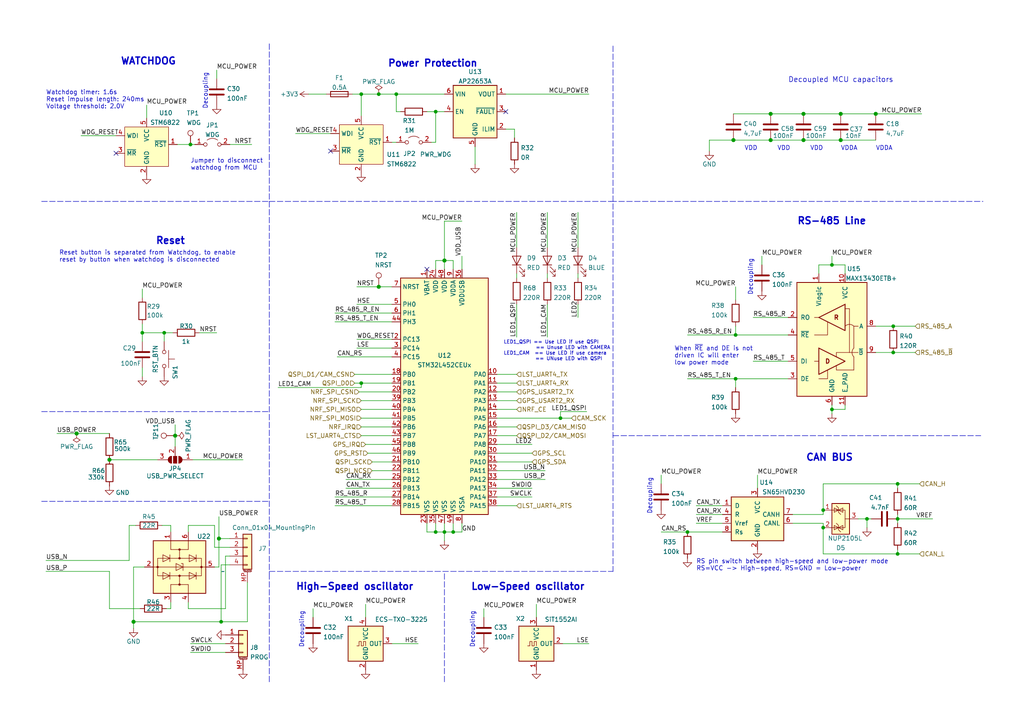
<source format=kicad_sch>
(kicad_sch (version 20211123) (generator eeschema)

  (uuid c99b1bac-5015-436e-be77-1f69903b02de)

  (paper "A4")

  (lib_symbols
    (symbol "Connector:TestPoint" (pin_numbers hide) (pin_names (offset 0.762) hide) (in_bom yes) (on_board yes)
      (property "Reference" "TP" (id 0) (at 0 6.858 0)
        (effects (font (size 1.27 1.27)))
      )
      (property "Value" "TestPoint" (id 1) (at 0 5.08 0)
        (effects (font (size 1.27 1.27)))
      )
      (property "Footprint" "" (id 2) (at 5.08 0 0)
        (effects (font (size 1.27 1.27)) hide)
      )
      (property "Datasheet" "~" (id 3) (at 5.08 0 0)
        (effects (font (size 1.27 1.27)) hide)
      )
      (property "ki_keywords" "test point tp" (id 4) (at 0 0 0)
        (effects (font (size 1.27 1.27)) hide)
      )
      (property "ki_description" "test point" (id 5) (at 0 0 0)
        (effects (font (size 1.27 1.27)) hide)
      )
      (property "ki_fp_filters" "Pin* Test*" (id 6) (at 0 0 0)
        (effects (font (size 1.27 1.27)) hide)
      )
      (symbol "TestPoint_0_1"
        (circle (center 0 3.302) (radius 0.762)
          (stroke (width 0) (type default) (color 0 0 0 0))
          (fill (type none))
        )
      )
      (symbol "TestPoint_1_1"
        (pin passive line (at 0 0 90) (length 2.54)
          (name "1" (effects (font (size 1.27 1.27))))
          (number "1" (effects (font (size 1.27 1.27))))
        )
      )
    )
    (symbol "Connector_Generic_MountingPin:Conn_01x03_MountingPin" (pin_names (offset 1.016) hide) (in_bom yes) (on_board yes)
      (property "Reference" "J" (id 0) (at 0 5.08 0)
        (effects (font (size 1.27 1.27)))
      )
      (property "Value" "Conn_01x03_MountingPin" (id 1) (at 1.27 -5.08 0)
        (effects (font (size 1.27 1.27)) (justify left))
      )
      (property "Footprint" "" (id 2) (at 0 0 0)
        (effects (font (size 1.27 1.27)) hide)
      )
      (property "Datasheet" "~" (id 3) (at 0 0 0)
        (effects (font (size 1.27 1.27)) hide)
      )
      (property "ki_keywords" "connector" (id 4) (at 0 0 0)
        (effects (font (size 1.27 1.27)) hide)
      )
      (property "ki_description" "Generic connectable mounting pin connector, single row, 01x03, script generated (kicad-library-utils/schlib/autogen/connector/)" (id 5) (at 0 0 0)
        (effects (font (size 1.27 1.27)) hide)
      )
      (property "ki_fp_filters" "Connector*:*_1x??-1MP*" (id 6) (at 0 0 0)
        (effects (font (size 1.27 1.27)) hide)
      )
      (symbol "Conn_01x03_MountingPin_1_1"
        (rectangle (start -1.27 -2.413) (end 0 -2.667)
          (stroke (width 0.1524) (type default) (color 0 0 0 0))
          (fill (type none))
        )
        (rectangle (start -1.27 0.127) (end 0 -0.127)
          (stroke (width 0.1524) (type default) (color 0 0 0 0))
          (fill (type none))
        )
        (rectangle (start -1.27 2.667) (end 0 2.413)
          (stroke (width 0.1524) (type default) (color 0 0 0 0))
          (fill (type none))
        )
        (rectangle (start -1.27 3.81) (end 1.27 -3.81)
          (stroke (width 0.254) (type default) (color 0 0 0 0))
          (fill (type background))
        )
        (polyline
          (pts
            (xy -1.016 -4.572)
            (xy 1.016 -4.572)
          )
          (stroke (width 0.1524) (type default) (color 0 0 0 0))
          (fill (type none))
        )
        (text "Mounting" (at 0 -4.191 0)
          (effects (font (size 0.381 0.381)))
        )
        (pin passive line (at -5.08 2.54 0) (length 3.81)
          (name "Pin_1" (effects (font (size 1.27 1.27))))
          (number "1" (effects (font (size 1.27 1.27))))
        )
        (pin passive line (at -5.08 0 0) (length 3.81)
          (name "Pin_2" (effects (font (size 1.27 1.27))))
          (number "2" (effects (font (size 1.27 1.27))))
        )
        (pin passive line (at -5.08 -2.54 0) (length 3.81)
          (name "Pin_3" (effects (font (size 1.27 1.27))))
          (number "3" (effects (font (size 1.27 1.27))))
        )
        (pin passive line (at 0 -7.62 90) (length 3.048)
          (name "MountPin" (effects (font (size 1.27 1.27))))
          (number "MP" (effects (font (size 1.27 1.27))))
        )
      )
    )
    (symbol "Connector_Generic_MountingPin:Conn_01x04_MountingPin" (pin_names (offset 1.016) hide) (in_bom yes) (on_board yes)
      (property "Reference" "J" (id 0) (at 0 5.08 0)
        (effects (font (size 1.27 1.27)))
      )
      (property "Value" "Conn_01x04_MountingPin" (id 1) (at 1.27 -7.62 0)
        (effects (font (size 1.27 1.27)) (justify left))
      )
      (property "Footprint" "" (id 2) (at 0 0 0)
        (effects (font (size 1.27 1.27)) hide)
      )
      (property "Datasheet" "~" (id 3) (at 0 0 0)
        (effects (font (size 1.27 1.27)) hide)
      )
      (property "ki_keywords" "connector" (id 4) (at 0 0 0)
        (effects (font (size 1.27 1.27)) hide)
      )
      (property "ki_description" "Generic connectable mounting pin connector, single row, 01x04, script generated (kicad-library-utils/schlib/autogen/connector/)" (id 5) (at 0 0 0)
        (effects (font (size 1.27 1.27)) hide)
      )
      (property "ki_fp_filters" "Connector*:*_1x??-1MP*" (id 6) (at 0 0 0)
        (effects (font (size 1.27 1.27)) hide)
      )
      (symbol "Conn_01x04_MountingPin_1_1"
        (rectangle (start -1.27 -4.953) (end 0 -5.207)
          (stroke (width 0.1524) (type default) (color 0 0 0 0))
          (fill (type none))
        )
        (rectangle (start -1.27 -2.413) (end 0 -2.667)
          (stroke (width 0.1524) (type default) (color 0 0 0 0))
          (fill (type none))
        )
        (rectangle (start -1.27 0.127) (end 0 -0.127)
          (stroke (width 0.1524) (type default) (color 0 0 0 0))
          (fill (type none))
        )
        (rectangle (start -1.27 2.667) (end 0 2.413)
          (stroke (width 0.1524) (type default) (color 0 0 0 0))
          (fill (type none))
        )
        (rectangle (start -1.27 3.81) (end 1.27 -6.35)
          (stroke (width 0.254) (type default) (color 0 0 0 0))
          (fill (type background))
        )
        (polyline
          (pts
            (xy -1.016 -7.112)
            (xy 1.016 -7.112)
          )
          (stroke (width 0.1524) (type default) (color 0 0 0 0))
          (fill (type none))
        )
        (text "Mounting" (at 0 -6.731 0)
          (effects (font (size 0.381 0.381)))
        )
        (pin passive line (at -5.08 2.54 0) (length 3.81)
          (name "Pin_1" (effects (font (size 1.27 1.27))))
          (number "1" (effects (font (size 1.27 1.27))))
        )
        (pin passive line (at -5.08 0 0) (length 3.81)
          (name "Pin_2" (effects (font (size 1.27 1.27))))
          (number "2" (effects (font (size 1.27 1.27))))
        )
        (pin passive line (at -5.08 -2.54 0) (length 3.81)
          (name "Pin_3" (effects (font (size 1.27 1.27))))
          (number "3" (effects (font (size 1.27 1.27))))
        )
        (pin passive line (at -5.08 -5.08 0) (length 3.81)
          (name "Pin_4" (effects (font (size 1.27 1.27))))
          (number "4" (effects (font (size 1.27 1.27))))
        )
        (pin passive line (at 0 -10.16 90) (length 3.048)
          (name "MountPin" (effects (font (size 1.27 1.27))))
          (number "MP" (effects (font (size 1.27 1.27))))
        )
      )
    )
    (symbol "Device:C" (pin_numbers hide) (pin_names (offset 0.254)) (in_bom yes) (on_board yes)
      (property "Reference" "C" (id 0) (at 0.635 2.54 0)
        (effects (font (size 1.27 1.27)) (justify left))
      )
      (property "Value" "C" (id 1) (at 0.635 -2.54 0)
        (effects (font (size 1.27 1.27)) (justify left))
      )
      (property "Footprint" "" (id 2) (at 0.9652 -3.81 0)
        (effects (font (size 1.27 1.27)) hide)
      )
      (property "Datasheet" "~" (id 3) (at 0 0 0)
        (effects (font (size 1.27 1.27)) hide)
      )
      (property "ki_keywords" "cap capacitor" (id 4) (at 0 0 0)
        (effects (font (size 1.27 1.27)) hide)
      )
      (property "ki_description" "Unpolarized capacitor" (id 5) (at 0 0 0)
        (effects (font (size 1.27 1.27)) hide)
      )
      (property "ki_fp_filters" "C_*" (id 6) (at 0 0 0)
        (effects (font (size 1.27 1.27)) hide)
      )
      (symbol "C_0_1"
        (polyline
          (pts
            (xy -2.032 -0.762)
            (xy 2.032 -0.762)
          )
          (stroke (width 0.508) (type default) (color 0 0 0 0))
          (fill (type none))
        )
        (polyline
          (pts
            (xy -2.032 0.762)
            (xy 2.032 0.762)
          )
          (stroke (width 0.508) (type default) (color 0 0 0 0))
          (fill (type none))
        )
      )
      (symbol "C_1_1"
        (pin passive line (at 0 3.81 270) (length 2.794)
          (name "~" (effects (font (size 1.27 1.27))))
          (number "1" (effects (font (size 1.27 1.27))))
        )
        (pin passive line (at 0 -3.81 90) (length 2.794)
          (name "~" (effects (font (size 1.27 1.27))))
          (number "2" (effects (font (size 1.27 1.27))))
        )
      )
    )
    (symbol "Device:Fuse" (pin_numbers hide) (pin_names (offset 0)) (in_bom yes) (on_board yes)
      (property "Reference" "F" (id 0) (at 2.032 0 90)
        (effects (font (size 1.27 1.27)))
      )
      (property "Value" "Fuse" (id 1) (at -1.905 0 90)
        (effects (font (size 1.27 1.27)))
      )
      (property "Footprint" "" (id 2) (at -1.778 0 90)
        (effects (font (size 1.27 1.27)) hide)
      )
      (property "Datasheet" "~" (id 3) (at 0 0 0)
        (effects (font (size 1.27 1.27)) hide)
      )
      (property "ki_keywords" "fuse" (id 4) (at 0 0 0)
        (effects (font (size 1.27 1.27)) hide)
      )
      (property "ki_description" "Fuse" (id 5) (at 0 0 0)
        (effects (font (size 1.27 1.27)) hide)
      )
      (property "ki_fp_filters" "*Fuse*" (id 6) (at 0 0 0)
        (effects (font (size 1.27 1.27)) hide)
      )
      (symbol "Fuse_0_1"
        (rectangle (start -0.762 -2.54) (end 0.762 2.54)
          (stroke (width 0.254) (type default) (color 0 0 0 0))
          (fill (type none))
        )
        (polyline
          (pts
            (xy 0 2.54)
            (xy 0 -2.54)
          )
          (stroke (width 0) (type default) (color 0 0 0 0))
          (fill (type none))
        )
      )
      (symbol "Fuse_1_1"
        (pin passive line (at 0 3.81 270) (length 1.27)
          (name "~" (effects (font (size 1.27 1.27))))
          (number "1" (effects (font (size 1.27 1.27))))
        )
        (pin passive line (at 0 -3.81 90) (length 1.27)
          (name "~" (effects (font (size 1.27 1.27))))
          (number "2" (effects (font (size 1.27 1.27))))
        )
      )
    )
    (symbol "Device:LED" (pin_numbers hide) (pin_names (offset 1.016) hide) (in_bom yes) (on_board yes)
      (property "Reference" "D" (id 0) (at 0 2.54 0)
        (effects (font (size 1.27 1.27)))
      )
      (property "Value" "LED" (id 1) (at 0 -2.54 0)
        (effects (font (size 1.27 1.27)))
      )
      (property "Footprint" "" (id 2) (at 0 0 0)
        (effects (font (size 1.27 1.27)) hide)
      )
      (property "Datasheet" "~" (id 3) (at 0 0 0)
        (effects (font (size 1.27 1.27)) hide)
      )
      (property "ki_keywords" "LED diode" (id 4) (at 0 0 0)
        (effects (font (size 1.27 1.27)) hide)
      )
      (property "ki_description" "Light emitting diode" (id 5) (at 0 0 0)
        (effects (font (size 1.27 1.27)) hide)
      )
      (property "ki_fp_filters" "LED* LED_SMD:* LED_THT:*" (id 6) (at 0 0 0)
        (effects (font (size 1.27 1.27)) hide)
      )
      (symbol "LED_0_1"
        (polyline
          (pts
            (xy -1.27 -1.27)
            (xy -1.27 1.27)
          )
          (stroke (width 0.2032) (type default) (color 0 0 0 0))
          (fill (type none))
        )
        (polyline
          (pts
            (xy -1.27 0)
            (xy 1.27 0)
          )
          (stroke (width 0) (type default) (color 0 0 0 0))
          (fill (type none))
        )
        (polyline
          (pts
            (xy 1.27 -1.27)
            (xy 1.27 1.27)
            (xy -1.27 0)
            (xy 1.27 -1.27)
          )
          (stroke (width 0.2032) (type default) (color 0 0 0 0))
          (fill (type none))
        )
        (polyline
          (pts
            (xy -3.048 -0.762)
            (xy -4.572 -2.286)
            (xy -3.81 -2.286)
            (xy -4.572 -2.286)
            (xy -4.572 -1.524)
          )
          (stroke (width 0) (type default) (color 0 0 0 0))
          (fill (type none))
        )
        (polyline
          (pts
            (xy -1.778 -0.762)
            (xy -3.302 -2.286)
            (xy -2.54 -2.286)
            (xy -3.302 -2.286)
            (xy -3.302 -1.524)
          )
          (stroke (width 0) (type default) (color 0 0 0 0))
          (fill (type none))
        )
      )
      (symbol "LED_1_1"
        (pin passive line (at -3.81 0 0) (length 2.54)
          (name "K" (effects (font (size 1.27 1.27))))
          (number "1" (effects (font (size 1.27 1.27))))
        )
        (pin passive line (at 3.81 0 180) (length 2.54)
          (name "A" (effects (font (size 1.27 1.27))))
          (number "2" (effects (font (size 1.27 1.27))))
        )
      )
    )
    (symbol "Device:R" (pin_numbers hide) (pin_names (offset 0)) (in_bom yes) (on_board yes)
      (property "Reference" "R" (id 0) (at 2.032 0 90)
        (effects (font (size 1.27 1.27)))
      )
      (property "Value" "R" (id 1) (at 0 0 90)
        (effects (font (size 1.27 1.27)))
      )
      (property "Footprint" "" (id 2) (at -1.778 0 90)
        (effects (font (size 1.27 1.27)) hide)
      )
      (property "Datasheet" "~" (id 3) (at 0 0 0)
        (effects (font (size 1.27 1.27)) hide)
      )
      (property "ki_keywords" "R res resistor" (id 4) (at 0 0 0)
        (effects (font (size 1.27 1.27)) hide)
      )
      (property "ki_description" "Resistor" (id 5) (at 0 0 0)
        (effects (font (size 1.27 1.27)) hide)
      )
      (property "ki_fp_filters" "R_*" (id 6) (at 0 0 0)
        (effects (font (size 1.27 1.27)) hide)
      )
      (symbol "R_0_1"
        (rectangle (start -1.016 -2.54) (end 1.016 2.54)
          (stroke (width 0.254) (type default) (color 0 0 0 0))
          (fill (type none))
        )
      )
      (symbol "R_1_1"
        (pin passive line (at 0 3.81 270) (length 1.27)
          (name "~" (effects (font (size 1.27 1.27))))
          (number "1" (effects (font (size 1.27 1.27))))
        )
        (pin passive line (at 0 -3.81 90) (length 1.27)
          (name "~" (effects (font (size 1.27 1.27))))
          (number "2" (effects (font (size 1.27 1.27))))
        )
      )
    )
    (symbol "Interface_CAN_LIN:SN65HVD230" (pin_names (offset 1.016)) (in_bom yes) (on_board yes)
      (property "Reference" "U" (id 0) (at -2.54 10.16 0)
        (effects (font (size 1.27 1.27)) (justify right))
      )
      (property "Value" "SN65HVD230" (id 1) (at -2.54 7.62 0)
        (effects (font (size 1.27 1.27)) (justify right))
      )
      (property "Footprint" "Package_SO:SOIC-8_3.9x4.9mm_P1.27mm" (id 2) (at 0 -12.7 0)
        (effects (font (size 1.27 1.27)) hide)
      )
      (property "Datasheet" "http://www.ti.com/lit/ds/symlink/sn65hvd230.pdf" (id 3) (at -2.54 10.16 0)
        (effects (font (size 1.27 1.27)) hide)
      )
      (property "ki_keywords" "can transeiver ti low-power" (id 4) (at 0 0 0)
        (effects (font (size 1.27 1.27)) hide)
      )
      (property "ki_description" "CAN Bus Transceivers, 3.3V, 1Mbps, Low-Power capabilities, SOIC-8" (id 5) (at 0 0 0)
        (effects (font (size 1.27 1.27)) hide)
      )
      (property "ki_fp_filters" "SOIC*3.9x4.9mm*P1.27mm*" (id 6) (at 0 0 0)
        (effects (font (size 1.27 1.27)) hide)
      )
      (symbol "SN65HVD230_0_1"
        (rectangle (start -7.62 5.08) (end 7.62 -7.62)
          (stroke (width 0.254) (type default) (color 0 0 0 0))
          (fill (type background))
        )
      )
      (symbol "SN65HVD230_1_1"
        (pin input line (at -10.16 2.54 0) (length 2.54)
          (name "D" (effects (font (size 1.27 1.27))))
          (number "1" (effects (font (size 1.27 1.27))))
        )
        (pin power_in line (at 0 -10.16 90) (length 2.54)
          (name "GND" (effects (font (size 1.27 1.27))))
          (number "2" (effects (font (size 1.27 1.27))))
        )
        (pin power_in line (at 0 7.62 270) (length 2.54)
          (name "VCC" (effects (font (size 1.27 1.27))))
          (number "3" (effects (font (size 1.27 1.27))))
        )
        (pin output line (at -10.16 0 0) (length 2.54)
          (name "R" (effects (font (size 1.27 1.27))))
          (number "4" (effects (font (size 1.27 1.27))))
        )
        (pin output line (at -10.16 -2.54 0) (length 2.54)
          (name "Vref" (effects (font (size 1.27 1.27))))
          (number "5" (effects (font (size 1.27 1.27))))
        )
        (pin bidirectional line (at 10.16 -2.54 180) (length 2.54)
          (name "CANL" (effects (font (size 1.27 1.27))))
          (number "6" (effects (font (size 1.27 1.27))))
        )
        (pin bidirectional line (at 10.16 0 180) (length 2.54)
          (name "CANH" (effects (font (size 1.27 1.27))))
          (number "7" (effects (font (size 1.27 1.27))))
        )
        (pin input line (at -10.16 -5.08 0) (length 2.54)
          (name "Rs" (effects (font (size 1.27 1.27))))
          (number "8" (effects (font (size 1.27 1.27))))
        )
      )
    )
    (symbol "Jumper:Jumper_2_Open" (pin_names (offset 0) hide) (in_bom yes) (on_board yes)
      (property "Reference" "JP" (id 0) (at 0 2.794 0)
        (effects (font (size 1.27 1.27)))
      )
      (property "Value" "Jumper_2_Open" (id 1) (at 0 -2.286 0)
        (effects (font (size 1.27 1.27)))
      )
      (property "Footprint" "" (id 2) (at 0 0 0)
        (effects (font (size 1.27 1.27)) hide)
      )
      (property "Datasheet" "~" (id 3) (at 0 0 0)
        (effects (font (size 1.27 1.27)) hide)
      )
      (property "ki_keywords" "Jumper SPST" (id 4) (at 0 0 0)
        (effects (font (size 1.27 1.27)) hide)
      )
      (property "ki_description" "Jumper, 2-pole, open" (id 5) (at 0 0 0)
        (effects (font (size 1.27 1.27)) hide)
      )
      (property "ki_fp_filters" "Jumper* TestPoint*2Pads* TestPoint*Bridge*" (id 6) (at 0 0 0)
        (effects (font (size 1.27 1.27)) hide)
      )
      (symbol "Jumper_2_Open_0_0"
        (circle (center -2.032 0) (radius 0.508)
          (stroke (width 0) (type default) (color 0 0 0 0))
          (fill (type none))
        )
        (circle (center 2.032 0) (radius 0.508)
          (stroke (width 0) (type default) (color 0 0 0 0))
          (fill (type none))
        )
      )
      (symbol "Jumper_2_Open_0_1"
        (arc (start 1.524 1.27) (mid 0 1.778) (end -1.524 1.27)
          (stroke (width 0) (type default) (color 0 0 0 0))
          (fill (type none))
        )
      )
      (symbol "Jumper_2_Open_1_1"
        (pin passive line (at -5.08 0 0) (length 2.54)
          (name "A" (effects (font (size 1.27 1.27))))
          (number "1" (effects (font (size 1.27 1.27))))
        )
        (pin passive line (at 5.08 0 180) (length 2.54)
          (name "B" (effects (font (size 1.27 1.27))))
          (number "2" (effects (font (size 1.27 1.27))))
        )
      )
    )
    (symbol "Jumper:SolderJumper_3_Open" (pin_names (offset 0) hide) (in_bom yes) (on_board yes)
      (property "Reference" "JP" (id 0) (at -2.54 -2.54 0)
        (effects (font (size 1.27 1.27)))
      )
      (property "Value" "SolderJumper_3_Open" (id 1) (at 0 2.794 0)
        (effects (font (size 1.27 1.27)))
      )
      (property "Footprint" "" (id 2) (at 0 0 0)
        (effects (font (size 1.27 1.27)) hide)
      )
      (property "Datasheet" "~" (id 3) (at 0 0 0)
        (effects (font (size 1.27 1.27)) hide)
      )
      (property "ki_keywords" "Solder Jumper SPDT" (id 4) (at 0 0 0)
        (effects (font (size 1.27 1.27)) hide)
      )
      (property "ki_description" "Solder Jumper, 3-pole, open" (id 5) (at 0 0 0)
        (effects (font (size 1.27 1.27)) hide)
      )
      (property "ki_fp_filters" "SolderJumper*Open*" (id 6) (at 0 0 0)
        (effects (font (size 1.27 1.27)) hide)
      )
      (symbol "SolderJumper_3_Open_0_1"
        (arc (start -1.016 1.016) (mid -2.032 0) (end -1.016 -1.016)
          (stroke (width 0) (type default) (color 0 0 0 0))
          (fill (type none))
        )
        (arc (start -1.016 1.016) (mid -2.032 0) (end -1.016 -1.016)
          (stroke (width 0) (type default) (color 0 0 0 0))
          (fill (type outline))
        )
        (rectangle (start -0.508 1.016) (end 0.508 -1.016)
          (stroke (width 0) (type default) (color 0 0 0 0))
          (fill (type outline))
        )
        (polyline
          (pts
            (xy -2.54 0)
            (xy -2.032 0)
          )
          (stroke (width 0) (type default) (color 0 0 0 0))
          (fill (type none))
        )
        (polyline
          (pts
            (xy -1.016 1.016)
            (xy -1.016 -1.016)
          )
          (stroke (width 0) (type default) (color 0 0 0 0))
          (fill (type none))
        )
        (polyline
          (pts
            (xy 0 -1.27)
            (xy 0 -1.016)
          )
          (stroke (width 0) (type default) (color 0 0 0 0))
          (fill (type none))
        )
        (polyline
          (pts
            (xy 1.016 1.016)
            (xy 1.016 -1.016)
          )
          (stroke (width 0) (type default) (color 0 0 0 0))
          (fill (type none))
        )
        (polyline
          (pts
            (xy 2.54 0)
            (xy 2.032 0)
          )
          (stroke (width 0) (type default) (color 0 0 0 0))
          (fill (type none))
        )
        (arc (start 1.016 -1.016) (mid 2.032 0) (end 1.016 1.016)
          (stroke (width 0) (type default) (color 0 0 0 0))
          (fill (type none))
        )
        (arc (start 1.016 -1.016) (mid 2.032 0) (end 1.016 1.016)
          (stroke (width 0) (type default) (color 0 0 0 0))
          (fill (type outline))
        )
      )
      (symbol "SolderJumper_3_Open_1_1"
        (pin passive line (at -5.08 0 0) (length 2.54)
          (name "A" (effects (font (size 1.27 1.27))))
          (number "1" (effects (font (size 1.27 1.27))))
        )
        (pin input line (at 0 -3.81 90) (length 2.54)
          (name "C" (effects (font (size 1.27 1.27))))
          (number "2" (effects (font (size 1.27 1.27))))
        )
        (pin passive line (at 5.08 0 180) (length 2.54)
          (name "B" (effects (font (size 1.27 1.27))))
          (number "3" (effects (font (size 1.27 1.27))))
        )
      )
    )
    (symbol "MCU_ST_STM32L4:STM32L452CEUx" (in_bom yes) (on_board yes)
      (property "Reference" "U" (id 0) (at -12.7 34.29 0)
        (effects (font (size 1.27 1.27)) (justify left))
      )
      (property "Value" "STM32L452CEUx" (id 1) (at 7.62 34.29 0)
        (effects (font (size 1.27 1.27)) (justify left))
      )
      (property "Footprint" "Package_DFN_QFN:QFN-48-1EP_7x7mm_P0.5mm_EP5.6x5.6mm" (id 2) (at -12.7 -35.56 0)
        (effects (font (size 1.27 1.27)) (justify right) hide)
      )
      (property "Datasheet" "http://www.st.com/st-web-ui/static/active/en/resource/technical/document/datasheet/DM00340549.pdf" (id 3) (at 0 0 0)
        (effects (font (size 1.27 1.27)) hide)
      )
      (property "ki_keywords" "ARM Cortex-M4 STM32L4 STM32L4x2" (id 4) (at 0 0 0)
        (effects (font (size 1.27 1.27)) hide)
      )
      (property "ki_description" "ARM Cortex-M4 MCU, 512KB flash, 160KB RAM, 80MHz, 1.71-3.6V, 38 GPIO, UFQFPN-48" (id 5) (at 0 0 0)
        (effects (font (size 1.27 1.27)) hide)
      )
      (property "ki_fp_filters" "QFN*1EP*7x7mm*P0.5mm*" (id 6) (at 0 0 0)
        (effects (font (size 1.27 1.27)) hide)
      )
      (symbol "STM32L452CEUx_0_1"
        (rectangle (start -12.7 -35.56) (end 12.7 33.02)
          (stroke (width 0.254) (type default) (color 0 0 0 0))
          (fill (type background))
        )
      )
      (symbol "STM32L452CEUx_1_1"
        (pin power_in line (at -5.08 35.56 270) (length 2.54)
          (name "VBAT" (effects (font (size 1.27 1.27))))
          (number "1" (effects (font (size 1.27 1.27))))
        )
        (pin bidirectional line (at 15.24 5.08 180) (length 2.54)
          (name "PA0" (effects (font (size 1.27 1.27))))
          (number "10" (effects (font (size 1.27 1.27))))
        )
        (pin bidirectional line (at 15.24 2.54 180) (length 2.54)
          (name "PA1" (effects (font (size 1.27 1.27))))
          (number "11" (effects (font (size 1.27 1.27))))
        )
        (pin bidirectional line (at 15.24 0 180) (length 2.54)
          (name "PA2" (effects (font (size 1.27 1.27))))
          (number "12" (effects (font (size 1.27 1.27))))
        )
        (pin bidirectional line (at 15.24 -2.54 180) (length 2.54)
          (name "PA3" (effects (font (size 1.27 1.27))))
          (number "13" (effects (font (size 1.27 1.27))))
        )
        (pin bidirectional line (at 15.24 -5.08 180) (length 2.54)
          (name "PA4" (effects (font (size 1.27 1.27))))
          (number "14" (effects (font (size 1.27 1.27))))
        )
        (pin bidirectional line (at 15.24 -7.62 180) (length 2.54)
          (name "PA5" (effects (font (size 1.27 1.27))))
          (number "15" (effects (font (size 1.27 1.27))))
        )
        (pin bidirectional line (at 15.24 -10.16 180) (length 2.54)
          (name "PA6" (effects (font (size 1.27 1.27))))
          (number "16" (effects (font (size 1.27 1.27))))
        )
        (pin bidirectional line (at 15.24 -12.7 180) (length 2.54)
          (name "PA7" (effects (font (size 1.27 1.27))))
          (number "17" (effects (font (size 1.27 1.27))))
        )
        (pin bidirectional line (at -15.24 5.08 0) (length 2.54)
          (name "PB0" (effects (font (size 1.27 1.27))))
          (number "18" (effects (font (size 1.27 1.27))))
        )
        (pin bidirectional line (at -15.24 2.54 0) (length 2.54)
          (name "PB1" (effects (font (size 1.27 1.27))))
          (number "19" (effects (font (size 1.27 1.27))))
        )
        (pin bidirectional line (at -15.24 15.24 0) (length 2.54)
          (name "PC13" (effects (font (size 1.27 1.27))))
          (number "2" (effects (font (size 1.27 1.27))))
        )
        (pin bidirectional line (at -15.24 0 0) (length 2.54)
          (name "PB2" (effects (font (size 1.27 1.27))))
          (number "20" (effects (font (size 1.27 1.27))))
        )
        (pin bidirectional line (at -15.24 -20.32 0) (length 2.54)
          (name "PB10" (effects (font (size 1.27 1.27))))
          (number "21" (effects (font (size 1.27 1.27))))
        )
        (pin bidirectional line (at -15.24 -22.86 0) (length 2.54)
          (name "PB11" (effects (font (size 1.27 1.27))))
          (number "22" (effects (font (size 1.27 1.27))))
        )
        (pin power_in line (at -5.08 -38.1 90) (length 2.54)
          (name "VSS" (effects (font (size 1.27 1.27))))
          (number "23" (effects (font (size 1.27 1.27))))
        )
        (pin power_in line (at -2.54 35.56 270) (length 2.54)
          (name "VDD" (effects (font (size 1.27 1.27))))
          (number "24" (effects (font (size 1.27 1.27))))
        )
        (pin bidirectional line (at -15.24 -25.4 0) (length 2.54)
          (name "PB12" (effects (font (size 1.27 1.27))))
          (number "25" (effects (font (size 1.27 1.27))))
        )
        (pin bidirectional line (at -15.24 -27.94 0) (length 2.54)
          (name "PB13" (effects (font (size 1.27 1.27))))
          (number "26" (effects (font (size 1.27 1.27))))
        )
        (pin bidirectional line (at -15.24 -30.48 0) (length 2.54)
          (name "PB14" (effects (font (size 1.27 1.27))))
          (number "27" (effects (font (size 1.27 1.27))))
        )
        (pin bidirectional line (at -15.24 -33.02 0) (length 2.54)
          (name "PB15" (effects (font (size 1.27 1.27))))
          (number "28" (effects (font (size 1.27 1.27))))
        )
        (pin bidirectional line (at 15.24 -15.24 180) (length 2.54)
          (name "PA8" (effects (font (size 1.27 1.27))))
          (number "29" (effects (font (size 1.27 1.27))))
        )
        (pin bidirectional line (at -15.24 12.7 0) (length 2.54)
          (name "PC14" (effects (font (size 1.27 1.27))))
          (number "3" (effects (font (size 1.27 1.27))))
        )
        (pin bidirectional line (at 15.24 -17.78 180) (length 2.54)
          (name "PA9" (effects (font (size 1.27 1.27))))
          (number "30" (effects (font (size 1.27 1.27))))
        )
        (pin bidirectional line (at 15.24 -20.32 180) (length 2.54)
          (name "PA10" (effects (font (size 1.27 1.27))))
          (number "31" (effects (font (size 1.27 1.27))))
        )
        (pin bidirectional line (at 15.24 -22.86 180) (length 2.54)
          (name "PA11" (effects (font (size 1.27 1.27))))
          (number "32" (effects (font (size 1.27 1.27))))
        )
        (pin bidirectional line (at 15.24 -25.4 180) (length 2.54)
          (name "PA12" (effects (font (size 1.27 1.27))))
          (number "33" (effects (font (size 1.27 1.27))))
        )
        (pin bidirectional line (at 15.24 -27.94 180) (length 2.54)
          (name "PA13" (effects (font (size 1.27 1.27))))
          (number "34" (effects (font (size 1.27 1.27))))
        )
        (pin power_in line (at -2.54 -38.1 90) (length 2.54)
          (name "VSS" (effects (font (size 1.27 1.27))))
          (number "35" (effects (font (size 1.27 1.27))))
        )
        (pin power_in line (at 5.08 35.56 270) (length 2.54)
          (name "VDDUSB" (effects (font (size 1.27 1.27))))
          (number "36" (effects (font (size 1.27 1.27))))
        )
        (pin bidirectional line (at 15.24 -30.48 180) (length 2.54)
          (name "PA14" (effects (font (size 1.27 1.27))))
          (number "37" (effects (font (size 1.27 1.27))))
        )
        (pin bidirectional line (at 15.24 -33.02 180) (length 2.54)
          (name "PA15" (effects (font (size 1.27 1.27))))
          (number "38" (effects (font (size 1.27 1.27))))
        )
        (pin bidirectional line (at -15.24 -2.54 0) (length 2.54)
          (name "PB3" (effects (font (size 1.27 1.27))))
          (number "39" (effects (font (size 1.27 1.27))))
        )
        (pin bidirectional line (at -15.24 10.16 0) (length 2.54)
          (name "PC15" (effects (font (size 1.27 1.27))))
          (number "4" (effects (font (size 1.27 1.27))))
        )
        (pin bidirectional line (at -15.24 -5.08 0) (length 2.54)
          (name "PB4" (effects (font (size 1.27 1.27))))
          (number "40" (effects (font (size 1.27 1.27))))
        )
        (pin bidirectional line (at -15.24 -7.62 0) (length 2.54)
          (name "PB5" (effects (font (size 1.27 1.27))))
          (number "41" (effects (font (size 1.27 1.27))))
        )
        (pin bidirectional line (at -15.24 -10.16 0) (length 2.54)
          (name "PB6" (effects (font (size 1.27 1.27))))
          (number "42" (effects (font (size 1.27 1.27))))
        )
        (pin bidirectional line (at -15.24 -12.7 0) (length 2.54)
          (name "PB7" (effects (font (size 1.27 1.27))))
          (number "43" (effects (font (size 1.27 1.27))))
        )
        (pin bidirectional line (at -15.24 20.32 0) (length 2.54)
          (name "PH3" (effects (font (size 1.27 1.27))))
          (number "44" (effects (font (size 1.27 1.27))))
        )
        (pin bidirectional line (at -15.24 -15.24 0) (length 2.54)
          (name "PB8" (effects (font (size 1.27 1.27))))
          (number "45" (effects (font (size 1.27 1.27))))
        )
        (pin bidirectional line (at -15.24 -17.78 0) (length 2.54)
          (name "PB9" (effects (font (size 1.27 1.27))))
          (number "46" (effects (font (size 1.27 1.27))))
        )
        (pin power_in line (at 0 -38.1 90) (length 2.54)
          (name "VSS" (effects (font (size 1.27 1.27))))
          (number "47" (effects (font (size 1.27 1.27))))
        )
        (pin power_in line (at 0 35.56 270) (length 2.54)
          (name "VDD" (effects (font (size 1.27 1.27))))
          (number "48" (effects (font (size 1.27 1.27))))
        )
        (pin power_in line (at 2.54 -38.1 90) (length 2.54)
          (name "VSS" (effects (font (size 1.27 1.27))))
          (number "49" (effects (font (size 1.27 1.27))))
        )
        (pin input line (at -15.24 25.4 0) (length 2.54)
          (name "PH0" (effects (font (size 1.27 1.27))))
          (number "5" (effects (font (size 1.27 1.27))))
        )
        (pin input line (at -15.24 22.86 0) (length 2.54)
          (name "PH1" (effects (font (size 1.27 1.27))))
          (number "6" (effects (font (size 1.27 1.27))))
        )
        (pin input line (at -15.24 30.48 0) (length 2.54)
          (name "NRST" (effects (font (size 1.27 1.27))))
          (number "7" (effects (font (size 1.27 1.27))))
        )
        (pin power_in line (at 5.08 -38.1 90) (length 2.54)
          (name "VSSA" (effects (font (size 1.27 1.27))))
          (number "8" (effects (font (size 1.27 1.27))))
        )
        (pin power_in line (at 2.54 35.56 270) (length 2.54)
          (name "VDDA" (effects (font (size 1.27 1.27))))
          (number "9" (effects (font (size 1.27 1.27))))
        )
      )
    )
    (symbol "Power_Protection:NUP2105L" (pin_names hide) (in_bom yes) (on_board yes)
      (property "Reference" "D" (id 0) (at 5.715 2.54 0)
        (effects (font (size 1.27 1.27)) (justify left))
      )
      (property "Value" "NUP2105L" (id 1) (at 5.715 0.635 0)
        (effects (font (size 1.27 1.27)) (justify left))
      )
      (property "Footprint" "Package_TO_SOT_SMD:SOT-23" (id 2) (at 5.715 -1.27 0)
        (effects (font (size 1.27 1.27)) (justify left) hide)
      )
      (property "Datasheet" "http://www.onsemi.com/pub_link/Collateral/NUP2105L-D.PDF" (id 3) (at 3.175 3.175 0)
        (effects (font (size 1.27 1.27)) hide)
      )
      (property "ki_keywords" "can esd protection suppression transient" (id 4) (at 0 0 0)
        (effects (font (size 1.27 1.27)) hide)
      )
      (property "ki_description" "Dual Line CAN Bus Protector, 24Vrwm" (id 5) (at 0 0 0)
        (effects (font (size 1.27 1.27)) hide)
      )
      (property "ki_fp_filters" "SOT?23*" (id 6) (at 0 0 0)
        (effects (font (size 1.27 1.27)) hide)
      )
      (symbol "NUP2105L_0_0"
        (pin passive line (at 0 -5.08 90) (length 2.54)
          (name "A" (effects (font (size 1.27 1.27))))
          (number "3" (effects (font (size 1.27 1.27))))
        )
      )
      (symbol "NUP2105L_0_1"
        (rectangle (start -4.445 2.54) (end 4.445 -2.54)
          (stroke (width 0.254) (type default) (color 0 0 0 0))
          (fill (type background))
        )
        (polyline
          (pts
            (xy -2.54 2.54)
            (xy -2.54 0.635)
          )
          (stroke (width 0) (type default) (color 0 0 0 0))
          (fill (type none))
        )
        (polyline
          (pts
            (xy 0 -1.27)
            (xy 0 -2.54)
          )
          (stroke (width 0) (type default) (color 0 0 0 0))
          (fill (type none))
        )
        (polyline
          (pts
            (xy 2.54 2.54)
            (xy 2.54 0.635)
          )
          (stroke (width 0) (type default) (color 0 0 0 0))
          (fill (type none))
        )
        (polyline
          (pts
            (xy -3.81 1.27)
            (xy -3.175 0.635)
            (xy -1.905 0.635)
            (xy -1.27 0)
          )
          (stroke (width 0) (type default) (color 0 0 0 0))
          (fill (type none))
        )
        (polyline
          (pts
            (xy -2.54 0.635)
            (xy -2.54 -1.27)
            (xy 2.54 -1.27)
            (xy 2.54 0.635)
          )
          (stroke (width 0) (type default) (color 0 0 0 0))
          (fill (type none))
        )
        (polyline
          (pts
            (xy -2.54 0.635)
            (xy -1.905 -0.635)
            (xy -3.175 -0.635)
            (xy -2.54 0.635)
          )
          (stroke (width 0) (type default) (color 0 0 0 0))
          (fill (type none))
        )
        (polyline
          (pts
            (xy 2.54 0.635)
            (xy 1.905 -0.635)
            (xy 3.175 -0.635)
            (xy 2.54 0.635)
          )
          (stroke (width 0) (type default) (color 0 0 0 0))
          (fill (type none))
        )
        (polyline
          (pts
            (xy 2.54 0.635)
            (xy 3.175 1.905)
            (xy 1.905 1.905)
            (xy 2.54 0.635)
          )
          (stroke (width 0) (type default) (color 0 0 0 0))
          (fill (type none))
        )
        (polyline
          (pts
            (xy -2.54 0.635)
            (xy -3.175 1.905)
            (xy -1.905 1.905)
            (xy -2.54 0.635)
            (xy -2.54 1.27)
          )
          (stroke (width 0) (type default) (color 0 0 0 0))
          (fill (type none))
        )
        (polyline
          (pts
            (xy 1.27 1.27)
            (xy 1.905 0.635)
            (xy 2.54 0.635)
            (xy 3.175 0.635)
            (xy 3.81 0)
          )
          (stroke (width 0) (type default) (color 0 0 0 0))
          (fill (type none))
        )
      )
      (symbol "NUP2105L_1_1"
        (pin passive line (at -2.54 5.08 270) (length 2.54)
          (name "K" (effects (font (size 1.27 1.27))))
          (number "1" (effects (font (size 1.27 1.27))))
        )
        (pin passive line (at 2.54 5.08 270) (length 2.54)
          (name "K" (effects (font (size 1.27 1.27))))
          (number "2" (effects (font (size 1.27 1.27))))
        )
      )
    )
    (symbol "Power_Protection:USBLC6-2P6" (pin_names hide) (in_bom yes) (on_board yes)
      (property "Reference" "U" (id 0) (at 2.54 8.89 0)
        (effects (font (size 1.27 1.27)) (justify left))
      )
      (property "Value" "USBLC6-2P6" (id 1) (at 2.54 -8.89 0)
        (effects (font (size 1.27 1.27)) (justify left))
      )
      (property "Footprint" "Package_TO_SOT_SMD:SOT-666" (id 2) (at 0 -12.7 0)
        (effects (font (size 1.27 1.27)) hide)
      )
      (property "Datasheet" "https://www.st.com/resource/en/datasheet/usblc6-2.pdf" (id 3) (at 5.08 8.89 0)
        (effects (font (size 1.27 1.27)) hide)
      )
      (property "ki_keywords" "usb ethernet video" (id 4) (at 0 0 0)
        (effects (font (size 1.27 1.27)) hide)
      )
      (property "ki_description" "Very low capacitance ESD protection diode, 2 data-line, SOT-666" (id 5) (at 0 0 0)
        (effects (font (size 1.27 1.27)) hide)
      )
      (property "ki_fp_filters" "SOT?666*" (id 6) (at 0 0 0)
        (effects (font (size 1.27 1.27)) hide)
      )
      (symbol "USBLC6-2P6_0_1"
        (rectangle (start -7.62 -7.62) (end 7.62 7.62)
          (stroke (width 0.254) (type default) (color 0 0 0 0))
          (fill (type background))
        )
        (circle (center -5.08 0) (radius 0.254)
          (stroke (width 0) (type default) (color 0 0 0 0))
          (fill (type outline))
        )
        (circle (center -2.54 0) (radius 0.254)
          (stroke (width 0) (type default) (color 0 0 0 0))
          (fill (type outline))
        )
        (rectangle (start -2.54 6.35) (end 2.54 -6.35)
          (stroke (width 0) (type default) (color 0 0 0 0))
          (fill (type none))
        )
        (circle (center 0 -6.35) (radius 0.254)
          (stroke (width 0) (type default) (color 0 0 0 0))
          (fill (type outline))
        )
        (polyline
          (pts
            (xy -5.08 -2.54)
            (xy -7.62 -2.54)
          )
          (stroke (width 0) (type default) (color 0 0 0 0))
          (fill (type none))
        )
        (polyline
          (pts
            (xy -5.08 0)
            (xy -5.08 -2.54)
          )
          (stroke (width 0) (type default) (color 0 0 0 0))
          (fill (type none))
        )
        (polyline
          (pts
            (xy -5.08 2.54)
            (xy -7.62 2.54)
          )
          (stroke (width 0) (type default) (color 0 0 0 0))
          (fill (type none))
        )
        (polyline
          (pts
            (xy -1.524 -2.794)
            (xy -3.556 -2.794)
          )
          (stroke (width 0) (type default) (color 0 0 0 0))
          (fill (type none))
        )
        (polyline
          (pts
            (xy -1.524 4.826)
            (xy -3.556 4.826)
          )
          (stroke (width 0) (type default) (color 0 0 0 0))
          (fill (type none))
        )
        (polyline
          (pts
            (xy 0 -7.62)
            (xy 0 -6.35)
          )
          (stroke (width 0) (type default) (color 0 0 0 0))
          (fill (type none))
        )
        (polyline
          (pts
            (xy 0 -6.35)
            (xy 0 1.27)
          )
          (stroke (width 0) (type default) (color 0 0 0 0))
          (fill (type none))
        )
        (polyline
          (pts
            (xy 0 1.27)
            (xy 0 6.35)
          )
          (stroke (width 0) (type default) (color 0 0 0 0))
          (fill (type none))
        )
        (polyline
          (pts
            (xy 0 6.35)
            (xy 0 7.62)
          )
          (stroke (width 0) (type default) (color 0 0 0 0))
          (fill (type none))
        )
        (polyline
          (pts
            (xy 1.524 -2.794)
            (xy 3.556 -2.794)
          )
          (stroke (width 0) (type default) (color 0 0 0 0))
          (fill (type none))
        )
        (polyline
          (pts
            (xy 1.524 4.826)
            (xy 3.556 4.826)
          )
          (stroke (width 0) (type default) (color 0 0 0 0))
          (fill (type none))
        )
        (polyline
          (pts
            (xy 5.08 -2.54)
            (xy 7.62 -2.54)
          )
          (stroke (width 0) (type default) (color 0 0 0 0))
          (fill (type none))
        )
        (polyline
          (pts
            (xy 5.08 0)
            (xy 5.08 -2.54)
          )
          (stroke (width 0) (type default) (color 0 0 0 0))
          (fill (type none))
        )
        (polyline
          (pts
            (xy 5.08 2.54)
            (xy 7.62 2.54)
          )
          (stroke (width 0) (type default) (color 0 0 0 0))
          (fill (type none))
        )
        (polyline
          (pts
            (xy -2.54 0)
            (xy -5.08 0)
            (xy -5.08 2.54)
          )
          (stroke (width 0) (type default) (color 0 0 0 0))
          (fill (type none))
        )
        (polyline
          (pts
            (xy 2.54 0)
            (xy 5.08 0)
            (xy 5.08 2.54)
          )
          (stroke (width 0) (type default) (color 0 0 0 0))
          (fill (type none))
        )
        (polyline
          (pts
            (xy -3.556 -4.826)
            (xy -1.524 -4.826)
            (xy -2.54 -2.794)
            (xy -3.556 -4.826)
          )
          (stroke (width 0) (type default) (color 0 0 0 0))
          (fill (type none))
        )
        (polyline
          (pts
            (xy -3.556 2.794)
            (xy -1.524 2.794)
            (xy -2.54 4.826)
            (xy -3.556 2.794)
          )
          (stroke (width 0) (type default) (color 0 0 0 0))
          (fill (type none))
        )
        (polyline
          (pts
            (xy -1.016 -1.016)
            (xy 1.016 -1.016)
            (xy 0 1.016)
            (xy -1.016 -1.016)
          )
          (stroke (width 0) (type default) (color 0 0 0 0))
          (fill (type none))
        )
        (polyline
          (pts
            (xy 1.016 1.016)
            (xy 0.762 1.016)
            (xy -1.016 1.016)
            (xy -1.016 0.508)
          )
          (stroke (width 0) (type default) (color 0 0 0 0))
          (fill (type none))
        )
        (polyline
          (pts
            (xy 3.556 -4.826)
            (xy 1.524 -4.826)
            (xy 2.54 -2.794)
            (xy 3.556 -4.826)
          )
          (stroke (width 0) (type default) (color 0 0 0 0))
          (fill (type none))
        )
        (polyline
          (pts
            (xy 3.556 2.794)
            (xy 1.524 2.794)
            (xy 2.54 4.826)
            (xy 3.556 2.794)
          )
          (stroke (width 0) (type default) (color 0 0 0 0))
          (fill (type none))
        )
        (circle (center 0 6.35) (radius 0.254)
          (stroke (width 0) (type default) (color 0 0 0 0))
          (fill (type outline))
        )
        (circle (center 2.54 0) (radius 0.254)
          (stroke (width 0) (type default) (color 0 0 0 0))
          (fill (type outline))
        )
        (circle (center 5.08 0) (radius 0.254)
          (stroke (width 0) (type default) (color 0 0 0 0))
          (fill (type outline))
        )
      )
      (symbol "USBLC6-2P6_1_1"
        (pin passive line (at -10.16 -2.54 0) (length 2.54)
          (name "I/O1" (effects (font (size 1.27 1.27))))
          (number "1" (effects (font (size 1.27 1.27))))
        )
        (pin passive line (at 0 -10.16 90) (length 2.54)
          (name "GND" (effects (font (size 1.27 1.27))))
          (number "2" (effects (font (size 1.27 1.27))))
        )
        (pin passive line (at 10.16 -2.54 180) (length 2.54)
          (name "I/O2" (effects (font (size 1.27 1.27))))
          (number "3" (effects (font (size 1.27 1.27))))
        )
        (pin passive line (at 10.16 2.54 180) (length 2.54)
          (name "I/O2" (effects (font (size 1.27 1.27))))
          (number "4" (effects (font (size 1.27 1.27))))
        )
        (pin passive line (at 0 10.16 270) (length 2.54)
          (name "VBUS" (effects (font (size 1.27 1.27))))
          (number "5" (effects (font (size 1.27 1.27))))
        )
        (pin passive line (at -10.16 2.54 0) (length 2.54)
          (name "I/O1" (effects (font (size 1.27 1.27))))
          (number "6" (effects (font (size 1.27 1.27))))
        )
      )
    )
    (symbol "Switch:SW_Push" (pin_numbers hide) (pin_names (offset 1.016) hide) (in_bom yes) (on_board yes)
      (property "Reference" "SW" (id 0) (at 1.27 2.54 0)
        (effects (font (size 1.27 1.27)) (justify left))
      )
      (property "Value" "SW_Push" (id 1) (at 0 -1.524 0)
        (effects (font (size 1.27 1.27)))
      )
      (property "Footprint" "" (id 2) (at 0 5.08 0)
        (effects (font (size 1.27 1.27)) hide)
      )
      (property "Datasheet" "~" (id 3) (at 0 5.08 0)
        (effects (font (size 1.27 1.27)) hide)
      )
      (property "ki_keywords" "switch normally-open pushbutton push-button" (id 4) (at 0 0 0)
        (effects (font (size 1.27 1.27)) hide)
      )
      (property "ki_description" "Push button switch, generic, two pins" (id 5) (at 0 0 0)
        (effects (font (size 1.27 1.27)) hide)
      )
      (symbol "SW_Push_0_1"
        (circle (center -2.032 0) (radius 0.508)
          (stroke (width 0) (type default) (color 0 0 0 0))
          (fill (type none))
        )
        (polyline
          (pts
            (xy 0 1.27)
            (xy 0 3.048)
          )
          (stroke (width 0) (type default) (color 0 0 0 0))
          (fill (type none))
        )
        (polyline
          (pts
            (xy 2.54 1.27)
            (xy -2.54 1.27)
          )
          (stroke (width 0) (type default) (color 0 0 0 0))
          (fill (type none))
        )
        (circle (center 2.032 0) (radius 0.508)
          (stroke (width 0) (type default) (color 0 0 0 0))
          (fill (type none))
        )
        (pin passive line (at -5.08 0 0) (length 2.54)
          (name "1" (effects (font (size 1.27 1.27))))
          (number "1" (effects (font (size 1.27 1.27))))
        )
        (pin passive line (at 5.08 0 180) (length 2.54)
          (name "2" (effects (font (size 1.27 1.27))))
          (number "2" (effects (font (size 1.27 1.27))))
        )
      )
    )
    (symbol "TCY_IC:MAX13430ETB+" (pin_names (offset 1.016)) (in_bom yes) (on_board yes)
      (property "Reference" "U" (id 0) (at -10.16 19.05 0)
        (effects (font (size 1.27 1.27)) (justify left))
      )
      (property "Value" "MAX13430ETB+" (id 1) (at 5.08 19.05 0)
        (effects (font (size 1.27 1.27)) (justify left))
      )
      (property "Footprint" "Package_DFN_QFN:DFN-10-1EP_3x3mm_P0.5mm_EP1.55x2.48mm" (id 2) (at 0 -29.21 0)
        (effects (font (size 1.27 1.27) italic) hide)
      )
      (property "Datasheet" "https://datasheets.maximintegrated.com/en/ds/MAX13430E-MAX13433E.pdf" (id 3) (at 0 -31.75 0)
        (effects (font (size 1.27 1.27)) hide)
      )
      (property "ki_keywords" "rs485 transceiver" (id 4) (at 0 0 0)
        (effects (font (size 1.27 1.27)) hide)
      )
      (property "ki_description" "RS485 transceiver, half duplex, dual supply, receiver/driver enable, 500kbps, DFN-14 package" (id 5) (at 0 0 0)
        (effects (font (size 1.27 1.27)) hide)
      )
      (property "ki_fp_filters" "DFN*3x4mm*P0.5mm*" (id 6) (at 0 0 0)
        (effects (font (size 1.27 1.27)) hide)
      )
      (symbol "MAX13430ETB+_0_0"
        (text "D" (at -1.27 -5.08 0)
          (effects (font (size 1.27 1.27) bold))
        )
        (text "R" (at 1.27 7.62 0)
          (effects (font (size 1.27 1.27) bold))
        )
      )
      (symbol "MAX13430ETB+_0_1"
        (rectangle (start -10.16 -15.24) (end 10.16 17.78)
          (stroke (width 0.254) (type default) (color 0 0 0 0))
          (fill (type background))
        )
        (polyline
          (pts
            (xy -5.08 -5.08)
            (xy -3.81 -5.08)
          )
          (stroke (width 0) (type default) (color 0 0 0 0))
          (fill (type none))
        )
        (polyline
          (pts
            (xy -3.81 7.62)
            (xy -5.08 7.62)
          )
          (stroke (width 0) (type default) (color 0 0 0 0))
          (fill (type none))
        )
        (polyline
          (pts
            (xy 5.08 10.16)
            (xy 5.08 -2.54)
          )
          (stroke (width 0.1524) (type default) (color 0 0 0 0))
          (fill (type none))
        )
        (polyline
          (pts
            (xy 6.35 -7.62)
            (xy 6.35 -3.81)
          )
          (stroke (width 0.1524) (type default) (color 0 0 0 0))
          (fill (type none))
        )
        (polyline
          (pts
            (xy 6.35 -1.27)
            (xy 6.35 5.08)
          )
          (stroke (width 0.1524) (type default) (color 0 0 0 0))
          (fill (type none))
        )
        (polyline
          (pts
            (xy 6.35 5.08)
            (xy 7.62 5.08)
          )
          (stroke (width 0.1524) (type default) (color 0 0 0 0))
          (fill (type none))
        )
        (polyline
          (pts
            (xy 5.08 10.16)
            (xy 3.81 10.16)
            (xy 3.81 10.16)
          )
          (stroke (width 0) (type default) (color 0 0 0 0))
          (fill (type none))
        )
        (polyline
          (pts
            (xy -3.81 -10.16)
            (xy -1.27 -10.16)
            (xy -1.27 -7.62)
            (xy -1.27 -7.62)
          )
          (stroke (width 0) (type default) (color 0 0 0 0))
          (fill (type none))
        )
        (polyline
          (pts
            (xy -1.27 6.35)
            (xy -1.27 2.54)
            (xy -2.54 2.54)
            (xy -5.08 2.54)
          )
          (stroke (width 0) (type default) (color 0 0 0 0))
          (fill (type none))
        )
        (polyline
          (pts
            (xy 6.35 -7.62)
            (xy 1.27 -7.62)
            (xy 1.27 -6.35)
            (xy 1.27 -6.35)
          )
          (stroke (width 0) (type default) (color 0 0 0 0))
          (fill (type none))
        )
        (polyline
          (pts
            (xy 7.62 -2.54)
            (xy 1.27 -2.54)
            (xy 1.27 -3.81)
            (xy 1.27 -3.81)
          )
          (stroke (width 0) (type default) (color 0 0 0 0))
          (fill (type none))
        )
        (polyline
          (pts
            (xy -3.81 -1.27)
            (xy -3.81 -8.89)
            (xy 3.81 -5.08)
            (xy -3.81 -1.27)
            (xy -3.81 -1.27)
          )
          (stroke (width 0.254) (type default) (color 0 0 0 0))
          (fill (type none))
        )
        (polyline
          (pts
            (xy 3.81 11.43)
            (xy 3.81 3.81)
            (xy -3.81 7.62)
            (xy 3.81 11.43)
            (xy 3.81 11.43)
          )
          (stroke (width 0.254) (type default) (color 0 0 0 0))
          (fill (type none))
        )
        (arc (start 6.35 -1.27) (mid 5.824 -2.54) (end 6.35 -3.81)
          (stroke (width 0.1524) (type default) (color 0 0 0 0))
          (fill (type none))
        )
        (arc (start 6.35 5.08) (mid 5.08 5.606) (end 3.81 5.08)
          (stroke (width 0.1524) (type default) (color 0 0 0 0))
          (fill (type none))
        )
      )
      (symbol "MAX13430ETB+_1_1"
        (pin power_in line (at -3.81 20.32 270) (length 2.54)
          (name "Vlogic" (effects (font (size 1.27 1.27))))
          (number "1" (effects (font (size 1.27 1.27))))
        )
        (pin power_in line (at 3.81 20.32 270) (length 2.54)
          (name "VCC" (effects (font (size 1.27 1.27))))
          (number "10" (effects (font (size 1.27 1.27))))
        )
        (pin power_in line (at 3.81 -17.78 90) (length 2.54)
          (name "E_PAD" (effects (font (size 1.27 1.27))))
          (number "11" (effects (font (size 1.27 1.27))))
        )
        (pin output line (at -12.7 7.62 0) (length 2.54)
          (name "RO" (effects (font (size 1.27 1.27))))
          (number "2" (effects (font (size 1.27 1.27))))
        )
        (pin input line (at -12.7 -10.16 0) (length 2.54)
          (name "DE" (effects (font (size 1.27 1.27))))
          (number "3" (effects (font (size 1.27 1.27))))
        )
        (pin input line (at -12.7 2.54 0) (length 2.54)
          (name "~{RE}" (effects (font (size 1.27 1.27))))
          (number "4" (effects (font (size 1.27 1.27))))
        )
        (pin input line (at -12.7 -5.08 0) (length 2.54)
          (name "DI" (effects (font (size 1.27 1.27))))
          (number "5" (effects (font (size 1.27 1.27))))
        )
        (pin power_in line (at 0 -17.78 90) (length 2.54)
          (name "GND" (effects (font (size 1.27 1.27))))
          (number "6" (effects (font (size 1.27 1.27))))
        )
        (pin no_connect line (at 10.16 1.27 180) (length 2.54) hide
          (name "NC" (effects (font (size 1.27 1.27))))
          (number "7" (effects (font (size 1.27 1.27))))
        )
        (pin input line (at 12.7 5.08 180) (length 2.54)
          (name "A" (effects (font (size 1.27 1.27))))
          (number "8" (effects (font (size 1.27 1.27))))
        )
        (pin input line (at 12.7 -2.54 180) (length 2.54)
          (name "~{B}" (effects (font (size 1.27 1.27))))
          (number "9" (effects (font (size 1.27 1.27))))
        )
      )
    )
    (symbol "TCY_IC:STM6822" (in_bom yes) (on_board yes)
      (property "Reference" "U" (id 0) (at 6.35 13.97 0)
        (effects (font (size 1.27 1.27)))
      )
      (property "Value" "STM6822" (id 1) (at 6.35 16.51 0)
        (effects (font (size 1.27 1.27)))
      )
      (property "Footprint" "Package_TO_SOT_SMD:SOT-23-5" (id 2) (at 1.27 -25.4 0)
        (effects (font (size 1.27 1.27)) hide)
      )
      (property "Datasheet" "https://www.st.com/resource/en/datasheet/stm6321.pdf" (id 3) (at 1.27 -29.21 0)
        (effects (font (size 1.27 1.27)) hide)
      )
      (property "ki_keywords" "Watchdog" (id 4) (at 0 0 0)
        (effects (font (size 1.27 1.27)) hide)
      )
      (property "ki_description" "Supervisor with watchdog timer and push-button reset" (id 5) (at 0 0 0)
        (effects (font (size 1.27 1.27)) hide)
      )
      (symbol "STM6822_0_1"
        (rectangle (start -6.35 11.43) (end 6.35 0)
          (stroke (width 0.1524) (type default) (color 0 0 0 0))
          (fill (type background))
        )
      )
      (symbol "STM6822_1_1"
        (pin open_collector line (at 8.89 6.35 180) (length 2.54)
          (name "~{RST}" (effects (font (size 1.27 1.27))))
          (number "1" (effects (font (size 1.27 1.27))))
        )
        (pin passive line (at 0 -2.54 90) (length 2.54)
          (name "GND" (effects (font (size 1.27 1.27))))
          (number "2" (effects (font (size 1.27 1.27))))
        )
        (pin input line (at -8.89 3.81 0) (length 2.54)
          (name "~{MR}" (effects (font (size 1.27 1.27))))
          (number "3" (effects (font (size 1.27 1.27))))
        )
        (pin input line (at -8.89 8.89 0) (length 2.54)
          (name "WDI" (effects (font (size 1.27 1.27))))
          (number "4" (effects (font (size 1.27 1.27))))
        )
        (pin power_in line (at 0 13.97 270) (length 2.54)
          (name "VCC" (effects (font (size 1.27 1.27))))
          (number "5" (effects (font (size 1.27 1.27))))
        )
      )
    )
    (symbol "TCY_ocillators:ECS-TXO-3225" (pin_names (offset 0.254)) (in_bom yes) (on_board yes)
      (property "Reference" "X" (id 0) (at -6.35 6.35 0)
        (effects (font (size 1.27 1.27)) (justify left))
      )
      (property "Value" "ECS-TXO-3225" (id 1) (at 1.27 6.35 0)
        (effects (font (size 1.27 1.27)) (justify left))
      )
      (property "Footprint" "TCY_oscillators:ECS-TXO-3225" (id 2) (at 0 -21.59 0)
        (effects (font (size 1.27 1.27)) hide)
      )
      (property "Datasheet" "https://ecsxtal.com/store/pdf/ECS-TXO-3225.pdf" (id 3) (at 0 -24.13 0)
        (effects (font (size 1.27 1.27)) hide)
      )
      (property "ki_keywords" "HCMOS TCXO" (id 4) (at 0 0 0)
        (effects (font (size 1.27 1.27)) hide)
      )
      (property "ki_description" "3.3V TCXO 20MHz" (id 5) (at 0 0 0)
        (effects (font (size 1.27 1.27)) hide)
      )
      (property "ki_fp_filters" "Oscillator*DIP*14*" (id 6) (at 0 0 0)
        (effects (font (size 1.27 1.27)) hide)
      )
      (symbol "ECS-TXO-3225_0_1"
        (rectangle (start -5.08 5.08) (end 5.08 -5.08)
          (stroke (width 0.254) (type default) (color 0 0 0 0))
          (fill (type background))
        )
        (polyline
          (pts
            (xy -2.54 -0.635)
            (xy -1.905 -0.635)
            (xy -1.905 0.635)
            (xy -1.27 0.635)
            (xy -1.27 -0.635)
            (xy -0.635 -0.635)
            (xy -0.635 0.635)
            (xy 0 0.635)
            (xy 0 -0.635)
          )
          (stroke (width 0) (type default) (color 0 0 0 0))
          (fill (type none))
        )
      )
      (symbol "ECS-TXO-3225_1_1"
        (pin no_connect line (at -7.62 0 0) (length 2.54) hide
          (name "NC" (effects (font (size 1.27 1.27))))
          (number "1" (effects (font (size 1.27 1.27))))
        )
        (pin power_in line (at 0 -7.62 90) (length 2.54)
          (name "GND" (effects (font (size 1.27 1.27))))
          (number "2" (effects (font (size 1.27 1.27))))
        )
        (pin output line (at 7.62 0 180) (length 2.54)
          (name "OUT" (effects (font (size 1.27 1.27))))
          (number "3" (effects (font (size 1.27 1.27))))
        )
        (pin power_in line (at 0 7.62 270) (length 2.54)
          (name "VCC" (effects (font (size 1.27 1.27))))
          (number "4" (effects (font (size 1.27 1.27))))
        )
      )
    )
    (symbol "TCY_ocillators:SiT1552AI" (pin_names (offset 0.254)) (in_bom yes) (on_board yes)
      (property "Reference" "X" (id 0) (at -6.35 6.35 0)
        (effects (font (size 1.27 1.27)) (justify left))
      )
      (property "Value" "SiT1552AI" (id 1) (at 1.27 6.35 0)
        (effects (font (size 1.27 1.27)) (justify left))
      )
      (property "Footprint" "TCY_oscillators:CSP-4_1.5x0.8mm" (id 2) (at 0 -21.59 0)
        (effects (font (size 1.27 1.27)) hide)
      )
      (property "Datasheet" "https://www.sitime.com/datasheet/SiT1552" (id 3) (at 0 -24.13 0)
        (effects (font (size 1.27 1.27)) hide)
      )
      (property "ki_keywords" "Ultra-Low Power MEMS TCXO" (id 4) (at 0 0 0)
        (effects (font (size 1.27 1.27)) hide)
      )
      (property "ki_description" "3.3V TCXO  32.768 kHz" (id 5) (at 0 0 0)
        (effects (font (size 1.27 1.27)) hide)
      )
      (property "ki_fp_filters" "Oscillator*DIP*14*" (id 6) (at 0 0 0)
        (effects (font (size 1.27 1.27)) hide)
      )
      (symbol "SiT1552AI_0_1"
        (rectangle (start -5.08 5.08) (end 5.08 -5.08)
          (stroke (width 0.254) (type default) (color 0 0 0 0))
          (fill (type background))
        )
        (polyline
          (pts
            (xy -2.54 -0.635)
            (xy -1.905 -0.635)
            (xy -1.905 0.635)
            (xy -1.27 0.635)
            (xy -1.27 -0.635)
            (xy -0.635 -0.635)
            (xy -0.635 0.635)
            (xy 0 0.635)
            (xy 0 -0.635)
          )
          (stroke (width 0) (type default) (color 0 0 0 0))
          (fill (type none))
        )
      )
      (symbol "SiT1552AI_1_1"
        (pin power_in line (at 0 -7.62 90) (length 2.54)
          (name "GND" (effects (font (size 1.27 1.27))))
          (number "1" (effects (font (size 1.27 1.27))))
        )
        (pin output line (at 7.62 0 180) (length 2.54)
          (name "OUT" (effects (font (size 1.27 1.27))))
          (number "2" (effects (font (size 1.27 1.27))))
        )
        (pin power_in line (at 0 7.62 270) (length 2.54)
          (name "VCC" (effects (font (size 1.27 1.27))))
          (number "3" (effects (font (size 1.27 1.27))))
        )
        (pin power_in line (at 0 -7.62 90) (length 2.54) hide
          (name "GND" (effects (font (size 1.27 1.27))))
          (number "4" (effects (font (size 1.27 1.27))))
        )
      )
    )
    (symbol "TCY_power_management:AP22653" (in_bom yes) (on_board yes)
      (property "Reference" "U" (id 0) (at 8.89 7.62 0)
        (effects (font (size 1.27 1.27)))
      )
      (property "Value" "AP22653" (id 1) (at 0 7.62 0)
        (effects (font (size 1.27 1.27)))
      )
      (property "Footprint" "Package_DFN_QFN:DFN-6-1EP_2x2mm_P0.65mm_EP1x1.6mm" (id 2) (at -2.54 -24.13 0)
        (effects (font (size 1.27 1.27)) hide)
      )
      (property "Datasheet" "https://www.diodes.com/assets/Datasheets/AP22652_53_52A_53A.pdf" (id 3) (at 0 -21.59 0)
        (effects (font (size 1.27 1.27)) hide)
      )
      (property "ki_keywords" "Current limiting load switch" (id 4) (at 0 0 0)
        (effects (font (size 1.27 1.27)) hide)
      )
      (property "ki_description" "Precision adjustable current-limited power switches" (id 5) (at 0 0 0)
        (effects (font (size 1.27 1.27)) hide)
      )
      (symbol "AP22653_0_1"
        (rectangle (start -6.35 5.08) (end 6.35 -10.16)
          (stroke (width 0.254) (type default) (color 0 0 0 0))
          (fill (type background))
        )
      )
      (symbol "AP22653_1_1"
        (pin power_out line (at 8.89 2.54 180) (length 2.54)
          (name "VOUT" (effects (font (size 1.27 1.27))))
          (number "1" (effects (font (size 1.27 1.27))))
        )
        (pin passive line (at 8.89 -7.62 180) (length 2.54)
          (name "ILIM" (effects (font (size 1.27 1.27))))
          (number "2" (effects (font (size 1.27 1.27))))
        )
        (pin output line (at 8.89 -2.54 180) (length 2.54)
          (name "~{FAULT}" (effects (font (size 1.27 1.27))))
          (number "3" (effects (font (size 1.27 1.27))))
        )
        (pin input line (at -8.89 -2.54 0) (length 2.54)
          (name "EN" (effects (font (size 1.27 1.27))))
          (number "4" (effects (font (size 1.27 1.27))))
        )
        (pin passive line (at 0 -12.7 90) (length 2.54)
          (name "GND" (effects (font (size 1.27 1.27))))
          (number "5" (effects (font (size 1.27 1.27))))
        )
        (pin power_in line (at -8.89 2.54 0) (length 2.54)
          (name "VIN" (effects (font (size 1.27 1.27))))
          (number "6" (effects (font (size 1.27 1.27))))
        )
        (pin passive line (at 0 -12.7 90) (length 2.54) hide
          (name "E_PAD" (effects (font (size 1.27 1.27))))
          (number "7" (effects (font (size 1.27 1.27))))
        )
      )
    )
    (symbol "power:+3V3" (power) (pin_names (offset 0)) (in_bom yes) (on_board yes)
      (property "Reference" "#PWR" (id 0) (at 0 -3.81 0)
        (effects (font (size 1.27 1.27)) hide)
      )
      (property "Value" "+3V3" (id 1) (at 0 3.556 0)
        (effects (font (size 1.27 1.27)))
      )
      (property "Footprint" "" (id 2) (at 0 0 0)
        (effects (font (size 1.27 1.27)) hide)
      )
      (property "Datasheet" "" (id 3) (at 0 0 0)
        (effects (font (size 1.27 1.27)) hide)
      )
      (property "ki_keywords" "power-flag" (id 4) (at 0 0 0)
        (effects (font (size 1.27 1.27)) hide)
      )
      (property "ki_description" "Power symbol creates a global label with name \"+3V3\"" (id 5) (at 0 0 0)
        (effects (font (size 1.27 1.27)) hide)
      )
      (symbol "+3V3_0_1"
        (polyline
          (pts
            (xy -0.762 1.27)
            (xy 0 2.54)
          )
          (stroke (width 0) (type default) (color 0 0 0 0))
          (fill (type none))
        )
        (polyline
          (pts
            (xy 0 0)
            (xy 0 2.54)
          )
          (stroke (width 0) (type default) (color 0 0 0 0))
          (fill (type none))
        )
        (polyline
          (pts
            (xy 0 2.54)
            (xy 0.762 1.27)
          )
          (stroke (width 0) (type default) (color 0 0 0 0))
          (fill (type none))
        )
      )
      (symbol "+3V3_1_1"
        (pin power_in line (at 0 0 90) (length 0) hide
          (name "+3V3" (effects (font (size 1.27 1.27))))
          (number "1" (effects (font (size 1.27 1.27))))
        )
      )
    )
    (symbol "power:GND" (power) (pin_names (offset 0)) (in_bom yes) (on_board yes)
      (property "Reference" "#PWR" (id 0) (at 0 -6.35 0)
        (effects (font (size 1.27 1.27)) hide)
      )
      (property "Value" "GND" (id 1) (at 0 -3.81 0)
        (effects (font (size 1.27 1.27)))
      )
      (property "Footprint" "" (id 2) (at 0 0 0)
        (effects (font (size 1.27 1.27)) hide)
      )
      (property "Datasheet" "" (id 3) (at 0 0 0)
        (effects (font (size 1.27 1.27)) hide)
      )
      (property "ki_keywords" "power-flag" (id 4) (at 0 0 0)
        (effects (font (size 1.27 1.27)) hide)
      )
      (property "ki_description" "Power symbol creates a global label with name \"GND\" , ground" (id 5) (at 0 0 0)
        (effects (font (size 1.27 1.27)) hide)
      )
      (symbol "GND_0_1"
        (polyline
          (pts
            (xy 0 0)
            (xy 0 -1.27)
            (xy 1.27 -1.27)
            (xy 0 -2.54)
            (xy -1.27 -1.27)
            (xy 0 -1.27)
          )
          (stroke (width 0) (type default) (color 0 0 0 0))
          (fill (type none))
        )
      )
      (symbol "GND_1_1"
        (pin power_in line (at 0 0 270) (length 0) hide
          (name "GND" (effects (font (size 1.27 1.27))))
          (number "1" (effects (font (size 1.27 1.27))))
        )
      )
    )
    (symbol "power:PWR_FLAG" (power) (pin_numbers hide) (pin_names (offset 0) hide) (in_bom yes) (on_board yes)
      (property "Reference" "#FLG" (id 0) (at 0 1.905 0)
        (effects (font (size 1.27 1.27)) hide)
      )
      (property "Value" "PWR_FLAG" (id 1) (at 0 3.81 0)
        (effects (font (size 1.27 1.27)))
      )
      (property "Footprint" "" (id 2) (at 0 0 0)
        (effects (font (size 1.27 1.27)) hide)
      )
      (property "Datasheet" "~" (id 3) (at 0 0 0)
        (effects (font (size 1.27 1.27)) hide)
      )
      (property "ki_keywords" "power-flag" (id 4) (at 0 0 0)
        (effects (font (size 1.27 1.27)) hide)
      )
      (property "ki_description" "Special symbol for telling ERC where power comes from" (id 5) (at 0 0 0)
        (effects (font (size 1.27 1.27)) hide)
      )
      (symbol "PWR_FLAG_0_0"
        (pin power_out line (at 0 0 90) (length 0)
          (name "pwr" (effects (font (size 1.27 1.27))))
          (number "1" (effects (font (size 1.27 1.27))))
        )
      )
      (symbol "PWR_FLAG_0_1"
        (polyline
          (pts
            (xy 0 0)
            (xy 0 1.27)
            (xy -1.016 1.905)
            (xy 0 2.54)
            (xy 1.016 1.905)
            (xy 0 1.27)
          )
          (stroke (width 0) (type default) (color 0 0 0 0))
          (fill (type none))
        )
      )
    )
  )

  (junction (at 241.3 118.745) (diameter 0.9144) (color 0 0 0 0)
    (uuid 0a6b5814-2972-4ec4-8bea-46828fb75039)
  )
  (junction (at 254 33.02) (diameter 1.016) (color 0 0 0 0)
    (uuid 1401aaf2-7f13-48d0-8a1f-1a41703e0721)
  )
  (junction (at 38.735 180.34) (diameter 1.016) (color 0 0 0 0)
    (uuid 1525535f-a14f-4148-bf1a-2c1a2802f16c)
  )
  (junction (at 241.3 76.835) (diameter 0.9144) (color 0 0 0 0)
    (uuid 167e0dc3-f820-4d48-81fb-4e2a58476c04)
  )
  (junction (at 22.225 125.73) (diameter 1.016) (color 0 0 0 0)
    (uuid 1dfbb08e-4502-4041-b288-07dbab29f6fa)
  )
  (junction (at 260.35 150.495) (diameter 0.9144) (color 0 0 0 0)
    (uuid 1eff450e-d239-4e31-9c3f-596e83e33a69)
  )
  (junction (at 251.46 150.495) (diameter 0.9144) (color 0 0 0 0)
    (uuid 2a24dffe-c9d6-428a-aa0a-97de6a340b8b)
  )
  (junction (at 238.76 153.035) (diameter 0.9144) (color 0 0 0 0)
    (uuid 2d1e82de-24cd-4f1a-ad1f-20dda2d54b43)
  )
  (junction (at 223.52 33.02) (diameter 1.016) (color 0 0 0 0)
    (uuid 2dfa347b-08b4-4ee1-b0ac-49ade4fe9171)
  )
  (junction (at 128.905 154.305) (diameter 0.9144) (color 0 0 0 0)
    (uuid 3d3bdad0-548d-4071-9075-ac87e9e96ee0)
  )
  (junction (at 47.625 96.52) (diameter 0.9144) (color 0 0 0 0)
    (uuid 4371cedd-a894-45a7-8f2e-b664b567a667)
  )
  (junction (at 126.365 32.385) (diameter 0.9144) (color 0 0 0 0)
    (uuid 439a0826-2a4b-4f2a-9a85-b9cbf2766a09)
  )
  (junction (at 109.855 27.305) (diameter 0.9144) (color 0 0 0 0)
    (uuid 6fa8342e-2989-40ca-b0ae-b207f17ca831)
  )
  (junction (at 212.725 40.64) (diameter 1.016) (color 0 0 0 0)
    (uuid 70396b64-ba42-4955-ac7d-aeff65748330)
  )
  (junction (at 64.135 180.34) (diameter 0) (color 0 0 0 0)
    (uuid 770bcca1-4a02-442d-8012-eb4128ae2cd8)
  )
  (junction (at 126.365 154.305) (diameter 0.9144) (color 0 0 0 0)
    (uuid 7e11542a-c428-4e80-830e-94b7e05e0716)
  )
  (junction (at 104.775 27.305) (diameter 0.9144) (color 0 0 0 0)
    (uuid 815e38da-4e8a-4d91-9c77-2aa0746d5639)
  )
  (junction (at 260.35 160.655) (diameter 0.9144) (color 0 0 0 0)
    (uuid 8538d430-1fd4-494f-ab17-e95325a71380)
  )
  (junction (at 50.8 126.365) (diameter 1.016) (color 0 0 0 0)
    (uuid 88ce3174-a8b3-4149-886a-872ed4746e98)
  )
  (junction (at 63.5 156.21) (diameter 1.016) (color 0 0 0 0)
    (uuid 8a2747cd-9545-4996-b99f-a27623db4e36)
  )
  (junction (at 243.84 33.02) (diameter 1.016) (color 0 0 0 0)
    (uuid 917cd117-92bc-45a7-bf89-1770f5fb3f75)
  )
  (junction (at 259.08 94.615) (diameter 0.9144) (color 0 0 0 0)
    (uuid 99f2690c-1a6d-4fbb-ba61-f3d41eb4c0b7)
  )
  (junction (at 233.045 40.64) (diameter 1.016) (color 0 0 0 0)
    (uuid 9a6294f5-83f2-423d-91c2-6cfd1df081e7)
  )
  (junction (at 233.045 33.02) (diameter 1.016) (color 0 0 0 0)
    (uuid a5b2a88f-fa1e-47a1-b1fe-06f37e21ca1b)
  )
  (junction (at 104.775 111.125) (diameter 0) (color 0 0 0 0)
    (uuid a7b8333a-4645-41a6-8012-f89e0bc1cb01)
  )
  (junction (at 162.56 121.285) (diameter 0) (color 0 0 0 0)
    (uuid a7e49020-1eda-4257-a094-7b50e2c72225)
  )
  (junction (at 213.36 97.155) (diameter 0.9144) (color 0 0 0 0)
    (uuid a8f3fb57-d72d-4e56-b518-98e829534921)
  )
  (junction (at 114.935 27.305) (diameter 0.9144) (color 0 0 0 0)
    (uuid b6d945bb-e2eb-4605-8009-e2c500075502)
  )
  (junction (at 223.52 40.64) (diameter 1.016) (color 0 0 0 0)
    (uuid ba1f0967-2682-40e7-8282-722799674775)
  )
  (junction (at 238.76 147.955) (diameter 0.9144) (color 0 0 0 0)
    (uuid be0005d6-fe27-4790-8dca-71a7c48d5d83)
  )
  (junction (at 31.75 133.35) (diameter 1.016) (color 0 0 0 0)
    (uuid c03374e9-87ea-401d-8ec8-f0596c74ecdf)
  )
  (junction (at 131.445 154.305) (diameter 0.9144) (color 0 0 0 0)
    (uuid c2f385f2-7a78-4f82-b8fd-1151e835fc14)
  )
  (junction (at 109.855 83.185) (diameter 1.016) (color 0 0 0 0)
    (uuid c9293921-3f4d-4839-bf8f-cb50bb7c5431)
  )
  (junction (at 260.35 140.335) (diameter 0.9144) (color 0 0 0 0)
    (uuid cb2ff936-d01f-4ed3-a5da-0089d3c4dd41)
  )
  (junction (at 259.08 102.235) (diameter 0.9144) (color 0 0 0 0)
    (uuid d35150b0-2eb6-4157-85e4-9498d87dce2c)
  )
  (junction (at 55.245 41.91) (diameter 0.9144) (color 0 0 0 0)
    (uuid d3a64311-031c-492b-817d-d8c8c6fedbb6)
  )
  (junction (at 199.39 154.305) (diameter 0.9144) (color 0 0 0 0)
    (uuid e0a50294-8c6e-4d53-aeda-b230ef3f0916)
  )
  (junction (at 243.84 40.64) (diameter 1.016) (color 0 0 0 0)
    (uuid e65cdd4f-d044-4664-ac08-106160a06115)
  )
  (junction (at 128.905 75.565) (diameter 1.016) (color 0 0 0 0)
    (uuid e74c1c14-2c10-4ed2-af66-d46451b14517)
  )
  (junction (at 213.36 109.855) (diameter 0.9144) (color 0 0 0 0)
    (uuid f6429ab2-213c-4030-a705-9f073170a98c)
  )
  (junction (at 41.275 96.52) (diameter 0.9144) (color 0 0 0 0)
    (uuid fa0658a8-b566-42fd-96ec-033831ff4d14)
  )

  (no_connect (at 95.885 43.815) (uuid 58aa9bf0-2b8d-4f09-9852-144033041c8b))
  (no_connect (at 146.685 32.385) (uuid 8740f14b-f9b3-44fc-bc70-0ab09c84cf20))
  (no_connect (at 33.655 44.45) (uuid c20b32bc-16b5-4a14-abcf-ed25ee2b1b4a))
  (no_connect (at 123.825 78.105) (uuid f8dfa690-166a-483b-b0e7-099c24dfd9ce))

  (wire (pts (xy 144.145 128.905) (xy 154.305 128.905))
    (stroke (width 0) (type solid) (color 0 0 0 0))
    (uuid 00a966e1-d420-48ec-b060-fa71c541c93d)
  )
  (wire (pts (xy 213.36 94.615) (xy 213.36 97.155))
    (stroke (width 0) (type solid) (color 0 0 0 0))
    (uuid 031b9b8e-4342-4dbd-a07d-5e084e87aeb2)
  )
  (wire (pts (xy 47.625 96.52) (xy 50.165 96.52))
    (stroke (width 0) (type solid) (color 0 0 0 0))
    (uuid 03b3c4e8-541d-4859-b8bd-4f811368f6a8)
  )
  (wire (pts (xy 89.535 27.305) (xy 94.615 27.305))
    (stroke (width 0) (type solid) (color 0 0 0 0))
    (uuid 04ab99ff-641b-46ee-b1b5-4728659a89d2)
  )
  (wire (pts (xy 102.87 111.125) (xy 104.775 111.125))
    (stroke (width 0) (type solid) (color 0 0 0 0))
    (uuid 059c0137-16e7-4959-8164-fffd13e3b3a8)
  )
  (wire (pts (xy 241.3 76.835) (xy 241.3 74.295))
    (stroke (width 0) (type solid) (color 0 0 0 0))
    (uuid 05afb0e6-dfa8-4115-b5b9-35a2732cfa3f)
  )
  (wire (pts (xy 71.755 180.34) (xy 64.135 180.34))
    (stroke (width 0) (type default) (color 0 0 0 0))
    (uuid 06b0ae17-a520-4187-8b40-858041b6b04e)
  )
  (wire (pts (xy 260.35 140.335) (xy 238.76 140.335))
    (stroke (width 0) (type solid) (color 0 0 0 0))
    (uuid 08b165d0-69bb-4612-ae10-77a94bfa1be9)
  )
  (polyline (pts (xy 78.105 58.42) (xy 177.165 58.42))
    (stroke (width 0) (type dash) (color 0 0 0 0))
    (uuid 09012826-ff69-4191-a212-1d63a536adc9)
  )

  (wire (pts (xy 50.8 123.19) (xy 50.8 126.365))
    (stroke (width 0) (type solid) (color 0 0 0 0))
    (uuid 0a4f07e8-a33f-473a-83dc-40bc043e8205)
  )
  (wire (pts (xy 50.8 126.365) (xy 50.8 129.54))
    (stroke (width 0) (type solid) (color 0 0 0 0))
    (uuid 0a4f07e8-a33f-473a-83dc-40bc043e8206)
  )
  (wire (pts (xy 103.505 88.265) (xy 113.665 88.265))
    (stroke (width 0) (type solid) (color 0 0 0 0))
    (uuid 0b046fe5-989d-43c1-bb3b-763eb0b05024)
  )
  (wire (pts (xy 259.08 94.615) (xy 265.43 94.615))
    (stroke (width 0) (type solid) (color 0 0 0 0))
    (uuid 0b190edc-4033-4bcb-8800-8cce0552413d)
  )
  (wire (pts (xy 123.825 154.305) (xy 123.825 151.765))
    (stroke (width 0) (type solid) (color 0 0 0 0))
    (uuid 0ccb8912-7818-46ab-91d1-79b32e684b45)
  )
  (wire (pts (xy 229.87 149.225) (xy 238.76 149.225))
    (stroke (width 0) (type solid) (color 0 0 0 0))
    (uuid 0d4ae710-76fe-4322-892c-633ef5d744b0)
  )
  (polyline (pts (xy 177.8 126.365) (xy 284.48 126.365))
    (stroke (width 0) (type dash) (color 0 0 0 0))
    (uuid 0dae5e77-9694-42a8-9da0-b55670e0863c)
  )
  (polyline (pts (xy 78.105 166.37) (xy 78.105 198.12))
    (stroke (width 0) (type dash) (color 0 0 0 0))
    (uuid 0dddaa99-cc8e-4ad6-8df6-68b021407e25)
  )

  (wire (pts (xy 13.335 165.735) (xy 31.75 165.735))
    (stroke (width 0) (type solid) (color 0 0 0 0))
    (uuid 0f45dec3-b844-4168-8db9-8e836f1f1a06)
  )
  (wire (pts (xy 31.75 165.735) (xy 31.75 176.53))
    (stroke (width 0) (type solid) (color 0 0 0 0))
    (uuid 0f45dec3-b844-4168-8db9-8e836f1f1a07)
  )
  (wire (pts (xy 260.35 159.385) (xy 260.35 160.655))
    (stroke (width 0) (type solid) (color 0 0 0 0))
    (uuid 117785b4-9144-4ae0-9ef6-4e6bdba59938)
  )
  (wire (pts (xy 241.3 117.475) (xy 241.3 118.745))
    (stroke (width 0) (type solid) (color 0 0 0 0))
    (uuid 12dfdc07-5b65-417d-83f0-9c61ddf412bd)
  )
  (wire (pts (xy 104.775 118.745) (xy 113.665 118.745))
    (stroke (width 0) (type solid) (color 0 0 0 0))
    (uuid 1328679e-a5ef-44e1-a365-43e269de7bc0)
  )
  (wire (pts (xy 167.64 88.265) (xy 167.64 92.075))
    (stroke (width 0) (type solid) (color 0 0 0 0))
    (uuid 1351b85b-ffc0-48d6-a9f3-22c3a97827fb)
  )
  (wire (pts (xy 104.775 116.205) (xy 113.665 116.205))
    (stroke (width 0) (type solid) (color 0 0 0 0))
    (uuid 137a18a1-7e76-4907-811d-5d98485e6d5f)
  )
  (wire (pts (xy 238.76 149.225) (xy 238.76 147.955))
    (stroke (width 0) (type solid) (color 0 0 0 0))
    (uuid 1a9f014e-1ea1-4469-998b-656e542fcfe6)
  )
  (polyline (pts (xy 12.065 119.38) (xy 78.105 119.38))
    (stroke (width 0) (type dash) (color 0 0 0 0))
    (uuid 1adabc6b-ab7c-4878-8bfb-9ed9fa54e331)
  )

  (wire (pts (xy 42.545 30.48) (xy 42.545 34.29))
    (stroke (width 0) (type solid) (color 0 0 0 0))
    (uuid 1b1d5ecd-108f-48f6-9e82-8c369e05657c)
  )
  (wire (pts (xy 201.93 151.765) (xy 209.55 151.765))
    (stroke (width 0) (type solid) (color 0 0 0 0))
    (uuid 1bed1a70-6537-4ff4-8485-ef40f9b2e544)
  )
  (wire (pts (xy 80.645 112.395) (xy 104.775 112.395))
    (stroke (width 0) (type default) (color 0 0 0 0))
    (uuid 1cec73bb-90cb-41ad-b466-da741ef57037)
  )
  (wire (pts (xy 113.665 41.275) (xy 114.935 41.275))
    (stroke (width 0) (type solid) (color 0 0 0 0))
    (uuid 1e27ac6c-fa75-45d1-adc7-101c259ed332)
  )
  (wire (pts (xy 144.145 113.665) (xy 149.86 113.665))
    (stroke (width 0) (type solid) (color 0 0 0 0))
    (uuid 1e78b412-ef5b-4b36-b45b-d7708ee91e2d)
  )
  (wire (pts (xy 31.75 176.53) (xy 40.64 176.53))
    (stroke (width 0) (type solid) (color 0 0 0 0))
    (uuid 1f0cf2a2-a07e-45ee-a46c-5e48360d6704)
  )
  (polyline (pts (xy 78.105 12.7) (xy 78.105 166.37))
    (stroke (width 0) (type dash) (color 0 0 0 0))
    (uuid 1f8eecc2-92c1-4e52-88bf-019767affd7f)
  )

  (wire (pts (xy 71.755 168.91) (xy 71.755 180.34))
    (stroke (width 0) (type default) (color 0 0 0 0))
    (uuid 229a3cc7-2aca-4911-baec-49d0d215934d)
  )
  (wire (pts (xy 162.56 119.38) (xy 162.56 121.285))
    (stroke (width 0) (type default) (color 0 0 0 0))
    (uuid 22a97b78-5869-4430-ac45-a327e13f50fe)
  )
  (wire (pts (xy 146.685 27.305) (xy 170.815 27.305))
    (stroke (width 0) (type solid) (color 0 0 0 0))
    (uuid 22c0deaf-8844-44ba-8d17-05035e797056)
  )
  (wire (pts (xy 199.39 154.305) (xy 209.55 154.305))
    (stroke (width 0) (type solid) (color 0 0 0 0))
    (uuid 22cf6105-0f72-4084-9059-501cb982f52b)
  )
  (wire (pts (xy 266.7 160.655) (xy 260.35 160.655))
    (stroke (width 0) (type solid) (color 0 0 0 0))
    (uuid 234e9e1c-23c5-44cf-a277-690ded279a0b)
  )
  (wire (pts (xy 213.36 109.855) (xy 228.6 109.855))
    (stroke (width 0) (type solid) (color 0 0 0 0))
    (uuid 23fe0b24-ef47-4e53-b88b-5437c8db939c)
  )
  (wire (pts (xy 223.52 33.02) (xy 233.045 33.02))
    (stroke (width 0) (type solid) (color 0 0 0 0))
    (uuid 240d9dbd-a5ee-4b05-a481-816d0827b0b0)
  )
  (wire (pts (xy 233.045 33.02) (xy 243.84 33.02))
    (stroke (width 0) (type solid) (color 0 0 0 0))
    (uuid 240d9dbd-a5ee-4b05-a481-816d0827b0b1)
  )
  (wire (pts (xy 49.53 154.305) (xy 49.53 152.4))
    (stroke (width 0) (type solid) (color 0 0 0 0))
    (uuid 256d50c9-f8be-4e92-8bb8-84dbe7832798)
  )
  (polyline (pts (xy 78.105 165.735) (xy 177.8 165.735))
    (stroke (width 0) (type dash) (color 0 0 0 0))
    (uuid 25d4ea6b-71dd-4b88-95c4-d5a676e214a0)
  )

  (wire (pts (xy 114.935 27.305) (xy 114.935 32.385))
    (stroke (width 0) (type solid) (color 0 0 0 0))
    (uuid 289dcd16-97e1-4f93-b0cf-c4c2d55878a7)
  )
  (wire (pts (xy 213.36 97.155) (xy 228.6 97.155))
    (stroke (width 0) (type solid) (color 0 0 0 0))
    (uuid 28a754a6-8753-4524-bde7-2a618044be67)
  )
  (wire (pts (xy 213.36 83.185) (xy 213.36 86.995))
    (stroke (width 0) (type solid) (color 0 0 0 0))
    (uuid 2957843c-c4a8-4793-b150-4808beb7938d)
  )
  (wire (pts (xy 167.64 79.375) (xy 167.64 80.645))
    (stroke (width 0) (type solid) (color 0 0 0 0))
    (uuid 2a2eff3d-f041-4b47-8490-b4bc68e28f84)
  )
  (wire (pts (xy 137.795 42.545) (xy 137.795 47.625))
    (stroke (width 0) (type solid) (color 0 0 0 0))
    (uuid 2f49c5f3-1abb-4b36-a22a-370c6b3a5c4a)
  )
  (wire (pts (xy 126.365 32.385) (xy 128.905 32.385))
    (stroke (width 0) (type solid) (color 0 0 0 0))
    (uuid 3139d067-54cf-4b7b-b8c3-3fa9974c4b8c)
  )
  (wire (pts (xy 162.56 121.285) (xy 165.735 121.285))
    (stroke (width 0) (type solid) (color 0 0 0 0))
    (uuid 3149d1fe-9b01-4234-86fd-3bd31b8f925a)
  )
  (wire (pts (xy 245.11 76.835) (xy 241.3 76.835))
    (stroke (width 0) (type solid) (color 0 0 0 0))
    (uuid 395ce619-caae-4c53-b126-6729cd7e895c)
  )
  (wire (pts (xy 128.905 64.135) (xy 133.985 64.135))
    (stroke (width 0) (type solid) (color 0 0 0 0))
    (uuid 3d8a3d74-3731-4eca-853a-f558489f96c2)
  )
  (wire (pts (xy 66.675 41.91) (xy 73.025 41.91))
    (stroke (width 0) (type solid) (color 0 0 0 0))
    (uuid 3e5ae8a7-f9ac-4e19-9739-c82f9759bafa)
  )
  (wire (pts (xy 38.735 180.34) (xy 38.735 164.465))
    (stroke (width 0) (type solid) (color 0 0 0 0))
    (uuid 405743e8-3f83-44f6-822e-b07d5e975a38)
  )
  (wire (pts (xy 254 33.02) (xy 267.335 33.02))
    (stroke (width 0) (type solid) (color 0 0 0 0))
    (uuid 40d3aa8e-bb54-4740-821b-64bfa66b1be1)
  )
  (wire (pts (xy 212.725 33.02) (xy 223.52 33.02))
    (stroke (width 0) (type solid) (color 0 0 0 0))
    (uuid 411d0634-9fcf-4fb0-abbc-dd30cda12ff2)
  )
  (wire (pts (xy 163.195 186.69) (xy 170.815 186.69))
    (stroke (width 0) (type solid) (color 0 0 0 0))
    (uuid 419ceb5e-9676-44b4-bedc-55c87bfefcab)
  )
  (polyline (pts (xy 12.065 145.415) (xy 78.105 145.415))
    (stroke (width 0) (type dash) (color 0 0 0 0))
    (uuid 41c92bbf-1ee7-49cb-bc04-28b2b4110390)
  )

  (wire (pts (xy 104.775 121.285) (xy 113.665 121.285))
    (stroke (width 0) (type solid) (color 0 0 0 0))
    (uuid 4269e12b-67ae-496a-b236-ea58e07f6250)
  )
  (wire (pts (xy 57.785 96.52) (xy 62.865 96.52))
    (stroke (width 0) (type solid) (color 0 0 0 0))
    (uuid 444a391d-dfa6-4854-b364-b82939e4285e)
  )
  (wire (pts (xy 126.365 75.565) (xy 128.905 75.565))
    (stroke (width 0) (type solid) (color 0 0 0 0))
    (uuid 44a73d3c-46f4-4d08-becf-b88a1fc23f3e)
  )
  (wire (pts (xy 62.23 158.75) (xy 62.23 152.4))
    (stroke (width 0) (type solid) (color 0 0 0 0))
    (uuid 44c313ee-186a-49e9-be2c-334824e9e35d)
  )
  (wire (pts (xy 104.775 111.125) (xy 104.775 112.395))
    (stroke (width 0) (type default) (color 0 0 0 0))
    (uuid 45fc6856-b81b-49b0-82ad-727775947a3b)
  )
  (wire (pts (xy 245.11 118.745) (xy 241.3 118.745))
    (stroke (width 0) (type solid) (color 0 0 0 0))
    (uuid 464d0ae7-baf2-477d-ba91-f0fcf699818e)
  )
  (wire (pts (xy 218.44 92.075) (xy 228.6 92.075))
    (stroke (width 0) (type solid) (color 0 0 0 0))
    (uuid 4ac7a23b-8766-4d80-b5ac-a3df628104a6)
  )
  (wire (pts (xy 229.87 151.765) (xy 238.76 151.765))
    (stroke (width 0) (type solid) (color 0 0 0 0))
    (uuid 4b7657e4-470f-46fc-9145-d898f7510f43)
  )
  (wire (pts (xy 41.275 106.68) (xy 41.275 109.22))
    (stroke (width 0) (type solid) (color 0 0 0 0))
    (uuid 4ce8e546-0139-4e0d-84c9-5d30327f4ec5)
  )
  (wire (pts (xy 54.61 174.625) (xy 54.61 176.53))
    (stroke (width 0) (type solid) (color 0 0 0 0))
    (uuid 4f552a57-bf53-4afd-9016-e6ad38e0011e)
  )
  (wire (pts (xy 54.61 176.53) (xy 65.405 176.53))
    (stroke (width 0) (type solid) (color 0 0 0 0))
    (uuid 4f552a57-bf53-4afd-9016-e6ad38e0011f)
  )
  (polyline (pts (xy 191.135 58.42) (xy 285.115 58.42))
    (stroke (width 0) (type dash) (color 0 0 0 0))
    (uuid 502899b5-9f3a-421c-b4c0-61b963c2bf6b)
  )

  (wire (pts (xy 102.235 27.305) (xy 104.775 27.305))
    (stroke (width 0) (type solid) (color 0 0 0 0))
    (uuid 5236228c-8a90-4149-91db-8633021fae2b)
  )
  (wire (pts (xy 109.855 83.185) (xy 113.665 83.185))
    (stroke (width 0) (type solid) (color 0 0 0 0))
    (uuid 5463122a-84f8-4aa5-a2b5-8f52e0ef802b)
  )
  (wire (pts (xy 167.64 61.595) (xy 167.64 71.755))
    (stroke (width 0) (type solid) (color 0 0 0 0))
    (uuid 54e33b97-c6ea-4a4d-98e6-6e5b56686af2)
  )
  (wire (pts (xy 191.77 137.795) (xy 191.77 140.335))
    (stroke (width 0) (type solid) (color 0 0 0 0))
    (uuid 587da37e-f4a5-4f8f-af0c-c8381fb366a8)
  )
  (wire (pts (xy 260.35 150.495) (xy 270.51 150.495))
    (stroke (width 0) (type solid) (color 0 0 0 0))
    (uuid 5ef1cda4-af25-479a-832e-94cf9294e5c0)
  )
  (wire (pts (xy 254 102.235) (xy 259.08 102.235))
    (stroke (width 0) (type solid) (color 0 0 0 0))
    (uuid 5f6bde86-0dfe-4dbc-ad7e-f3e892eb1f7c)
  )
  (wire (pts (xy 144.145 111.125) (xy 149.86 111.125))
    (stroke (width 0) (type solid) (color 0 0 0 0))
    (uuid 5f940392-67c0-4369-87ae-9ad6c22324a3)
  )
  (wire (pts (xy 131.445 154.305) (xy 133.985 154.305))
    (stroke (width 0) (type solid) (color 0 0 0 0))
    (uuid 5fa2524e-2680-48ec-8d9f-58c7e93c2acb)
  )
  (wire (pts (xy 65.405 186.69) (xy 55.245 186.69))
    (stroke (width 0) (type solid) (color 0 0 0 0))
    (uuid 61d63c80-7ca6-407c-8b6a-b9d27a77a88f)
  )
  (polyline (pts (xy 177.165 58.42) (xy 191.135 58.42))
    (stroke (width 0) (type dash) (color 0 0 0 0))
    (uuid 644cb22d-6b2a-4a5f-89fa-b6fd1d6b21b4)
  )

  (wire (pts (xy 47.625 96.52) (xy 47.625 99.06))
    (stroke (width 0) (type solid) (color 0 0 0 0))
    (uuid 67071ac3-fea6-4fcf-b436-035ad6dc1fd6)
  )
  (wire (pts (xy 113.665 133.985) (xy 107.95 133.985))
    (stroke (width 0) (type solid) (color 0 0 0 0))
    (uuid 6856857e-2c52-40e3-a3c7-55e40f81ac90)
  )
  (wire (pts (xy 259.08 102.235) (xy 265.43 102.235))
    (stroke (width 0) (type solid) (color 0 0 0 0))
    (uuid 68579f59-83f9-4f4a-8d12-6a2c81eaf628)
  )
  (wire (pts (xy 254 94.615) (xy 259.08 94.615))
    (stroke (width 0) (type solid) (color 0 0 0 0))
    (uuid 692688c3-fec8-4590-afe7-5c285cffc012)
  )
  (wire (pts (xy 90.805 176.53) (xy 90.805 179.07))
    (stroke (width 0) (type solid) (color 0 0 0 0))
    (uuid 69573d47-7e61-4a4c-b4fc-168f4a3b771e)
  )
  (wire (pts (xy 128.905 75.565) (xy 131.445 75.565))
    (stroke (width 0) (type solid) (color 0 0 0 0))
    (uuid 6a556e81-4669-41ae-a271-10299626da05)
  )
  (polyline (pts (xy 12.065 58.42) (xy 78.105 58.42))
    (stroke (width 0) (type dash) (color 0 0 0 0))
    (uuid 6a5b0c25-42a6-43a1-ac6d-915f1df9caf8)
  )

  (wire (pts (xy 248.92 150.495) (xy 251.46 150.495))
    (stroke (width 0) (type solid) (color 0 0 0 0))
    (uuid 6ab2b5cf-2cee-4eb7-a741-3844753cd611)
  )
  (wire (pts (xy 144.145 139.065) (xy 158.115 139.065))
    (stroke (width 0) (type solid) (color 0 0 0 0))
    (uuid 6b69a391-98b4-40f6-b84f-68decc568322)
  )
  (wire (pts (xy 128.905 154.305) (xy 131.445 154.305))
    (stroke (width 0) (type solid) (color 0 0 0 0))
    (uuid 6ce2e23f-629d-4038-a8b8-7b7a628c7ecc)
  )
  (wire (pts (xy 233.045 40.64) (xy 243.84 40.64))
    (stroke (width 0) (type solid) (color 0 0 0 0))
    (uuid 6eade9e4-5433-45af-a41d-9f0659574814)
  )
  (wire (pts (xy 243.84 40.64) (xy 254 40.64))
    (stroke (width 0) (type solid) (color 0 0 0 0))
    (uuid 6eade9e4-5433-45af-a41d-9f0659574815)
  )
  (wire (pts (xy 201.93 149.225) (xy 209.55 149.225))
    (stroke (width 0) (type solid) (color 0 0 0 0))
    (uuid 71d00ccc-4c8b-4e11-8d42-ed7dab32c2a4)
  )
  (wire (pts (xy 38.735 164.465) (xy 41.91 164.465))
    (stroke (width 0) (type solid) (color 0 0 0 0))
    (uuid 724e7200-8ed2-4f1a-9d28-ed77221a0e6a)
  )
  (wire (pts (xy 106.045 175.26) (xy 106.045 179.07))
    (stroke (width 0) (type solid) (color 0 0 0 0))
    (uuid 733a1c94-0f21-451c-84fa-d991092783f2)
  )
  (wire (pts (xy 104.775 123.825) (xy 113.665 123.825))
    (stroke (width 0) (type solid) (color 0 0 0 0))
    (uuid 75f30da4-4206-47ea-8d95-3199297bbd9a)
  )
  (wire (pts (xy 199.39 109.855) (xy 213.36 109.855))
    (stroke (width 0) (type solid) (color 0 0 0 0))
    (uuid 77403d59-0e36-4429-8a94-ef82f534422d)
  )
  (wire (pts (xy 106.045 128.905) (xy 113.665 128.905))
    (stroke (width 0) (type solid) (color 0 0 0 0))
    (uuid 787ff428-1d61-4fd3-ae7c-e0fda27ef146)
  )
  (wire (pts (xy 219.71 137.795) (xy 219.71 141.605))
    (stroke (width 0) (type solid) (color 0 0 0 0))
    (uuid 7a1a06a5-1a6e-4586-8878-c3be97719aeb)
  )
  (wire (pts (xy 144.145 108.585) (xy 149.86 108.585))
    (stroke (width 0) (type solid) (color 0 0 0 0))
    (uuid 7aedeeaf-4005-40e2-a6ca-54a9176191fc)
  )
  (wire (pts (xy 41.275 93.98) (xy 41.275 96.52))
    (stroke (width 0) (type solid) (color 0 0 0 0))
    (uuid 7d3f0813-852f-4875-b45e-16d6133af99f)
  )
  (wire (pts (xy 128.905 154.305) (xy 126.365 154.305))
    (stroke (width 0) (type solid) (color 0 0 0 0))
    (uuid 7e367ff3-fcbf-4e10-89cf-472308032b39)
  )
  (wire (pts (xy 251.46 150.495) (xy 252.73 150.495))
    (stroke (width 0) (type solid) (color 0 0 0 0))
    (uuid 7f6c8e33-71f3-494e-a9fb-b45f6f6d4da4)
  )
  (wire (pts (xy 245.11 117.475) (xy 245.11 118.745))
    (stroke (width 0) (type solid) (color 0 0 0 0))
    (uuid 801addae-ca90-4d1c-9b5d-1114e46c67a1)
  )
  (wire (pts (xy 104.775 27.305) (xy 109.855 27.305))
    (stroke (width 0) (type solid) (color 0 0 0 0))
    (uuid 81636907-717d-47bb-99f8-df48077d1bea)
  )
  (polyline (pts (xy 177.8 13.335) (xy 177.8 165.735))
    (stroke (width 0) (type dash) (color 0 0 0 0))
    (uuid 8233c6c0-5c22-4250-ba24-8143c9ef8f41)
  )

  (wire (pts (xy 85.725 38.735) (xy 95.885 38.735))
    (stroke (width 0) (type solid) (color 0 0 0 0))
    (uuid 844fc87c-3542-4057-9dce-d4a3db9944d5)
  )
  (wire (pts (xy 16.51 125.73) (xy 22.225 125.73))
    (stroke (width 0) (type solid) (color 0 0 0 0))
    (uuid 847da737-6bb7-4200-a659-b2f16b0a07a8)
  )
  (wire (pts (xy 22.225 125.73) (xy 31.75 125.73))
    (stroke (width 0) (type solid) (color 0 0 0 0))
    (uuid 847da737-6bb7-4200-a659-b2f16b0a07a9)
  )
  (wire (pts (xy 238.76 151.765) (xy 238.76 153.035))
    (stroke (width 0) (type solid) (color 0 0 0 0))
    (uuid 86f9e82d-113f-4369-9ae2-29f9254f3ca3)
  )
  (wire (pts (xy 62.23 158.75) (xy 66.675 158.75))
    (stroke (width 0) (type solid) (color 0 0 0 0))
    (uuid 871676ee-f655-40b4-a89a-a7ef83b15d02)
  )
  (wire (pts (xy 155.575 175.26) (xy 155.575 179.07))
    (stroke (width 0) (type solid) (color 0 0 0 0))
    (uuid 89ff754b-9762-4f82-8613-7c4b29b757c9)
  )
  (wire (pts (xy 97.155 90.805) (xy 113.665 90.805))
    (stroke (width 0) (type solid) (color 0 0 0 0))
    (uuid 8a1f733b-1b10-4d17-b317-4bb8b64053c5)
  )
  (wire (pts (xy 126.365 154.305) (xy 123.825 154.305))
    (stroke (width 0) (type solid) (color 0 0 0 0))
    (uuid 8c36cb06-a4e6-4e0e-a878-ab209bfb04f9)
  )
  (wire (pts (xy 13.335 162.56) (xy 37.465 162.56))
    (stroke (width 0) (type solid) (color 0 0 0 0))
    (uuid 8e70d236-5944-44cc-a3fb-ceddd177544f)
  )
  (wire (pts (xy 37.465 152.4) (xy 37.465 162.56))
    (stroke (width 0) (type solid) (color 0 0 0 0))
    (uuid 8e70d236-5944-44cc-a3fb-ceddd1775450)
  )
  (wire (pts (xy 39.37 152.4) (xy 37.465 152.4))
    (stroke (width 0) (type solid) (color 0 0 0 0))
    (uuid 8e70d236-5944-44cc-a3fb-ceddd1775451)
  )
  (wire (pts (xy 62.23 164.465) (xy 63.5 164.465))
    (stroke (width 0) (type solid) (color 0 0 0 0))
    (uuid 8f01412a-d5d8-48b1-a11e-d1d10c32139c)
  )
  (wire (pts (xy 63.5 149.86) (xy 63.5 156.21))
    (stroke (width 0) (type solid) (color 0 0 0 0))
    (uuid 8f01412a-d5d8-48b1-a11e-d1d10c32139d)
  )
  (wire (pts (xy 63.5 156.21) (xy 63.5 164.465))
    (stroke (width 0) (type solid) (color 0 0 0 0))
    (uuid 8f01412a-d5d8-48b1-a11e-d1d10c32139e)
  )
  (wire (pts (xy 149.86 79.375) (xy 149.86 80.645))
    (stroke (width 0) (type solid) (color 0 0 0 0))
    (uuid 945ceec7-622c-49a2-8df1-7a65cd0e1c71)
  )
  (wire (pts (xy 205.74 40.64) (xy 212.725 40.64))
    (stroke (width 0) (type solid) (color 0 0 0 0))
    (uuid 948ac98d-d5c1-4dc6-8716-5fbd1680d94e)
  )
  (wire (pts (xy 205.74 43.815) (xy 205.74 40.64))
    (stroke (width 0) (type solid) (color 0 0 0 0))
    (uuid 948ac98d-d5c1-4dc6-8716-5fbd1680d94f)
  )
  (wire (pts (xy 212.725 40.64) (xy 223.52 40.64))
    (stroke (width 0) (type solid) (color 0 0 0 0))
    (uuid 948ac98d-d5c1-4dc6-8716-5fbd1680d950)
  )
  (wire (pts (xy 223.52 40.64) (xy 233.045 40.64))
    (stroke (width 0) (type solid) (color 0 0 0 0))
    (uuid 948ac98d-d5c1-4dc6-8716-5fbd1680d951)
  )
  (wire (pts (xy 128.905 151.765) (xy 128.905 154.305))
    (stroke (width 0) (type solid) (color 0 0 0 0))
    (uuid 956cca21-c41d-415d-9bbd-7597de4868b4)
  )
  (wire (pts (xy 146.685 37.465) (xy 149.225 37.465))
    (stroke (width 0) (type solid) (color 0 0 0 0))
    (uuid 96bc7b14-2559-4361-9d11-3e7be519be31)
  )
  (wire (pts (xy 149.86 88.265) (xy 149.86 97.79))
    (stroke (width 0) (type solid) (color 0 0 0 0))
    (uuid 99e4c265-3d1d-491d-b608-c6677c749dad)
  )
  (wire (pts (xy 65.405 161.29) (xy 66.675 161.29))
    (stroke (width 0) (type solid) (color 0 0 0 0))
    (uuid 9b87ebd8-3499-43eb-8491-b921e6f809dd)
  )
  (wire (pts (xy 97.155 144.145) (xy 113.665 144.145))
    (stroke (width 0) (type solid) (color 0 0 0 0))
    (uuid 9b94cf1a-f02c-44a5-96a4-4e5131843241)
  )
  (wire (pts (xy 97.155 146.685) (xy 113.665 146.685))
    (stroke (width 0) (type solid) (color 0 0 0 0))
    (uuid 9c6b815e-c7d4-4d94-ba42-c0cd8ef48047)
  )
  (wire (pts (xy 65.405 161.29) (xy 65.405 176.53))
    (stroke (width 0) (type solid) (color 0 0 0 0))
    (uuid 9e6d4ebd-ab27-4d1d-b8aa-0b792de44ff3)
  )
  (wire (pts (xy 133.985 154.305) (xy 133.985 151.765))
    (stroke (width 0) (type solid) (color 0 0 0 0))
    (uuid 9f8aabba-5885-4ca8-8aff-3c57f3c0c292)
  )
  (wire (pts (xy 128.905 156.845) (xy 128.905 154.305))
    (stroke (width 0) (type solid) (color 0 0 0 0))
    (uuid a17e23a8-3f86-4677-8098-ee0ce62a5156)
  )
  (wire (pts (xy 243.84 33.02) (xy 254 33.02))
    (stroke (width 0) (type solid) (color 0 0 0 0))
    (uuid a32a6ada-9336-4839-8966-3f8f042795b8)
  )
  (wire (pts (xy 126.365 32.385) (xy 126.365 41.275))
    (stroke (width 0) (type solid) (color 0 0 0 0))
    (uuid a390f55d-9c6b-419f-bb17-22ddb6cd1570)
  )
  (wire (pts (xy 133.985 74.295) (xy 133.985 78.105))
    (stroke (width 0) (type solid) (color 0 0 0 0))
    (uuid a3a02ae2-5fb4-4827-9d95-044432be139b)
  )
  (wire (pts (xy 213.36 109.855) (xy 213.36 112.395))
    (stroke (width 0) (type solid) (color 0 0 0 0))
    (uuid a52d36df-3326-4ec9-b8ca-3d6735691baf)
  )
  (wire (pts (xy 106.68 131.445) (xy 113.665 131.445))
    (stroke (width 0) (type solid) (color 0 0 0 0))
    (uuid a5b282d5-229c-4ea8-a8ed-310fc873202f)
  )
  (wire (pts (xy 51.435 41.91) (xy 55.245 41.91))
    (stroke (width 0) (type solid) (color 0 0 0 0))
    (uuid a5f1b91c-4c84-4cdd-a2c7-eea2694764fa)
  )
  (wire (pts (xy 144.145 141.605) (xy 154.305 141.605))
    (stroke (width 0) (type solid) (color 0 0 0 0))
    (uuid a63cf246-a44b-4821-9d56-de084ec5a8a3)
  )
  (wire (pts (xy 102.87 108.585) (xy 113.665 108.585))
    (stroke (width 0) (type solid) (color 0 0 0 0))
    (uuid a721756a-8bab-4d37-8dce-3a6ec26d48e1)
  )
  (wire (pts (xy 162.56 119.38) (xy 170.18 119.38))
    (stroke (width 0) (type default) (color 0 0 0 0))
    (uuid a747ae03-f81b-48c4-a3b2-3fabfde02ae0)
  )
  (polyline (pts (xy 128.905 166.37) (xy 128.905 198.12))
    (stroke (width 0) (type dash) (color 0 0 0 0))
    (uuid a97f12f5-0dd8-4386-b065-2eab2e5b4519)
  )

  (wire (pts (xy 41.275 96.52) (xy 47.625 96.52))
    (stroke (width 0) (type solid) (color 0 0 0 0))
    (uuid a9c55987-0962-4bc6-93d5-bc283e4f8b41)
  )
  (wire (pts (xy 260.35 160.655) (xy 238.76 160.655))
    (stroke (width 0) (type solid) (color 0 0 0 0))
    (uuid ab37eabc-b06d-4abe-99b8-0388cb13cff6)
  )
  (wire (pts (xy 113.665 186.69) (xy 121.285 186.69))
    (stroke (width 0) (type solid) (color 0 0 0 0))
    (uuid ac6c290b-f600-4de3-873a-9a52ca9a20ab)
  )
  (wire (pts (xy 114.935 27.305) (xy 128.905 27.305))
    (stroke (width 0) (type solid) (color 0 0 0 0))
    (uuid ac84bb1f-0fe6-4f67-b370-7934b0a58fba)
  )
  (wire (pts (xy 97.79 103.505) (xy 113.665 103.505))
    (stroke (width 0) (type default) (color 0 0 0 0))
    (uuid afcc2c6e-f511-4826-ae0d-713e5c890388)
  )
  (wire (pts (xy 62.865 20.32) (xy 62.865 22.86))
    (stroke (width 0) (type solid) (color 0 0 0 0))
    (uuid b186aef3-0e73-4d12-817a-28269c1d5a0e)
  )
  (wire (pts (xy 113.665 136.525) (xy 107.95 136.525))
    (stroke (width 0) (type solid) (color 0 0 0 0))
    (uuid b1b598d0-dd39-4b8e-925e-a19fff6eeeb3)
  )
  (wire (pts (xy 126.365 151.765) (xy 126.365 154.305))
    (stroke (width 0) (type solid) (color 0 0 0 0))
    (uuid b79f0549-dae8-4475-90ab-2193094def10)
  )
  (wire (pts (xy 238.76 140.335) (xy 238.76 147.955))
    (stroke (width 0) (type solid) (color 0 0 0 0))
    (uuid bdff7f3a-dc6c-46d4-9338-aba083708648)
  )
  (wire (pts (xy 64.135 163.83) (xy 66.675 163.83))
    (stroke (width 0) (type solid) (color 0 0 0 0))
    (uuid be3c1ef5-c2f1-4741-b881-b9b1adfb2faf)
  )
  (wire (pts (xy 149.86 61.595) (xy 149.86 71.755))
    (stroke (width 0) (type solid) (color 0 0 0 0))
    (uuid bf1bc000-8f77-4e92-a916-6d6ed8add3b6)
  )
  (wire (pts (xy 144.145 131.445) (xy 154.305 131.445))
    (stroke (width 0) (type solid) (color 0 0 0 0))
    (uuid c003d8e1-f44e-42c7-8b2d-a98674d7d1a2)
  )
  (wire (pts (xy 128.905 64.135) (xy 128.905 75.565))
    (stroke (width 0) (type solid) (color 0 0 0 0))
    (uuid c16ad165-584c-465f-af4e-ed64f5148e7c)
  )
  (wire (pts (xy 128.905 75.565) (xy 128.905 78.105))
    (stroke (width 0) (type solid) (color 0 0 0 0))
    (uuid c16ad165-584c-465f-af4e-ed64f5148e7d)
  )
  (wire (pts (xy 123.825 32.385) (xy 126.365 32.385))
    (stroke (width 0) (type solid) (color 0 0 0 0))
    (uuid c20392d1-6342-48e3-a38b-fd45a3e60154)
  )
  (wire (pts (xy 260.35 151.765) (xy 260.35 150.495))
    (stroke (width 0) (type solid) (color 0 0 0 0))
    (uuid c3525501-3f6c-4eb1-8ddf-e7bf9d81133d)
  )
  (wire (pts (xy 104.775 111.125) (xy 113.665 111.125))
    (stroke (width 0) (type solid) (color 0 0 0 0))
    (uuid c43c17ed-024c-49f2-aefb-0b28f97cdb10)
  )
  (wire (pts (xy 191.77 154.305) (xy 199.39 154.305))
    (stroke (width 0) (type solid) (color 0 0 0 0))
    (uuid c51ab134-7a95-4901-81fd-d14324c3ff4b)
  )
  (wire (pts (xy 237.49 79.375) (xy 237.49 76.835))
    (stroke (width 0) (type solid) (color 0 0 0 0))
    (uuid c59ac589-6431-4224-916b-c365e6f46dca)
  )
  (wire (pts (xy 46.99 152.4) (xy 49.53 152.4))
    (stroke (width 0) (type solid) (color 0 0 0 0))
    (uuid c8a7b07e-f56a-4ba1-b25c-401750c9a89d)
  )
  (wire (pts (xy 104.775 33.655) (xy 104.775 27.305))
    (stroke (width 0) (type solid) (color 0 0 0 0))
    (uuid c8a85a98-37e3-468b-a523-2b42f577bc73)
  )
  (wire (pts (xy 144.145 146.685) (xy 149.86 146.685))
    (stroke (width 0) (type solid) (color 0 0 0 0))
    (uuid c98e9673-bbbe-4ba2-b6d8-54d544f1cfde)
  )
  (wire (pts (xy 38.735 180.34) (xy 64.135 180.34))
    (stroke (width 0) (type solid) (color 0 0 0 0))
    (uuid c9aae371-7fd0-4a23-b14a-5aaef2a2cead)
  )
  (wire (pts (xy 38.735 182.245) (xy 38.735 180.34))
    (stroke (width 0) (type solid) (color 0 0 0 0))
    (uuid c9aae371-7fd0-4a23-b14a-5aaef2a2ceae)
  )
  (wire (pts (xy 126.365 78.105) (xy 126.365 75.565))
    (stroke (width 0) (type solid) (color 0 0 0 0))
    (uuid cc162a5c-eb06-4e00-a82d-48a26042f7db)
  )
  (wire (pts (xy 103.505 100.965) (xy 113.665 100.965))
    (stroke (width 0) (type solid) (color 0 0 0 0))
    (uuid cc317cab-b6ab-4c3e-9f53-cee2c831a929)
  )
  (wire (pts (xy 241.3 118.745) (xy 241.3 120.015))
    (stroke (width 0) (type solid) (color 0 0 0 0))
    (uuid cdc62a8d-d68b-45c6-bc32-6c1db4c7d223)
  )
  (wire (pts (xy 104.14 113.665) (xy 113.665 113.665))
    (stroke (width 0) (type default) (color 0 0 0 0))
    (uuid ce6f51f1-1dfb-439f-bcb1-7e7399ee17b5)
  )
  (wire (pts (xy 64.135 163.83) (xy 64.135 180.34))
    (stroke (width 0) (type solid) (color 0 0 0 0))
    (uuid d05f125a-2915-418e-b97c-f2db5432fe57)
  )
  (wire (pts (xy 266.7 140.335) (xy 260.35 140.335))
    (stroke (width 0) (type solid) (color 0 0 0 0))
    (uuid d13c3629-fb92-4f6b-a1ac-3ae17682dae6)
  )
  (wire (pts (xy 41.275 96.52) (xy 41.275 99.06))
    (stroke (width 0) (type solid) (color 0 0 0 0))
    (uuid d2ab0fde-ea9a-4768-a75e-5efefe194c53)
  )
  (wire (pts (xy 218.44 104.775) (xy 228.6 104.775))
    (stroke (width 0) (type solid) (color 0 0 0 0))
    (uuid d2e19d9c-8f58-43a2-a65a-3c142834b976)
  )
  (wire (pts (xy 23.495 39.37) (xy 33.655 39.37))
    (stroke (width 0) (type solid) (color 0 0 0 0))
    (uuid d2ecc2d1-1cb1-463b-9ef2-496b991e5690)
  )
  (wire (pts (xy 158.75 79.375) (xy 158.75 80.645))
    (stroke (width 0) (type solid) (color 0 0 0 0))
    (uuid d35c7d86-9eea-41b3-a5e6-11f68edfa9b6)
  )
  (wire (pts (xy 238.76 153.035) (xy 238.76 160.655))
    (stroke (width 0) (type solid) (color 0 0 0 0))
    (uuid d3ca1b7d-663e-4f40-ba9b-c56777337d5b)
  )
  (wire (pts (xy 251.46 150.495) (xy 251.46 153.035))
    (stroke (width 0) (type solid) (color 0 0 0 0))
    (uuid d5c02b1c-d03c-4867-9a1f-b6b1df4e16f0)
  )
  (wire (pts (xy 260.35 149.225) (xy 260.35 150.495))
    (stroke (width 0) (type solid) (color 0 0 0 0))
    (uuid d6cce152-56ce-4401-877f-c6eedfe31e85)
  )
  (wire (pts (xy 63.5 156.21) (xy 66.675 156.21))
    (stroke (width 0) (type solid) (color 0 0 0 0))
    (uuid d8464099-981d-4ab8-b5d3-de7a0e426636)
  )
  (wire (pts (xy 245.11 79.375) (xy 245.11 76.835))
    (stroke (width 0) (type solid) (color 0 0 0 0))
    (uuid da908762-aa99-4472-8aae-fabe0a7ddbb6)
  )
  (wire (pts (xy 48.26 176.53) (xy 49.53 176.53))
    (stroke (width 0) (type solid) (color 0 0 0 0))
    (uuid dab24747-55e8-4617-a239-abcf6ce81475)
  )
  (wire (pts (xy 49.53 174.625) (xy 49.53 176.53))
    (stroke (width 0) (type solid) (color 0 0 0 0))
    (uuid dab24747-55e8-4617-a239-abcf6ce81476)
  )
  (wire (pts (xy 100.33 139.065) (xy 113.665 139.065))
    (stroke (width 0) (type solid) (color 0 0 0 0))
    (uuid db11510a-32e7-43fa-900c-3b6cb0d9a49e)
  )
  (wire (pts (xy 31.75 133.35) (xy 45.72 133.35))
    (stroke (width 0) (type solid) (color 0 0 0 0))
    (uuid db806458-ed73-4f3c-8f2c-cd56215e6440)
  )
  (wire (pts (xy 131.445 151.765) (xy 131.445 154.305))
    (stroke (width 0) (type solid) (color 0 0 0 0))
    (uuid dccf2fb5-d42e-4993-9922-33cfb93fae46)
  )
  (wire (pts (xy 144.145 123.825) (xy 149.86 123.825))
    (stroke (width 0) (type solid) (color 0 0 0 0))
    (uuid deebab10-396a-4077-8eea-0d97d664df55)
  )
  (wire (pts (xy 109.855 27.305) (xy 114.935 27.305))
    (stroke (width 0) (type solid) (color 0 0 0 0))
    (uuid df1b5f33-04dd-4c18-bd31-d67504063622)
  )
  (wire (pts (xy 140.335 176.53) (xy 140.335 179.07))
    (stroke (width 0) (type solid) (color 0 0 0 0))
    (uuid dfba6cb5-02bc-479f-9c11-634dd4753404)
  )
  (wire (pts (xy 54.61 152.4) (xy 54.61 154.305))
    (stroke (width 0) (type solid) (color 0 0 0 0))
    (uuid e2d65b3b-848d-40ff-b03c-2a79d0ed05c8)
  )
  (wire (pts (xy 62.23 152.4) (xy 54.61 152.4))
    (stroke (width 0) (type solid) (color 0 0 0 0))
    (uuid e2d65b3b-848d-40ff-b03c-2a79d0ed05c9)
  )
  (wire (pts (xy 220.98 74.295) (xy 220.98 76.835))
    (stroke (width 0) (type solid) (color 0 0 0 0))
    (uuid e394f837-45bb-43a1-9427-ad42f354bcbf)
  )
  (wire (pts (xy 149.225 37.465) (xy 149.225 40.005))
    (stroke (width 0) (type solid) (color 0 0 0 0))
    (uuid e3a919f2-ff6c-44cb-a6de-705955ac63fc)
  )
  (wire (pts (xy 144.145 126.365) (xy 149.86 126.365))
    (stroke (width 0) (type solid) (color 0 0 0 0))
    (uuid e4851490-9a64-41bb-8d40-3ed832b589f9)
  )
  (wire (pts (xy 131.445 78.105) (xy 131.445 75.565))
    (stroke (width 0) (type solid) (color 0 0 0 0))
    (uuid e4fa5dfa-f819-486d-9be3-662a9d5d9389)
  )
  (wire (pts (xy 100.33 141.605) (xy 113.665 141.605))
    (stroke (width 0) (type solid) (color 0 0 0 0))
    (uuid e68d5ac1-80f6-430e-b0b1-3f3a18205dd1)
  )
  (wire (pts (xy 144.145 133.985) (xy 154.305 133.985))
    (stroke (width 0) (type solid) (color 0 0 0 0))
    (uuid e9089dcd-eaf4-4b82-8d33-ac981583026e)
  )
  (wire (pts (xy 103.505 83.185) (xy 109.855 83.185))
    (stroke (width 0) (type solid) (color 0 0 0 0))
    (uuid ea32e897-6d02-4c09-9f3a-240828d3da08)
  )
  (wire (pts (xy 103.505 98.425) (xy 113.665 98.425))
    (stroke (width 0) (type solid) (color 0 0 0 0))
    (uuid ecb91237-9b3d-4ec4-8c55-ce92f5e2c2dd)
  )
  (wire (pts (xy 41.275 83.82) (xy 41.275 86.36))
    (stroke (width 0) (type solid) (color 0 0 0 0))
    (uuid f0ad0093-41ba-48e2-872c-0922a5e36621)
  )
  (wire (pts (xy 55.88 133.35) (xy 70.485 133.35))
    (stroke (width 0) (type solid) (color 0 0 0 0))
    (uuid f1273a01-b4c1-4ae7-a978-59f9a4cbe644)
  )
  (wire (pts (xy 125.095 41.275) (xy 126.365 41.275))
    (stroke (width 0) (type solid) (color 0 0 0 0))
    (uuid f142d32a-afc9-4d15-8799-422b19afa3bb)
  )
  (wire (pts (xy 65.405 189.23) (xy 55.245 189.23))
    (stroke (width 0) (type solid) (color 0 0 0 0))
    (uuid f18970d8-eb56-4677-8fed-7198759294dd)
  )
  (wire (pts (xy 55.245 41.91) (xy 56.515 41.91))
    (stroke (width 0) (type solid) (color 0 0 0 0))
    (uuid f1c1da98-c690-48d8-aabf-1f105df0b4d2)
  )
  (wire (pts (xy 158.75 61.595) (xy 158.75 71.755))
    (stroke (width 0) (type solid) (color 0 0 0 0))
    (uuid f370b6be-4612-4555-8843-aec4f20f6f71)
  )
  (wire (pts (xy 260.35 140.335) (xy 260.35 141.605))
    (stroke (width 0) (type solid) (color 0 0 0 0))
    (uuid f4f4262e-034d-4159-97ad-ac72758a6587)
  )
  (wire (pts (xy 158.75 88.265) (xy 158.75 97.79))
    (stroke (width 0) (type solid) (color 0 0 0 0))
    (uuid f55c607a-2865-4ca4-8e33-51a6c222ae87)
  )
  (wire (pts (xy 116.205 32.385) (xy 114.935 32.385))
    (stroke (width 0) (type solid) (color 0 0 0 0))
    (uuid f74611aa-8e21-4d63-b9a0-6ec1f235b36b)
  )
  (wire (pts (xy 237.49 76.835) (xy 241.3 76.835))
    (stroke (width 0) (type solid) (color 0 0 0 0))
    (uuid f832e4e4-e93b-421d-b627-883b8a7d1a5b)
  )
  (wire (pts (xy 199.39 97.155) (xy 213.36 97.155))
    (stroke (width 0) (type solid) (color 0 0 0 0))
    (uuid f9a61e24-3c9d-46f3-8906-bd9c0417645b)
  )
  (wire (pts (xy 97.155 93.345) (xy 113.665 93.345))
    (stroke (width 0) (type solid) (color 0 0 0 0))
    (uuid fa066245-04dd-4ec5-a31c-342bd4fef45b)
  )
  (wire (pts (xy 144.145 136.525) (xy 158.115 136.525))
    (stroke (width 0) (type solid) (color 0 0 0 0))
    (uuid fa8e72df-2ab2-403c-95ad-d21f4739958c)
  )
  (wire (pts (xy 201.93 146.685) (xy 209.55 146.685))
    (stroke (width 0) (type solid) (color 0 0 0 0))
    (uuid fac59f44-6cbc-41b8-8be2-fcbe039a7fe5)
  )
  (wire (pts (xy 104.775 126.365) (xy 113.665 126.365))
    (stroke (width 0) (type solid) (color 0 0 0 0))
    (uuid fb27994b-b8a2-4192-a97e-b7dd26273259)
  )
  (wire (pts (xy 144.145 116.205) (xy 149.86 116.205))
    (stroke (width 0) (type solid) (color 0 0 0 0))
    (uuid fbabed8d-1716-4bef-8f8b-74a377aac349)
  )
  (wire (pts (xy 144.145 144.145) (xy 154.305 144.145))
    (stroke (width 0) (type solid) (color 0 0 0 0))
    (uuid fce1d81b-5c3f-4f05-888c-920ddf5a2720)
  )
  (wire (pts (xy 144.145 121.285) (xy 162.56 121.285))
    (stroke (width 0) (type solid) (color 0 0 0 0))
    (uuid fd20192b-1e3e-4283-8776-abf0f7ad6ce0)
  )
  (wire (pts (xy 144.145 118.745) (xy 149.86 118.745))
    (stroke (width 0) (type solid) (color 0 0 0 0))
    (uuid fe780016-98cb-46c2-b0a6-fb47ebb3605f)
  )

  (text "Watchdog timer: 1.6s\nReset impulse length: 240ms\nVoltage threshold: 2.0V"
    (at 13.335 31.75 0)
    (effects (font (size 1.27 1.27)) (justify left bottom))
    (uuid 00a52d88-8800-45e5-a63c-b26231316755)
  )
  (text "Jumper to disconnect\nwatchdog from MCU" (at 55.245 49.53 0)
    (effects (font (size 1.27 1.27)) (justify left bottom))
    (uuid 115c92fc-70fd-41b7-af7c-6a49d8bff548)
  )
  (text "VDDA\n" (at 254 43.815 0)
    (effects (font (size 1.27 1.27)) (justify left bottom))
    (uuid 1bfb16a1-4be6-4d71-815e-d8127ff248d9)
  )
  (text "VDD" (at 215.9 43.815 0)
    (effects (font (size 1.27 1.27)) (justify left bottom))
    (uuid 30504ac9-c728-4d92-bf7d-21a15eb4a4df)
  )
  (text "RS-485 Line" (at 231.14 65.405 0)
    (effects (font (size 2 2) (thickness 0.4) bold) (justify left bottom))
    (uuid 4461a801-d5be-4b16-95ec-c21ab302b80a)
  )
  (text "Low-Speed oscillator" (at 136.525 171.45 0)
    (effects (font (size 2 2) (thickness 0.4) bold) (justify left bottom))
    (uuid 4713ba73-7475-43e7-94f7-c9f882301c03)
  )
  (text "Reset" (at 45.085 71.12 0)
    (effects (font (size 2 2) (thickness 0.4) bold) (justify left bottom))
    (uuid 480c3375-4523-48e7-98c1-d9b31b518a4c)
  )
  (text "VDD" (at 234.95 43.815 0)
    (effects (font (size 1.27 1.27)) (justify left bottom))
    (uuid 49903c65-436e-4149-9f87-49c0bd302042)
  )
  (text "VDDA\n" (at 243.84 43.815 0)
    (effects (font (size 1.27 1.27)) (justify left bottom))
    (uuid 4ab32ea6-48f8-4900-9bd3-2ce3e96e5664)
  )
  (text "Decoupling" (at 189.23 149.225 90)
    (effects (font (size 1.27 1.27)) (justify left bottom))
    (uuid 4d08a862-84cc-419f-9ca6-1667b50a9fe4)
  )
  (text "Power Protection" (at 112.395 19.685 0)
    (effects (font (size 2 2) (thickness 0.4) bold) (justify left bottom))
    (uuid 7071d21f-a340-4b29-b9ad-54e06225002e)
  )
  (text "Decoupled MCU capacitors" (at 228.6 24.13 0)
    (effects (font (size 1.5 1.5)) (justify left bottom))
    (uuid 7b7658d3-0141-4ca6-bd5f-273daa58cfc3)
  )
  (text "High-Speed oscillator" (at 85.725 171.45 0)
    (effects (font (size 2 2) (thickness 0.4) bold) (justify left bottom))
    (uuid 7cd06a7f-06fa-4cd5-a879-1226b343440f)
  )
  (text "Decoupling" (at 88.265 187.96 90)
    (effects (font (size 1.27 1.27)) (justify left bottom))
    (uuid 7ddb3f18-7a36-4c3c-9f61-3f9b3a93d5b1)
  )
  (text "VDD" (at 225.425 43.815 0)
    (effects (font (size 1.27 1.27)) (justify left bottom))
    (uuid a1ea9287-01b3-4c71-a723-ae567a4e4979)
  )
  (text "WATCHDOG" (at 34.925 19.05 0)
    (effects (font (size 2 2) (thickness 0.4) bold) (justify left bottom))
    (uuid a8c311b3-ed81-4119-b589-93a5c63e6751)
  )
  (text "Decoupling" (at 218.44 85.725 90)
    (effects (font (size 1.27 1.27)) (justify left bottom))
    (uuid b241b1f5-8a83-4767-948f-d4633a553b85)
  )
  (text "CAN BUS" (at 233.68 133.985 0)
    (effects (font (size 2 2) (thickness 0.4) bold) (justify left bottom))
    (uuid b8c1c635-f40d-4b0d-827d-4a3f728952a2)
  )
  (text "When ~{RE} and DE is not\ndriven IC will enter\nlow power mode"
    (at 195.58 106.045 0)
    (effects (font (size 1.27 1.27)) (justify left bottom))
    (uuid cc0f07a3-55e0-4094-a9fd-ac78daaaeaa8)
  )
  (text "\n\n" (at 224.155 46.355 0)
    (effects (font (size 1.27 1.27)) (justify left bottom))
    (uuid db1f3182-c96c-45ab-8354-d89619109159)
  )
  (text "RS pin switch between high-speed and low-power mode\nRS=VCC -> High-speed, RS=GND = Low-power"
    (at 201.93 165.735 0)
    (effects (font (size 1.27 1.27)) (justify left bottom))
    (uuid e5a862de-b578-4c7e-8ca6-dde61bf3fce0)
  )
  (text "Reset button is separated from Watchdog, to enable\nreset by button when watchdog is disconnected"
    (at 17.145 76.2 0)
    (effects (font (size 1.27 1.27)) (justify left bottom))
    (uuid eaa855c8-32a4-4450-9050-9d86f5fa408a)
  )
  (text "Decoupling" (at 60.325 31.75 90)
    (effects (font (size 1.27 1.27)) (justify left bottom))
    (uuid f5dcdd11-ce97-4b1f-ba59-c27cf847f283)
  )
  (text "Decoupling" (at 137.795 187.96 90)
    (effects (font (size 1.27 1.27)) (justify left bottom))
    (uuid f7d9b2ec-c0df-4662-90c8-9909c84b451c)
  )
  (text "\n\n" (at 266.065 45.085 0)
    (effects (font (size 1.27 1.27)) (justify left bottom))
    (uuid f89a1843-75f1-472c-91bd-d4717783d54d)
  )
  (text "LED1_QSPI == Use LED if use QSPI\n		  == Unuse LED with CAMERA\nLED1_CAM  == Use LED if use camera\n            == UNuse LED with QSPI"
    (at 146.05 104.775 0)
    (effects (font (size 1 1)) (justify left bottom))
    (uuid fbbb54af-316f-4565-98c9-b34350b1ab90)
  )

  (label "MCU_POWER" (at 106.045 175.26 0)
    (effects (font (size 1.27 1.27)) (justify left bottom))
    (uuid 0546f24d-5537-408e-8321-857dccad689c)
  )
  (label "SWCLK" (at 55.245 186.69 0)
    (effects (font (size 1.27 1.27)) (justify left bottom))
    (uuid 2073734d-3465-4c71-8994-0e3ec476a192)
  )
  (label "LED2" (at 154.305 128.905 180)
    (effects (font (size 1.27 1.27)) (justify right bottom))
    (uuid 27bd03b7-b6e5-4061-b2d7-57a542e2cbf4)
  )
  (label "MCU_POWER" (at 42.545 30.48 0)
    (effects (font (size 1.27 1.27)) (justify left bottom))
    (uuid 2a8bed90-19e0-48f8-a51c-78a0b42c86fa)
  )
  (label "GND" (at 133.985 154.305 0)
    (effects (font (size 1.27 1.27)) (justify left bottom))
    (uuid 2be9f600-f7ef-4386-ba25-ee4a39d6ed46)
  )
  (label "CAN_RX" (at 100.33 139.065 0)
    (effects (font (size 1.27 1.27)) (justify left bottom))
    (uuid 33732940-3716-4ea8-9d14-c97c20b8a948)
  )
  (label "MCU_POWER" (at 90.805 176.53 0)
    (effects (font (size 1.27 1.27)) (justify left bottom))
    (uuid 36a7c747-2d6a-4122-9422-7bf16fbda5c7)
  )
  (label "CAN_RX" (at 201.93 149.225 0)
    (effects (font (size 1.27 1.27)) (justify left bottom))
    (uuid 3711b6ab-e5fa-446b-bd69-a41744175a44)
  )
  (label "WDG_RESET" (at 103.505 98.425 0)
    (effects (font (size 1.27 1.27)) (justify left bottom))
    (uuid 40dffe69-7bca-4308-86d4-382a58c51e3e)
  )
  (label "CAN_TX" (at 100.33 141.605 0)
    (effects (font (size 1.27 1.27)) (justify left bottom))
    (uuid 41f79033-77f1-43ab-97d3-d88195dccf0d)
  )
  (label "RS_485_R_EN" (at 97.155 90.805 0)
    (effects (font (size 1.27 1.27)) (justify left bottom))
    (uuid 4365c92b-c72a-4412-9c26-6eb678b1382e)
  )
  (label "MCU_POWER" (at 170.815 27.305 180)
    (effects (font (size 1.27 1.27)) (justify right bottom))
    (uuid 46e6ad7e-6051-4b48-b6c7-5aa6531ebfa8)
  )
  (label "NRST" (at 62.865 96.52 180)
    (effects (font (size 1.27 1.27)) (justify right bottom))
    (uuid 488921ce-a7d1-4a52-b71d-31cb766d8786)
  )
  (label "NRST" (at 103.505 83.185 0)
    (effects (font (size 1.27 1.27)) (justify left bottom))
    (uuid 4b50ff84-75bb-47ef-9915-2b3a59f114b2)
  )
  (label "SWCLK" (at 154.305 144.145 180)
    (effects (font (size 1.27 1.27)) (justify right bottom))
    (uuid 4ec4e2f4-9691-471e-8a05-5eed60701a54)
  )
  (label "MCU_POWER" (at 149.86 61.595 270)
    (effects (font (size 1.27 1.27)) (justify right bottom))
    (uuid 4effad4f-7ef1-4031-a8ff-db6914bd0d74)
  )
  (label "HSE" (at 121.285 186.69 180)
    (effects (font (size 1.27 1.27)) (justify right bottom))
    (uuid 59c4d96d-27a0-4e35-bd8f-0e66ca29062c)
  )
  (label "VREF" (at 201.93 151.765 0)
    (effects (font (size 1.27 1.27)) (justify left bottom))
    (uuid 628f4d5d-f023-4f1c-acbf-a940e32874a9)
  )
  (label "USB_P" (at 158.115 139.065 180)
    (effects (font (size 1.27 1.27)) (justify right bottom))
    (uuid 65f5f16f-3b6f-4096-a6d7-c006ecb5f7c4)
  )
  (label "VDD_USB" (at 50.8 123.19 180)
    (effects (font (size 1.27 1.27)) (justify right bottom))
    (uuid 6929c2d9-bab9-4e30-b891-8c0901fc90d3)
  )
  (label "VREF" (at 270.51 150.495 180)
    (effects (font (size 1.27 1.27)) (justify right bottom))
    (uuid 6a598881-4a65-4a37-a9e3-68b3aa8c8ea9)
  )
  (label "CAN_TX" (at 201.93 146.685 0)
    (effects (font (size 1.27 1.27)) (justify left bottom))
    (uuid 70919b81-daf3-4941-8b90-f376d3ae6769)
  )
  (label "USB_N" (at 13.335 162.56 0)
    (effects (font (size 1.27 1.27)) (justify left bottom))
    (uuid 7486fb60-b433-4a74-8af7-be1547986e77)
  )
  (label "MCU_POWER" (at 62.865 20.32 0)
    (effects (font (size 1.27 1.27)) (justify left bottom))
    (uuid 760932fa-2079-49a8-991f-c2f649542cff)
  )
  (label "LED1_QSPI" (at 170.18 119.38 180)
    (effects (font (size 1.27 1.27)) (justify right bottom))
    (uuid 76c542af-6bea-4b92-afb7-88b21c428a8c)
  )
  (label "VDD_USB" (at 133.985 74.295 90)
    (effects (font (size 1.27 1.27)) (justify left bottom))
    (uuid 7a668966-06a4-4643-8bf6-b13ff51ea2d9)
  )
  (label "MCU_POWER" (at 219.71 137.795 0)
    (effects (font (size 1.27 1.27)) (justify left bottom))
    (uuid 7b330fad-15a8-4beb-9882-926444920b9a)
  )
  (label "NRST" (at 73.025 41.91 180)
    (effects (font (size 1.27 1.27)) (justify right bottom))
    (uuid 7df01fed-479e-4e08-b5a6-9bee6baf19c9)
  )
  (label "LED2" (at 167.64 92.075 90)
    (effects (font (size 1.27 1.27)) (justify left bottom))
    (uuid 83f789df-afe7-47f6-a88c-5a53d2cdb896)
  )
  (label "WDG_RESET" (at 85.725 38.735 0)
    (effects (font (size 1.27 1.27)) (justify left bottom))
    (uuid 841fa733-58d4-4070-82f0-4df0f30a4c85)
  )
  (label "RS_485_T" (at 218.44 104.775 0)
    (effects (font (size 1.27 1.27)) (justify left bottom))
    (uuid 8b78e4be-3726-4e13-912d-6d22488bf39c)
  )
  (label "MCU_POWER" (at 191.77 137.795 0)
    (effects (font (size 1.27 1.27)) (justify left bottom))
    (uuid 9714ac8b-81be-4b60-b020-790eda4d99aa)
  )
  (label "SWDIO" (at 154.305 141.605 180)
    (effects (font (size 1.27 1.27)) (justify right bottom))
    (uuid 98df40b1-ef91-4fb2-b6c5-0abd5e12d8b0)
  )
  (label "CAN_RS" (at 97.79 103.505 0)
    (effects (font (size 1.27 1.27)) (justify left bottom))
    (uuid 9ad311c8-a7fd-486e-a93e-a8b2d210f737)
  )
  (label "USB_POWER" (at 16.51 125.73 0)
    (effects (font (size 1.27 1.27)) (justify left bottom))
    (uuid a4646992-e8d9-4412-ae00-a47b992ce45a)
  )
  (label "LSE" (at 103.505 100.965 0)
    (effects (font (size 1.27 1.27)) (justify left bottom))
    (uuid a8e10719-1703-4cc6-845f-a5cc56562195)
  )
  (label "HSE" (at 103.505 88.265 0)
    (effects (font (size 1.27 1.27)) (justify left bottom))
    (uuid aca55ea0-35fc-4d49-8485-4fcf8a8b08ae)
  )
  (label "MCU_POWER" (at 133.985 64.135 180)
    (effects (font (size 1.27 1.27)) (justify right bottom))
    (uuid b24375ed-630d-4348-a39f-503ed0ac04c5)
  )
  (label "LED1_QSPI" (at 149.86 97.79 90)
    (effects (font (size 1.27 1.27)) (justify left bottom))
    (uuid b6532107-ac13-4bae-905b-a935680849f6)
  )
  (label "WDG_RESET" (at 23.495 39.37 0)
    (effects (font (size 1.27 1.27)) (justify left bottom))
    (uuid b8697e48-5cae-4819-a0c1-086784de001d)
  )
  (label "MCU_POWER" (at 140.335 176.53 0)
    (effects (font (size 1.27 1.27)) (justify left bottom))
    (uuid be5525ed-4a22-40d3-bb84-177417ea3158)
  )
  (label "RS_485_T" (at 97.155 146.685 0)
    (effects (font (size 1.27 1.27)) (justify left bottom))
    (uuid c21c7c27-b8fc-45f4-8c88-73a0b1f18ce5)
  )
  (label "RS_485_R" (at 97.155 144.145 0)
    (effects (font (size 1.27 1.27)) (justify left bottom))
    (uuid c2e92c8d-0042-4454-974a-4b2ab0d974fe)
  )
  (label "LED1_CAM" (at 158.75 97.79 90)
    (effects (font (size 1.27 1.27)) (justify left bottom))
    (uuid c587495d-61ae-45fe-b8b7-bede82dcd815)
  )
  (label "MCU_POWER" (at 241.3 74.295 0)
    (effects (font (size 1.27 1.27)) (justify left bottom))
    (uuid c8920883-85ef-4e7d-a44e-896bbd4e51d2)
  )
  (label "MCU_POWER" (at 220.98 74.295 0)
    (effects (font (size 1.27 1.27)) (justify left bottom))
    (uuid cb8259d4-47d9-41ca-af6b-69ab41b9491f)
  )
  (label "MCU_POWER" (at 70.485 133.35 180)
    (effects (font (size 1.27 1.27)) (justify right bottom))
    (uuid cbe0046d-cbfd-4bfd-ad1b-150c218f2ecb)
  )
  (label "MCU_POWER" (at 41.275 83.82 0)
    (effects (font (size 1.27 1.27)) (justify left bottom))
    (uuid cdc56a47-2f9e-48b0-9bdb-7415e6757dd4)
  )
  (label "RS_485_R" (at 218.44 92.075 0)
    (effects (font (size 1.27 1.27)) (justify left bottom))
    (uuid ce9fc1bb-68ba-4335-8dcb-abdc82e4f26b)
  )
  (label "MCU_POWER" (at 267.335 33.02 180)
    (effects (font (size 1.27 1.27)) (justify right bottom))
    (uuid cfc55692-c90a-4b03-b3a7-69b409ed6224)
  )
  (label "RS_485_T_EN" (at 97.155 93.345 0)
    (effects (font (size 1.27 1.27)) (justify left bottom))
    (uuid d706854b-84a8-4e39-ab31-a22df484a0f2)
  )
  (label "USB_P" (at 13.335 165.735 0)
    (effects (font (size 1.27 1.27)) (justify left bottom))
    (uuid db61b763-561c-42e3-bceb-cafc428eb08c)
  )
  (label "RS_485_T_EN" (at 199.39 109.855 0)
    (effects (font (size 1.27 1.27)) (justify left bottom))
    (uuid dd8a296f-abdd-4824-85de-f8d807232260)
  )
  (label "RS_485_R_EN" (at 199.39 97.155 0)
    (effects (font (size 1.27 1.27)) (justify left bottom))
    (uuid e69298e6-1a2d-4f8a-a5de-28e7cbdee77a)
  )
  (label "USB_POWER" (at 63.5 149.86 0)
    (effects (font (size 1.27 1.27)) (justify left bottom))
    (uuid ea3993ef-ded3-42dd-9eba-bc28256b7d34)
  )
  (label "MCU_POWER" (at 158.75 61.595 270)
    (effects (font (size 1.27 1.27)) (justify right bottom))
    (uuid ee29c65c-c427-4e94-9aee-dfcf51c279f4)
  )
  (label "USB_N" (at 158.115 136.525 180)
    (effects (font (size 1.27 1.27)) (justify right bottom))
    (uuid eeb96c9c-57ed-47b0-b42e-356082ff07ba)
  )
  (label "LED1_CAM" (at 80.645 112.395 0)
    (effects (font (size 1.27 1.27)) (justify left bottom))
    (uuid eee40991-bfad-494f-89cf-cff149d4e6b0)
  )
  (label "MCU_POWER" (at 155.575 175.26 0)
    (effects (font (size 1.27 1.27)) (justify left bottom))
    (uuid f1c5e11c-2439-46c1-8548-1950adf8687b)
  )
  (label "MCU_POWER" (at 167.64 61.595 270)
    (effects (font (size 1.27 1.27)) (justify right bottom))
    (uuid f3b485a6-e170-4e3d-ae65-ca680acd8200)
  )
  (label "MCU_POWER" (at 213.36 83.185 180)
    (effects (font (size 1.27 1.27)) (justify right bottom))
    (uuid fbffe2ae-29ec-4be3-a0a4-46f8d4f2b3bd)
  )
  (label "LSE" (at 170.815 186.69 180)
    (effects (font (size 1.27 1.27)) (justify right bottom))
    (uuid fe09b574-5040-47d7-aa08-961effa08448)
  )
  (label "CAN_RS" (at 191.77 154.305 0)
    (effects (font (size 1.27 1.27)) (justify left bottom))
    (uuid ffb3ba4a-c337-4d39-b0f0-93d5299ea2a8)
  )
  (label "SWDIO" (at 55.245 189.23 0)
    (effects (font (size 1.27 1.27)) (justify left bottom))
    (uuid ffe40d1b-8979-4b4d-9ee5-81d17d82670b)
  )

  (hierarchical_label "LST_UART4_RTS" (shape input) (at 149.86 146.685 0)
    (effects (font (size 1.27 1.27)) (justify left))
    (uuid 02141a99-81f8-4705-8bd8-9617513de18c)
  )
  (hierarchical_label "RS_485_~{B}" (shape input) (at 265.43 102.235 0)
    (effects (font (size 1.27 1.27)) (justify left))
    (uuid 080a0f5e-939f-492a-909f-13231405f9b3)
  )
  (hierarchical_label "NRF_SPI_MOSI" (shape input) (at 104.775 121.285 180)
    (effects (font (size 1.27 1.27)) (justify right))
    (uuid 191e83da-859f-4663-8668-e1e769095edd)
  )
  (hierarchical_label "GPS_IRQ" (shape input) (at 106.045 128.905 180)
    (effects (font (size 1.27 1.27)) (justify right))
    (uuid 368d478b-7e22-44b6-b168-df5741a238bb)
  )
  (hierarchical_label "GPS_USART2_RX" (shape input) (at 149.86 116.205 0)
    (effects (font (size 1.27 1.27)) (justify left))
    (uuid 385ddb3c-f358-4fd2-991f-abe0a95ba55f)
  )
  (hierarchical_label "GPS_SCL" (shape input) (at 154.305 131.445 0)
    (effects (font (size 1.27 1.27)) (justify left))
    (uuid 439513a2-d56a-4902-8ddf-c8b03c6edc81)
  )
  (hierarchical_label "RS_485_A" (shape input) (at 265.43 94.615 0)
    (effects (font (size 1.27 1.27)) (justify left))
    (uuid 49067868-f060-4dcf-9e36-e6406ce119ba)
  )
  (hierarchical_label "CAN_L" (shape input) (at 266.7 160.655 0)
    (effects (font (size 1.27 1.27)) (justify left))
    (uuid 4cf13aba-067e-469b-9000-10bc29adc96e)
  )
  (hierarchical_label "QSPI_SCK" (shape input) (at 107.95 133.985 180)
    (effects (font (size 1.27 1.27)) (justify right))
    (uuid 53c4bfb0-b942-49a9-8085-ed4ddd61d7ea)
  )
  (hierarchical_label "GPS_SDA" (shape input) (at 154.305 133.985 0)
    (effects (font (size 1.27 1.27)) (justify left))
    (uuid 5580ad1c-e8df-4140-81ca-282bed666ab6)
  )
  (hierarchical_label "QSPI_NCS" (shape input) (at 107.95 136.525 180)
    (effects (font (size 1.27 1.27)) (justify right))
    (uuid 5a94d422-affa-4977-92f5-992d86c22c8d)
  )
  (hierarchical_label "NRF_SPI_CSN" (shape input) (at 104.14 113.665 180)
    (effects (font (size 1.27 1.27)) (justify right))
    (uuid 5cb2e1c8-5547-4d80-8f3d-ba6b6117a4a2)
  )
  (hierarchical_label "NRF_CE" (shape input) (at 149.86 118.745 0)
    (effects (font (size 1.27 1.27)) (justify left))
    (uuid 627603d8-7198-4f45-867d-822fbf9dabc2)
  )
  (hierarchical_label "NRF_SPI_MISO" (shape input) (at 104.775 118.745 180)
    (effects (font (size 1.27 1.27)) (justify right))
    (uuid 63019543-cd03-4f53-a93a-1c1209ecbd8c)
  )
  (hierarchical_label "CAN_H" (shape input) (at 266.7 140.335 0)
    (effects (font (size 1.27 1.27)) (justify left))
    (uuid 85146213-9055-4991-b8b9-ce855958ae19)
  )
  (hierarchical_label "LST_UART4_RX" (shape input) (at 149.86 111.125 0)
    (effects (font (size 1.27 1.27)) (justify left))
    (uuid 85a785ec-98ab-4ae8-97a8-06593cc2fba7)
  )
  (hierarchical_label "LST_UART4_CTS" (shape input) (at 104.775 126.365 180)
    (effects (font (size 1.27 1.27)) (justify right))
    (uuid 993558bc-e70e-4612-8e5a-ec1f5f955788)
  )
  (hierarchical_label "LST_UART4_TX" (shape input) (at 149.86 108.585 0)
    (effects (font (size 1.27 1.27)) (justify left))
    (uuid a80a8e53-0597-46b1-8c68-77c4dba3918c)
  )
  (hierarchical_label "NRF_IRQ" (shape input) (at 104.775 123.825 180)
    (effects (font (size 1.27 1.27)) (justify right))
    (uuid a9ab35ec-2b80-4e42-91e1-e777ac1027a9)
  )
  (hierarchical_label "QSPI_D1{slash}CAM_CSN" (shape input) (at 102.87 108.585 180)
    (effects (font (size 1.27 1.27)) (justify right))
    (uuid ad11d9e5-de8a-4ef6-8676-6a1d70f123e2)
  )
  (hierarchical_label "QSPI_D2{slash}CAM_MOSI" (shape input) (at 149.86 126.365 0)
    (effects (font (size 1.27 1.27)) (justify left))
    (uuid d5efba5f-94d1-415d-95e9-7c6247193d46)
  )
  (hierarchical_label "QSPI_D3{slash}CAM_MISO" (shape input) (at 149.86 123.825 0)
    (effects (font (size 1.27 1.27)) (justify left))
    (uuid ec6d8ffb-9d64-4ae9-b1d6-91dbc1a60b48)
  )
  (hierarchical_label "NRF_SPI_SCK" (shape input) (at 104.775 116.205 180)
    (effects (font (size 1.27 1.27)) (justify right))
    (uuid f3b84612-0e3a-43c0-b273-bdffe41d10cb)
  )
  (hierarchical_label "GPS_RST" (shape input) (at 106.68 131.445 180)
    (effects (font (size 1.27 1.27)) (justify right))
    (uuid f3f9c6de-1708-405a-8563-88fb576fbd35)
  )
  (hierarchical_label "CAM_SCK" (shape input) (at 165.735 121.285 0)
    (effects (font (size 1.27 1.27)) (justify left))
    (uuid f580a4f4-8205-42c7-9176-484549698c7b)
  )
  (hierarchical_label "QSPI_D0" (shape input) (at 102.87 111.125 180)
    (effects (font (size 1.27 1.27)) (justify right))
    (uuid f92fa767-9b2f-4807-b33d-85283fd937c9)
  )
  (hierarchical_label "GPS_USART2_TX" (shape input) (at 149.86 113.665 0)
    (effects (font (size 1.27 1.27)) (justify left))
    (uuid f966936b-d03f-4d4a-9fc9-57ac5862c4f9)
  )

  (symbol (lib_id "TCY_IC:STM6822") (at 42.545 48.26 0) (unit 1)
    (in_bom yes) (on_board yes)
    (uuid 087f685b-381e-416e-877f-21ddb167ba88)
    (property "Reference" "U10" (id 0) (at 46.1011 32.7465 0)
      (effects (font (size 1.27 1.27)) (justify left))
    )
    (property "Value" "STM6822" (id 1) (at 43.5611 35.5216 0)
      (effects (font (size 1.27 1.27)) (justify left))
    )
    (property "Footprint" "Package_TO_SOT_SMD:SOT-23-5" (id 2) (at 43.815 73.66 0)
      (effects (font (size 1.27 1.27)) hide)
    )
    (property "Datasheet" "https://www.st.com/resource/en/datasheet/stm6321.pdf" (id 3) (at 43.815 77.47 0)
      (effects (font (size 1.27 1.27)) hide)
    )
    (pin "1" (uuid 6844501d-b77e-4803-b2a0-e96ad11a4c38))
    (pin "2" (uuid 09e1d139-168c-4060-a10b-9e9eb0137577))
    (pin "3" (uuid f6378240-bf94-4614-9a77-3ed1404a38b7))
    (pin "4" (uuid 11b8432c-bb3b-45cd-b9f8-674f304d5608))
    (pin "5" (uuid 6a130cb3-5af5-4c9b-ab99-11221ea84684))
  )

  (symbol (lib_id "Device:C") (at 41.275 102.87 0) (unit 1)
    (in_bom yes) (on_board yes)
    (uuid 0a99cbcd-83ea-4103-bd11-d6ce7bfaebdc)
    (property "Reference" "C29" (id 0) (at 35.56 100.965 0)
      (effects (font (size 1.27 1.27)) (justify left))
    )
    (property "Value" "100nF" (id 1) (at 34.925 105.41 0)
      (effects (font (size 1.27 1.27)) (justify left))
    )
    (property "Footprint" "Capacitor_SMD:C_0603_1608Metric" (id 2) (at 42.2402 106.68 0)
      (effects (font (size 1.27 1.27)) hide)
    )
    (property "Datasheet" "~" (id 3) (at 41.275 102.87 0)
      (effects (font (size 1.27 1.27)) hide)
    )
    (pin "1" (uuid 9381be11-2d3d-4e1b-81ea-a9fcf6f493c7))
    (pin "2" (uuid c35c4ddd-1e6c-4d22-894b-9ed19e06081d))
  )

  (symbol (lib_id "power:GND") (at 42.545 50.8 0) (unit 1)
    (in_bom yes) (on_board yes) (fields_autoplaced)
    (uuid 155262b0-a2cb-4e09-861a-486b276a9f49)
    (property "Reference" "#PWR0125" (id 0) (at 42.545 57.15 0)
      (effects (font (size 1.27 1.27)) hide)
    )
    (property "Value" "GND" (id 1) (at 42.545 55.3626 0)
      (effects (font (size 1.27 1.27)) hide)
    )
    (property "Footprint" "" (id 2) (at 42.545 50.8 0)
      (effects (font (size 1.27 1.27)) hide)
    )
    (property "Datasheet" "" (id 3) (at 42.545 50.8 0)
      (effects (font (size 1.27 1.27)) hide)
    )
    (pin "1" (uuid 8285e0a2-9c33-4008-b9ec-4fe1a09f9a60))
  )

  (symbol (lib_id "power:+3V3") (at 89.535 27.305 90) (unit 1)
    (in_bom yes) (on_board yes)
    (uuid 16db8e9e-347a-44c9-836c-e75de6ddf45c)
    (property "Reference" "#PWR0157" (id 0) (at 93.345 27.305 0)
      (effects (font (size 1.27 1.27)) hide)
    )
    (property "Value" "+3V3" (id 1) (at 81.28 27.3049 90)
      (effects (font (size 1.27 1.27)) (justify right))
    )
    (property "Footprint" "" (id 2) (at 89.535 27.305 0)
      (effects (font (size 1.27 1.27)) hide)
    )
    (property "Datasheet" "" (id 3) (at 89.535 27.305 0)
      (effects (font (size 1.27 1.27)) hide)
    )
    (pin "1" (uuid f3d76b3d-4fd3-4a99-a1b5-d8c5d75c6a8d))
  )

  (symbol (lib_id "power:GND") (at 106.045 194.31 0) (unit 1)
    (in_bom yes) (on_board yes) (fields_autoplaced)
    (uuid 18848cf9-5014-416d-b4ae-fe503b2a93ad)
    (property "Reference" "#PWR0135" (id 0) (at 106.045 200.66 0)
      (effects (font (size 1.27 1.27)) hide)
    )
    (property "Value" "GND" (id 1) (at 106.045 198.8726 0)
      (effects (font (size 1.27 1.27)) hide)
    )
    (property "Footprint" "" (id 2) (at 106.045 194.31 0)
      (effects (font (size 1.27 1.27)) hide)
    )
    (property "Datasheet" "" (id 3) (at 106.045 194.31 0)
      (effects (font (size 1.27 1.27)) hide)
    )
    (pin "1" (uuid 5857e7c8-df12-478d-96ec-2afebcb31763))
  )

  (symbol (lib_id "power:GND") (at 47.625 109.22 0) (unit 1)
    (in_bom yes) (on_board yes)
    (uuid 19a55cc6-50db-4868-a321-95aaf9b01c90)
    (property "Reference" "#PWR0128" (id 0) (at 47.625 115.57 0)
      (effects (font (size 1.27 1.27)) hide)
    )
    (property "Value" "GND" (id 1) (at 47.625 113.03 0)
      (effects (font (size 1.27 1.27)) hide)
    )
    (property "Footprint" "" (id 2) (at 47.625 109.22 0)
      (effects (font (size 1.27 1.27)) hide)
    )
    (property "Datasheet" "" (id 3) (at 47.625 109.22 0)
      (effects (font (size 1.27 1.27)) hide)
    )
    (pin "1" (uuid 4fe24a40-6884-411f-8eb1-3ebe6325ca51))
  )

  (symbol (lib_id "Device:R") (at 260.35 155.575 0) (unit 1)
    (in_bom yes) (on_board yes) (fields_autoplaced)
    (uuid 19ccaade-0a35-4123-9cbe-720e97c6c0cb)
    (property "Reference" "R42" (id 0) (at 262.1281 154.6665 0)
      (effects (font (size 1.27 1.27)) (justify left))
    )
    (property "Value" "60R" (id 1) (at 262.1281 157.4416 0)
      (effects (font (size 1.27 1.27)) (justify left))
    )
    (property "Footprint" "Resistor_SMD:R_0603_1608Metric" (id 2) (at 258.572 155.575 90)
      (effects (font (size 1.27 1.27)) hide)
    )
    (property "Datasheet" "~" (id 3) (at 260.35 155.575 0)
      (effects (font (size 1.27 1.27)) hide)
    )
    (pin "1" (uuid 31b4f2fb-008f-4de7-aaa7-52da2373f333))
    (pin "2" (uuid 9dd908a4-dfef-4f62-9f2b-b36474fd90be))
  )

  (symbol (lib_id "Device:C") (at 140.335 182.88 0) (unit 1)
    (in_bom yes) (on_board yes) (fields_autoplaced)
    (uuid 26294134-500d-4295-aa44-4c4d57b97a40)
    (property "Reference" "C33" (id 0) (at 143.2561 181.9715 0)
      (effects (font (size 1.27 1.27)) (justify left))
    )
    (property "Value" "100nF" (id 1) (at 143.2561 184.7466 0)
      (effects (font (size 1.27 1.27)) (justify left))
    )
    (property "Footprint" "Capacitor_SMD:C_0603_1608Metric" (id 2) (at 141.3002 186.69 0)
      (effects (font (size 1.27 1.27)) hide)
    )
    (property "Datasheet" "~" (id 3) (at 140.335 182.88 0)
      (effects (font (size 1.27 1.27)) hide)
    )
    (pin "1" (uuid 011c55df-b243-4609-a668-8dcefcc28d1a))
    (pin "2" (uuid 82673658-0365-4c9c-855a-d6dae8519bf8))
  )

  (symbol (lib_id "Connector:TestPoint") (at 109.855 83.185 0) (unit 1)
    (in_bom yes) (on_board yes)
    (uuid 26a30da9-98ff-429b-b8aa-8c072fd36fd1)
    (property "Reference" "TP2" (id 0) (at 108.7121 74.085 0)
      (effects (font (size 1.27 1.27)) (justify left))
    )
    (property "Value" "NRST" (id 1) (at 108.7121 76.8601 0)
      (effects (font (size 1.27 1.27)) (justify left))
    )
    (property "Footprint" "TCY_Connector:TestPoint_Pad_D0.5mm" (id 2) (at 114.935 83.185 0)
      (effects (font (size 1.27 1.27)) hide)
    )
    (property "Datasheet" "~" (id 3) (at 114.935 83.185 0)
      (effects (font (size 1.27 1.27)) hide)
    )
    (pin "1" (uuid 7d584c5f-1a27-41bf-a5db-d3ac2776022a))
  )

  (symbol (lib_id "Jumper:SolderJumper_3_Open") (at 50.8 133.35 180) (unit 1)
    (in_bom yes) (on_board yes)
    (uuid 2ca2363d-378a-4270-aea6-f64024a62be5)
    (property "Reference" "JP4" (id 0) (at 50.8 135.89 0))
    (property "Value" "USB_PWR_SELECT" (id 1) (at 50.8 138.049 0))
    (property "Footprint" "Jumper:SolderJumper-3_P1.3mm_Open_RoundedPad1.0x1.5mm" (id 2) (at 50.8 133.35 0)
      (effects (font (size 1.27 1.27)) hide)
    )
    (property "Datasheet" "~" (id 3) (at 50.8 133.35 0)
      (effects (font (size 1.27 1.27)) hide)
    )
    (pin "1" (uuid 740a1e85-e8d5-42dd-abeb-92449bf41c5e))
    (pin "2" (uuid df342d02-ba90-429f-a714-26743b641b65))
    (pin "3" (uuid 171550f8-5842-47ca-8ed2-6c053156c2a2))
  )

  (symbol (lib_id "power:GND") (at 41.275 109.22 0) (unit 1)
    (in_bom yes) (on_board yes)
    (uuid 36166563-f02e-4648-9f7d-e084aafecde6)
    (property "Reference" "#PWR0127" (id 0) (at 41.275 115.57 0)
      (effects (font (size 1.27 1.27)) hide)
    )
    (property "Value" "GND" (id 1) (at 41.275 113.03 0)
      (effects (font (size 1.27 1.27)) hide)
    )
    (property "Footprint" "" (id 2) (at 41.275 109.22 0)
      (effects (font (size 1.27 1.27)) hide)
    )
    (property "Datasheet" "" (id 3) (at 41.275 109.22 0)
      (effects (font (size 1.27 1.27)) hide)
    )
    (pin "1" (uuid fbcd579e-932a-49fe-ae35-871da39ca55d))
  )

  (symbol (lib_id "Device:C") (at 243.84 36.83 0) (unit 1)
    (in_bom yes) (on_board yes)
    (uuid 3988f22a-f384-495b-911c-f243c9342735)
    (property "Reference" "C37" (id 0) (at 246.38 37.4649 0)
      (effects (font (size 1.27 1.27)) (justify left))
    )
    (property "Value" "10nF" (id 1) (at 245.11 39.3699 0)
      (effects (font (size 1.27 1.27)) (justify left))
    )
    (property "Footprint" "Capacitor_SMD:C_0603_1608Metric" (id 2) (at 244.8052 40.64 0)
      (effects (font (size 1.27 1.27)) hide)
    )
    (property "Datasheet" "~" (id 3) (at 243.84 36.83 0)
      (effects (font (size 1.27 1.27)) hide)
    )
    (pin "1" (uuid 6dac7dad-b4af-45ed-9091-a7dd0814a731))
    (pin "2" (uuid d12fe843-c35f-4e59-9be0-0ee9ce6e4049))
  )

  (symbol (lib_id "Device:C") (at 191.77 144.145 0) (unit 1)
    (in_bom yes) (on_board yes) (fields_autoplaced)
    (uuid 3e3457f7-46ac-4923-8d82-6d22690ca098)
    (property "Reference" "C34" (id 0) (at 194.6911 143.2365 0)
      (effects (font (size 1.27 1.27)) (justify left))
    )
    (property "Value" "100nF" (id 1) (at 194.6911 146.0116 0)
      (effects (font (size 1.27 1.27)) (justify left))
    )
    (property "Footprint" "Capacitor_SMD:C_0603_1608Metric" (id 2) (at 192.7352 147.955 0)
      (effects (font (size 1.27 1.27)) hide)
    )
    (property "Datasheet" "~" (id 3) (at 191.77 144.145 0)
      (effects (font (size 1.27 1.27)) hide)
    )
    (pin "1" (uuid f1f70831-173b-4b2f-bb0b-cf6cab7e4bd5))
    (pin "2" (uuid 5f632d65-2736-4667-868f-f9bd72a73157))
  )

  (symbol (lib_id "Power_Protection:USBLC6-2P6") (at 52.07 164.465 270) (unit 1)
    (in_bom yes) (on_board yes)
    (uuid 409f6910-9c90-42e8-ad34-664547835ca9)
    (property "Reference" "U22" (id 0) (at 57.15 155.5749 90)
      (effects (font (size 1.27 1.27)) (justify left))
    )
    (property "Value" "~" (id 1) (at 64.135 165.7349 90)
      (effects (font (size 1.27 1.27)) (justify left))
    )
    (property "Footprint" "Package_TO_SOT_SMD:SOT-23-6" (id 2) (at 39.37 164.465 0)
      (effects (font (size 1.27 1.27)) hide)
    )
    (property "Datasheet" "https://www.st.com/resource/en/datasheet/usblc6-2.pdf" (id 3) (at 60.96 169.545 0)
      (effects (font (size 1.27 1.27)) hide)
    )
    (pin "1" (uuid 5a96a930-2dff-401e-a655-b2fe9f092363))
    (pin "2" (uuid 510d5221-1179-4897-a3d2-72daee996b2e))
    (pin "3" (uuid ed77e189-49ec-42bf-ba4d-eb382a2f984a))
    (pin "4" (uuid 96d9ac5e-c292-496a-9e80-96271f0ca59c))
    (pin "5" (uuid ca50f982-c61d-43cb-868b-f8a13fe7478e))
    (pin "6" (uuid f4c05fd2-c7c0-40f8-82d2-9f9e0a8a6406))
  )

  (symbol (lib_id "power:GND") (at 38.735 182.245 0) (unit 1)
    (in_bom yes) (on_board yes) (fields_autoplaced)
    (uuid 41e4238d-a8a2-4e95-be0f-929875a871e2)
    (property "Reference" "#PWR0141" (id 0) (at 38.735 188.595 0)
      (effects (font (size 1.27 1.27)) hide)
    )
    (property "Value" "GND" (id 1) (at 38.735 186.055 0))
    (property "Footprint" "" (id 2) (at 38.735 182.245 0)
      (effects (font (size 1.27 1.27)) hide)
    )
    (property "Datasheet" "" (id 3) (at 38.735 182.245 0)
      (effects (font (size 1.27 1.27)) hide)
    )
    (pin "1" (uuid d138240c-8e66-4287-9e4c-b116cb9addd0))
  )

  (symbol (lib_id "Device:C") (at 220.98 80.645 0) (unit 1)
    (in_bom yes) (on_board yes) (fields_autoplaced)
    (uuid 42e2ba02-16a6-4663-8482-5ff94bc37506)
    (property "Reference" "C36" (id 0) (at 223.9011 79.7365 0)
      (effects (font (size 1.27 1.27)) (justify left))
    )
    (property "Value" "100nF" (id 1) (at 223.9011 82.5116 0)
      (effects (font (size 1.27 1.27)) (justify left))
    )
    (property "Footprint" "Capacitor_SMD:C_0603_1608Metric" (id 2) (at 221.9452 84.455 0)
      (effects (font (size 1.27 1.27)) hide)
    )
    (property "Datasheet" "~" (id 3) (at 220.98 80.645 0)
      (effects (font (size 1.27 1.27)) hide)
    )
    (pin "1" (uuid 1e081589-ac47-4adf-aa35-570b326fcc62))
    (pin "2" (uuid ad2b1a51-40d7-48e6-ab14-3dd5384dc42a))
  )

  (symbol (lib_id "Device:Fuse") (at 98.425 27.305 90) (unit 1)
    (in_bom yes) (on_board yes) (fields_autoplaced)
    (uuid 4310161a-51a5-4dfc-955b-0bc3e3b5f523)
    (property "Reference" "F1" (id 0) (at 98.425 22.5764 90))
    (property "Value" "0.5A" (id 1) (at 98.425 25.3515 90))
    (property "Footprint" "Fuse:Fuse_0805_2012Metric" (id 2) (at 98.425 29.083 90)
      (effects (font (size 1.27 1.27)) hide)
    )
    (property "Datasheet" "~" (id 3) (at 98.425 27.305 0)
      (effects (font (size 1.27 1.27)) hide)
    )
    (pin "1" (uuid ca087ce3-81bb-4ae3-ac71-3f2d35e86e57))
    (pin "2" (uuid 79615798-0197-47f4-aba0-85a18120a232))
  )

  (symbol (lib_id "Device:R") (at 44.45 176.53 90) (unit 1)
    (in_bom yes) (on_board yes)
    (uuid 44f516e5-a30c-4dcd-b665-4478520ae4ad)
    (property "Reference" "R46" (id 0) (at 44.45 174.625 90))
    (property "Value" "22R" (id 1) (at 44.45 176.53 90))
    (property "Footprint" "Resistor_SMD:R_0603_1608Metric" (id 2) (at 44.45 178.308 90)
      (effects (font (size 1.27 1.27)) hide)
    )
    (property "Datasheet" "~" (id 3) (at 44.45 176.53 0)
      (effects (font (size 1.27 1.27)) hide)
    )
    (pin "1" (uuid 0ebdabd7-4842-412c-a296-b846cbdafdad))
    (pin "2" (uuid fe9226e3-2dd7-4d3a-b0da-72798e7dc8e7))
  )

  (symbol (lib_id "power:PWR_FLAG") (at 22.225 125.73 180) (unit 1)
    (in_bom yes) (on_board yes) (fields_autoplaced)
    (uuid 473eea80-58a2-43c1-b325-8ab1e0d6817b)
    (property "Reference" "#FLG0103" (id 0) (at 22.225 127.635 0)
      (effects (font (size 1.27 1.27)) hide)
    )
    (property "Value" "PWR_FLAG" (id 1) (at 22.225 129.54 0))
    (property "Footprint" "" (id 2) (at 22.225 125.73 0)
      (effects (font (size 1.27 1.27)) hide)
    )
    (property "Datasheet" "~" (id 3) (at 22.225 125.73 0)
      (effects (font (size 1.27 1.27)) hide)
    )
    (pin "1" (uuid dac4c2b4-8a88-4250-a99a-f7a864d0beb4))
  )

  (symbol (lib_id "power:GND") (at 251.46 153.035 0) (unit 1)
    (in_bom yes) (on_board yes) (fields_autoplaced)
    (uuid 486d9dc2-94d8-4974-9ef4-ab12022fabeb)
    (property "Reference" "#PWR0123" (id 0) (at 251.46 159.385 0)
      (effects (font (size 1.27 1.27)) hide)
    )
    (property "Value" "GND" (id 1) (at 251.46 157.5976 0)
      (effects (font (size 1.27 1.27)) hide)
    )
    (property "Footprint" "" (id 2) (at 251.46 153.035 0)
      (effects (font (size 1.27 1.27)) hide)
    )
    (property "Datasheet" "" (id 3) (at 251.46 153.035 0)
      (effects (font (size 1.27 1.27)) hide)
    )
    (pin "1" (uuid f7e4f3a9-0dd5-42ce-b0d5-eb778cd4da7f))
  )

  (symbol (lib_id "Device:C") (at 62.865 26.67 0) (unit 1)
    (in_bom yes) (on_board yes) (fields_autoplaced)
    (uuid 4889f99a-4b98-4c73-be7f-b4944ea31c48)
    (property "Reference" "C30" (id 0) (at 65.7861 25.7615 0)
      (effects (font (size 1.27 1.27)) (justify left))
    )
    (property "Value" "100nF" (id 1) (at 65.7861 28.5366 0)
      (effects (font (size 1.27 1.27)) (justify left))
    )
    (property "Footprint" "Capacitor_SMD:C_0603_1608Metric" (id 2) (at 63.8302 30.48 0)
      (effects (font (size 1.27 1.27)) hide)
    )
    (property "Datasheet" "~" (id 3) (at 62.865 26.67 0)
      (effects (font (size 1.27 1.27)) hide)
    )
    (pin "1" (uuid 53a393d8-c09a-464b-a199-63feb33e569d))
    (pin "2" (uuid 970d4d50-3144-44f1-96e2-cc702c41fb5d))
  )

  (symbol (lib_id "power:GND") (at 205.74 43.815 0) (unit 1)
    (in_bom yes) (on_board yes)
    (uuid 4a039799-f170-4b8b-9904-82da89c16c1c)
    (property "Reference" "#PWR0116" (id 0) (at 205.74 50.165 0)
      (effects (font (size 1.27 1.27)) hide)
    )
    (property "Value" "GND" (id 1) (at 205.74 47.625 0))
    (property "Footprint" "" (id 2) (at 205.74 43.815 0)
      (effects (font (size 1.27 1.27)) hide)
    )
    (property "Datasheet" "" (id 3) (at 205.74 43.815 0)
      (effects (font (size 1.27 1.27)) hide)
    )
    (pin "1" (uuid 7c99fdb0-425f-4930-a376-81513deab936))
  )

  (symbol (lib_id "Device:R") (at 260.35 145.415 0) (unit 1)
    (in_bom yes) (on_board yes) (fields_autoplaced)
    (uuid 4c972d5a-774d-4596-91d0-6cab8980035e)
    (property "Reference" "R41" (id 0) (at 262.1281 144.5065 0)
      (effects (font (size 1.27 1.27)) (justify left))
    )
    (property "Value" "60R" (id 1) (at 262.1281 147.2816 0)
      (effects (font (size 1.27 1.27)) (justify left))
    )
    (property "Footprint" "Resistor_SMD:R_0603_1608Metric" (id 2) (at 258.572 145.415 90)
      (effects (font (size 1.27 1.27)) hide)
    )
    (property "Datasheet" "~" (id 3) (at 260.35 145.415 0)
      (effects (font (size 1.27 1.27)) hide)
    )
    (pin "1" (uuid b9fc99dd-4648-492c-b5a8-75c34c7ef570))
    (pin "2" (uuid a8189dc7-98b7-4c71-a11a-4ccaf89c3e93))
  )

  (symbol (lib_id "power:GND") (at 70.485 194.31 0) (unit 1)
    (in_bom yes) (on_board yes) (fields_autoplaced)
    (uuid 4e13ecec-29d8-4b22-b42e-778c59967636)
    (property "Reference" "#PWR0131" (id 0) (at 70.485 200.66 0)
      (effects (font (size 1.27 1.27)) hide)
    )
    (property "Value" "GND" (id 1) (at 70.485 198.8726 0)
      (effects (font (size 1.27 1.27)) hide)
    )
    (property "Footprint" "" (id 2) (at 70.485 194.31 0)
      (effects (font (size 1.27 1.27)) hide)
    )
    (property "Datasheet" "" (id 3) (at 70.485 194.31 0)
      (effects (font (size 1.27 1.27)) hide)
    )
    (pin "1" (uuid 3a2bf6b4-5c64-43a9-8a09-1e5b097d336f))
  )

  (symbol (lib_id "power:GND") (at 31.75 140.97 0) (unit 1)
    (in_bom yes) (on_board yes)
    (uuid 5155a682-4f3b-4231-9a08-7527cbda6595)
    (property "Reference" "#PWR0134" (id 0) (at 31.75 147.32 0)
      (effects (font (size 1.27 1.27)) hide)
    )
    (property "Value" "GND" (id 1) (at 35.56 142.875 0))
    (property "Footprint" "" (id 2) (at 31.75 140.97 0)
      (effects (font (size 1.27 1.27)) hide)
    )
    (property "Datasheet" "" (id 3) (at 31.75 140.97 0)
      (effects (font (size 1.27 1.27)) hide)
    )
    (pin "1" (uuid 92e0e93c-e759-431c-a5fa-f3ba62aac0b7))
  )

  (symbol (lib_id "Device:R") (at 31.75 129.54 0) (unit 1)
    (in_bom yes) (on_board yes)
    (uuid 556b1ec3-39f7-4572-9966-f41e961d554c)
    (property "Reference" "R65" (id 0) (at 34.925 128.27 0))
    (property "Value" "500k" (id 1) (at 35.56 130.175 0))
    (property "Footprint" "Inductor_SMD:L_0603_1608Metric" (id 2) (at 29.972 129.54 90)
      (effects (font (size 1.27 1.27)) hide)
    )
    (property "Datasheet" "~" (id 3) (at 31.75 129.54 0)
      (effects (font (size 1.27 1.27)) hide)
    )
    (pin "1" (uuid 6138b3f2-3682-4abe-bcce-ff1604db92f3))
    (pin "2" (uuid a5c23443-21e5-440b-8c90-666861bf4a09))
  )

  (symbol (lib_id "power:GND") (at 137.795 47.625 0) (unit 1)
    (in_bom yes) (on_board yes) (fields_autoplaced)
    (uuid 55dab14d-0236-4acf-82f2-030967996826)
    (property "Reference" "#PWR0139" (id 0) (at 137.795 53.975 0)
      (effects (font (size 1.27 1.27)) hide)
    )
    (property "Value" "GND" (id 1) (at 137.795 52.1876 0)
      (effects (font (size 1.27 1.27)) hide)
    )
    (property "Footprint" "" (id 2) (at 137.795 47.625 0)
      (effects (font (size 1.27 1.27)) hide)
    )
    (property "Datasheet" "" (id 3) (at 137.795 47.625 0)
      (effects (font (size 1.27 1.27)) hide)
    )
    (pin "1" (uuid 27fb9cfd-dfdb-4dba-b38c-eeaf95428f4a))
  )

  (symbol (lib_id "Connector_Generic_MountingPin:Conn_01x03_MountingPin") (at 70.485 186.69 0) (unit 1)
    (in_bom yes) (on_board yes) (fields_autoplaced)
    (uuid 5bd7a265-5115-4077-b1c4-f017537909a2)
    (property "Reference" "J8" (id 0) (at 72.5171 187.8135 0)
      (effects (font (size 1.27 1.27)) (justify left))
    )
    (property "Value" "PROG" (id 1) (at 72.5171 190.5886 0)
      (effects (font (size 1.27 1.27)) (justify left))
    )
    (property "Footprint" "TCY_Connector:Amphenol 10114826-10103LF 1x03 Vertical" (id 2) (at 70.485 186.69 0)
      (effects (font (size 1.27 1.27)) hide)
    )
    (property "Datasheet" "~" (id 3) (at 70.485 186.69 0)
      (effects (font (size 1.27 1.27)) hide)
    )
    (pin "1" (uuid d1dad674-e6dc-4bbc-81ba-407750b540ed))
    (pin "2" (uuid 6d01b56a-4163-4cb5-b48a-7168332f69fb))
    (pin "3" (uuid 60ca40f5-dc92-4b77-b84c-4e2a5f52a5e3))
    (pin "MP" (uuid 0b2c0deb-be79-4463-aadd-89b02002934b))
  )

  (symbol (lib_id "Device:R") (at 213.36 90.805 0) (unit 1)
    (in_bom yes) (on_board yes)
    (uuid 5d118da6-5c79-4100-8477-61d21f8cc7ca)
    (property "Reference" "R38" (id 0) (at 206.2481 88.6265 0)
      (effects (font (size 1.27 1.27)) (justify left))
    )
    (property "Value" "100k" (id 1) (at 206.2481 91.4016 0)
      (effects (font (size 1.27 1.27)) (justify left))
    )
    (property "Footprint" "Resistor_SMD:R_0603_1608Metric" (id 2) (at 211.582 90.805 90)
      (effects (font (size 1.27 1.27)) hide)
    )
    (property "Datasheet" "~" (id 3) (at 213.36 90.805 0)
      (effects (font (size 1.27 1.27)) hide)
    )
    (pin "1" (uuid 65fbd3e3-5413-4698-8086-c8a02db9765f))
    (pin "2" (uuid f6380f22-5a2f-4a46-a686-2b7f9751a540))
  )

  (symbol (lib_id "power:GND") (at 199.39 161.925 0) (unit 1)
    (in_bom yes) (on_board yes) (fields_autoplaced)
    (uuid 5ef7c0e1-2b25-4390-af2d-2b940ee1e5e2)
    (property "Reference" "#PWR0119" (id 0) (at 199.39 168.275 0)
      (effects (font (size 1.27 1.27)) hide)
    )
    (property "Value" "GND" (id 1) (at 199.39 166.4876 0)
      (effects (font (size 1.27 1.27)) hide)
    )
    (property "Footprint" "" (id 2) (at 199.39 161.925 0)
      (effects (font (size 1.27 1.27)) hide)
    )
    (property "Datasheet" "" (id 3) (at 199.39 161.925 0)
      (effects (font (size 1.27 1.27)) hide)
    )
    (pin "1" (uuid 15776f21-eec5-4563-bf6e-2d8ba861ebdf))
  )

  (symbol (lib_id "Device:C") (at 212.725 36.83 0) (unit 1)
    (in_bom yes) (on_board yes) (fields_autoplaced)
    (uuid 6203877a-ab61-4175-ba52-b58c2776bb0a)
    (property "Reference" "C40" (id 0) (at 215.6461 35.9215 0)
      (effects (font (size 1.27 1.27)) (justify left))
    )
    (property "Value" "4,7uF" (id 1) (at 215.6461 38.6966 0)
      (effects (font (size 1.27 1.27)) (justify left))
    )
    (property "Footprint" "Capacitor_SMD:C_0805_2012Metric_Pad1.18x1.45mm_HandSolder" (id 2) (at 213.6902 40.64 0)
      (effects (font (size 1.27 1.27)) hide)
    )
    (property "Datasheet" "~" (id 3) (at 212.725 36.83 0)
      (effects (font (size 1.27 1.27)) hide)
    )
    (pin "1" (uuid cc82f1fb-4a85-44cd-aaeb-c0a800c2ac43))
    (pin "2" (uuid fcbcaac7-7e63-4c16-8a2b-c81e6842ab3e))
  )

  (symbol (lib_id "power:GND") (at 62.865 30.48 0) (unit 1)
    (in_bom yes) (on_board yes) (fields_autoplaced)
    (uuid 654d2648-5b73-46d2-b3a8-f89598775795)
    (property "Reference" "#PWR0126" (id 0) (at 62.865 36.83 0)
      (effects (font (size 1.27 1.27)) hide)
    )
    (property "Value" "GND" (id 1) (at 62.865 35.0426 0)
      (effects (font (size 1.27 1.27)) hide)
    )
    (property "Footprint" "" (id 2) (at 62.865 30.48 0)
      (effects (font (size 1.27 1.27)) hide)
    )
    (property "Datasheet" "" (id 3) (at 62.865 30.48 0)
      (effects (font (size 1.27 1.27)) hide)
    )
    (pin "1" (uuid 0aac464b-f8b4-4d31-9be3-5adbac1db083))
  )

  (symbol (lib_id "power:GND") (at 213.36 120.015 0) (unit 1)
    (in_bom yes) (on_board yes) (fields_autoplaced)
    (uuid 67db7f9e-eecf-478b-a98f-6b0ec2815bea)
    (property "Reference" "#PWR0120" (id 0) (at 213.36 126.365 0)
      (effects (font (size 1.27 1.27)) hide)
    )
    (property "Value" "GND" (id 1) (at 213.36 124.5776 0)
      (effects (font (size 1.27 1.27)) hide)
    )
    (property "Footprint" "" (id 2) (at 213.36 120.015 0)
      (effects (font (size 1.27 1.27)) hide)
    )
    (property "Datasheet" "" (id 3) (at 213.36 120.015 0)
      (effects (font (size 1.27 1.27)) hide)
    )
    (pin "1" (uuid 16ba9cf5-d725-43fe-9ab3-23ac9c28a92b))
  )

  (symbol (lib_id "Device:R") (at 259.08 98.425 0) (unit 1)
    (in_bom yes) (on_board yes) (fields_autoplaced)
    (uuid 67ee59c1-c965-44af-bd13-1b13402d9f28)
    (property "Reference" "R40" (id 0) (at 260.8581 97.5165 0)
      (effects (font (size 1.27 1.27)) (justify left))
    )
    (property "Value" "120R" (id 1) (at 260.8581 100.2916 0)
      (effects (font (size 1.27 1.27)) (justify left))
    )
    (property "Footprint" "Resistor_SMD:R_0603_1608Metric" (id 2) (at 257.302 98.425 90)
      (effects (font (size 1.27 1.27)) hide)
    )
    (property "Datasheet" "~" (id 3) (at 259.08 98.425 0)
      (effects (font (size 1.27 1.27)) hide)
    )
    (pin "1" (uuid 581b110c-5597-4f95-88cd-8fcac3d153da))
    (pin "2" (uuid 64d86941-8f7a-4899-935a-42851798e4a4))
  )

  (symbol (lib_id "power:GND") (at 155.575 194.31 0) (unit 1)
    (in_bom yes) (on_board yes) (fields_autoplaced)
    (uuid 69369a7d-ffb0-4e15-99ae-f8f6001d5c39)
    (property "Reference" "#PWR0129" (id 0) (at 155.575 200.66 0)
      (effects (font (size 1.27 1.27)) hide)
    )
    (property "Value" "GND" (id 1) (at 155.575 198.8726 0)
      (effects (font (size 1.27 1.27)) hide)
    )
    (property "Footprint" "" (id 2) (at 155.575 194.31 0)
      (effects (font (size 1.27 1.27)) hide)
    )
    (property "Datasheet" "" (id 3) (at 155.575 194.31 0)
      (effects (font (size 1.27 1.27)) hide)
    )
    (pin "1" (uuid ca7cd5e0-9499-4673-8e7f-e034620375ab))
  )

  (symbol (lib_id "TCY_power_management:AP22653") (at 137.795 29.845 0) (unit 1)
    (in_bom yes) (on_board yes) (fields_autoplaced)
    (uuid 6bb72293-3970-404b-8890-91fc0db9a0f8)
    (property "Reference" "U13" (id 0) (at 137.795 20.7984 0))
    (property "Value" "AP22653A" (id 1) (at 137.795 23.5735 0))
    (property "Footprint" "Package_DFN_QFN:DFN-6-1EP_2x2mm_P0.65mm_EP1x1.6mm" (id 2) (at 135.255 53.975 0)
      (effects (font (size 1.27 1.27)) hide)
    )
    (property "Datasheet" "https://www.diodes.com/assets/Datasheets/AP22652_53_52A_53A.pdf" (id 3) (at 137.795 51.435 0)
      (effects (font (size 1.27 1.27)) hide)
    )
    (pin "1" (uuid 3a85ee22-46a0-4de9-8683-7e0da1f9131a))
    (pin "2" (uuid d87be8b0-aa26-443e-9353-82006d918e82))
    (pin "3" (uuid 8272d677-9541-49ba-9b8f-9d4c6667df4d))
    (pin "4" (uuid 0686e2f6-dffc-41d5-ad15-dbb0e69824d4))
    (pin "5" (uuid 53c53f9b-e25b-4c6f-938a-cbb4eb6660b6))
    (pin "6" (uuid ff5e30e4-502a-4826-95cd-48c029fcefa5))
    (pin "7" (uuid 39f3d26e-e29e-4d42-b78d-491eb6552b4a))
  )

  (symbol (lib_id "Device:LED") (at 149.86 75.565 90) (unit 1)
    (in_bom yes) (on_board yes) (fields_autoplaced)
    (uuid 70b8f111-aa50-448c-98cf-b81ba8905bad)
    (property "Reference" "D9" (id 0) (at 152.7811 74.847 90)
      (effects (font (size 1.27 1.27)) (justify right))
    )
    (property "Value" "RED" (id 1) (at 152.7811 77.6221 90)
      (effects (font (size 1.27 1.27)) (justify right))
    )
    (property "Footprint" "LED_SMD:LED_0603_1608Metric_Pad1.05x0.95mm_HandSolder" (id 2) (at 149.86 75.565 0)
      (effects (font (size 1.27 1.27)) hide)
    )
    (property "Datasheet" "~" (id 3) (at 149.86 75.565 0)
      (effects (font (size 1.27 1.27)) hide)
    )
    (pin "1" (uuid 7f3c702c-67b6-4c7a-9342-ddefeb9a78a5))
    (pin "2" (uuid 6461723f-b456-4661-a57d-c5c63891a622))
  )

  (symbol (lib_id "power:GND") (at 140.335 186.69 0) (unit 1)
    (in_bom yes) (on_board yes) (fields_autoplaced)
    (uuid 78c5aadf-0d16-4157-83ed-29f725e0ef7b)
    (property "Reference" "#PWR0130" (id 0) (at 140.335 193.04 0)
      (effects (font (size 1.27 1.27)) hide)
    )
    (property "Value" "GND" (id 1) (at 140.335 191.2526 0)
      (effects (font (size 1.27 1.27)) hide)
    )
    (property "Footprint" "" (id 2) (at 140.335 186.69 0)
      (effects (font (size 1.27 1.27)) hide)
    )
    (property "Datasheet" "" (id 3) (at 140.335 186.69 0)
      (effects (font (size 1.27 1.27)) hide)
    )
    (pin "1" (uuid ba6e11ac-0960-49ad-8c4b-da3e0c5596ed))
  )

  (symbol (lib_id "Device:LED") (at 167.64 75.565 90) (unit 1)
    (in_bom yes) (on_board yes) (fields_autoplaced)
    (uuid 7ab4fa18-d4d1-42cc-bc4e-a4a32a383761)
    (property "Reference" "D4" (id 0) (at 170.5611 74.847 90)
      (effects (font (size 1.27 1.27)) (justify right))
    )
    (property "Value" "BLUE" (id 1) (at 170.5611 77.6221 90)
      (effects (font (size 1.27 1.27)) (justify right))
    )
    (property "Footprint" "LED_SMD:LED_0603_1608Metric_Pad1.05x0.95mm_HandSolder" (id 2) (at 167.64 75.565 0)
      (effects (font (size 1.27 1.27)) hide)
    )
    (property "Datasheet" "~" (id 3) (at 167.64 75.565 0)
      (effects (font (size 1.27 1.27)) hide)
    )
    (pin "1" (uuid 4e512ed6-c4ec-4334-bc17-ecbc2928c89e))
    (pin "2" (uuid 0d533509-dd6b-49f2-bc5d-439080b34786))
  )

  (symbol (lib_id "Device:R") (at 167.64 84.455 0) (unit 1)
    (in_bom yes) (on_board yes) (fields_autoplaced)
    (uuid 8118f4ea-ac46-465d-816c-f6d567c7e181)
    (property "Reference" "R34" (id 0) (at 169.4181 83.5465 0)
      (effects (font (size 1.27 1.27)) (justify left))
    )
    (property "Value" "220R" (id 1) (at 169.4181 86.3216 0)
      (effects (font (size 1.27 1.27)) (justify left))
    )
    (property "Footprint" "Resistor_SMD:R_0603_1608Metric" (id 2) (at 165.862 84.455 90)
      (effects (font (size 1.27 1.27)) hide)
    )
    (property "Datasheet" "~" (id 3) (at 167.64 84.455 0)
      (effects (font (size 1.27 1.27)) hide)
    )
    (pin "1" (uuid 06dd9320-2b91-42b8-a14a-d2bf2325731d))
    (pin "2" (uuid 0baaaa96-cd13-43a0-88dc-b3cb6510e4a9))
  )

  (symbol (lib_id "power:GND") (at 104.775 50.165 0) (unit 1)
    (in_bom yes) (on_board yes) (fields_autoplaced)
    (uuid 835e69bd-a184-48a6-b278-0ade5d03e10a)
    (property "Reference" "#PWR0137" (id 0) (at 104.775 56.515 0)
      (effects (font (size 1.27 1.27)) hide)
    )
    (property "Value" "GND" (id 1) (at 104.775 54.7276 0)
      (effects (font (size 1.27 1.27)) hide)
    )
    (property "Footprint" "" (id 2) (at 104.775 50.165 0)
      (effects (font (size 1.27 1.27)) hide)
    )
    (property "Datasheet" "" (id 3) (at 104.775 50.165 0)
      (effects (font (size 1.27 1.27)) hide)
    )
    (pin "1" (uuid c99833c7-2532-4374-97dc-257b53d18516))
  )

  (symbol (lib_id "Device:R") (at 213.36 116.205 0) (unit 1)
    (in_bom yes) (on_board yes)
    (uuid 850b6b20-d93e-4eba-848f-ee3d95a8ade8)
    (property "Reference" "R39" (id 0) (at 206.2481 115.2965 0)
      (effects (font (size 1.27 1.27)) (justify left))
    )
    (property "Value" "100k" (id 1) (at 206.2481 118.0716 0)
      (effects (font (size 1.27 1.27)) (justify left))
    )
    (property "Footprint" "Resistor_SMD:R_0603_1608Metric" (id 2) (at 211.582 116.205 90)
      (effects (font (size 1.27 1.27)) hide)
    )
    (property "Datasheet" "~" (id 3) (at 213.36 116.205 0)
      (effects (font (size 1.27 1.27)) hide)
    )
    (pin "1" (uuid 330bb5ba-d3e5-41ec-a6a3-6f393323697d))
    (pin "2" (uuid 26ac5c10-ee69-4202-a19a-e2a5a3def227))
  )

  (symbol (lib_id "power:GND") (at 219.71 159.385 0) (unit 1)
    (in_bom yes) (on_board yes) (fields_autoplaced)
    (uuid 89c9f17e-da76-40e3-9487-7b3509c300b4)
    (property "Reference" "#PWR0118" (id 0) (at 219.71 165.735 0)
      (effects (font (size 1.27 1.27)) hide)
    )
    (property "Value" "GND" (id 1) (at 219.71 163.9476 0)
      (effects (font (size 1.27 1.27)) hide)
    )
    (property "Footprint" "" (id 2) (at 219.71 159.385 0)
      (effects (font (size 1.27 1.27)) hide)
    )
    (property "Datasheet" "" (id 3) (at 219.71 159.385 0)
      (effects (font (size 1.27 1.27)) hide)
    )
    (pin "1" (uuid ece33758-0ec3-4e54-9f80-0abbde73af1a))
  )

  (symbol (lib_id "Device:R") (at 31.75 137.16 0) (unit 1)
    (in_bom yes) (on_board yes)
    (uuid 8aa526ba-2d51-4dc7-91b1-4600cefb5703)
    (property "Reference" "R66" (id 0) (at 28.575 136.525 0))
    (property "Value" "330k" (id 1) (at 27.94 138.43 0))
    (property "Footprint" "Resistor_SMD:R_0603_1608Metric" (id 2) (at 29.972 137.16 90)
      (effects (font (size 1.27 1.27)) hide)
    )
    (property "Datasheet" "~" (id 3) (at 31.75 137.16 0)
      (effects (font (size 1.27 1.27)) hide)
    )
    (pin "1" (uuid 5ceb548d-4865-4f86-ac3e-4531665dcbf0))
    (pin "2" (uuid 16392b67-b5fa-4c3b-9c87-ef5dac227513))
  )

  (symbol (lib_id "Device:R") (at 53.975 96.52 270) (unit 1)
    (in_bom yes) (on_board yes)
    (uuid 8b3d238a-89ac-4e3f-ac21-e8fa08bf3595)
    (property "Reference" "R30" (id 0) (at 52.07 94.615 90)
      (effects (font (size 1.27 1.27)) (justify left))
    )
    (property "Value" "1k" (id 1) (at 52.705 99.06 90)
      (effects (font (size 1.27 1.27)) (justify left))
    )
    (property "Footprint" "Resistor_SMD:R_0603_1608Metric" (id 2) (at 53.975 94.742 90)
      (effects (font (size 1.27 1.27)) hide)
    )
    (property "Datasheet" "~" (id 3) (at 53.975 96.52 0)
      (effects (font (size 1.27 1.27)) hide)
    )
    (pin "1" (uuid a30775bf-0204-4667-90fd-46701a7b3ccd))
    (pin "2" (uuid 1794bdfc-8c24-4575-bc54-d200d99d103b))
  )

  (symbol (lib_id "TCY_ocillators:SiT1552AI") (at 155.575 186.69 0) (unit 1)
    (in_bom yes) (on_board yes)
    (uuid 8c4bb639-8e75-4009-b66e-4f616f0f108b)
    (property "Reference" "X2" (id 0) (at 152.273 179.4315 0)
      (effects (font (size 1.27 1.27)) (justify right))
    )
    (property "Value" "SiT1552AI" (id 1) (at 167.513 179.6666 0)
      (effects (font (size 1.27 1.27)) (justify right))
    )
    (property "Footprint" "TCY_Oscillators:CSP-4_1.5x0.8mm" (id 2) (at 155.575 208.28 0)
      (effects (font (size 1.27 1.27)) hide)
    )
    (property "Datasheet" "https://www.sitime.com/datasheet/SiT1552" (id 3) (at 155.575 210.82 0)
      (effects (font (size 1.27 1.27)) hide)
    )
    (pin "1" (uuid ff5fa894-238d-4687-8cdf-eba42a58938f))
    (pin "2" (uuid 6231bf0a-b94f-4b22-b379-2fe02e3521b4))
    (pin "3" (uuid 610791e6-89b6-4212-89c4-033e8030fd92))
    (pin "4" (uuid a99d7d88-2065-4ed0-9167-f32101898e63))
  )

  (symbol (lib_id "Device:C") (at 233.045 36.83 0) (unit 1)
    (in_bom yes) (on_board yes) (fields_autoplaced)
    (uuid 9b9d9383-8f48-4522-8d3d-12759b6370e7)
    (property "Reference" "C59" (id 0) (at 235.9661 37.309 0)
      (effects (font (size 1.27 1.27)) (justify left))
    )
    (property "Value" "100nF" (id 1) (at 233.68 39.37 0)
      (effects (font (size 1.27 1.27)) (justify left))
    )
    (property "Footprint" "Capacitor_SMD:C_0603_1608Metric" (id 2) (at 234.0102 40.64 0)
      (effects (font (size 1.27 1.27)) hide)
    )
    (property "Datasheet" "~" (id 3) (at 233.045 36.83 0)
      (effects (font (size 1.27 1.27)) hide)
    )
    (pin "1" (uuid 112c25f9-5fd5-41a2-906e-7c93c4310447))
    (pin "2" (uuid 3eee955a-bef4-468c-a2f8-afde55fadbc9))
  )

  (symbol (lib_id "power:GND") (at 191.77 147.955 0) (unit 1)
    (in_bom yes) (on_board yes) (fields_autoplaced)
    (uuid a53256e0-b84b-4b58-9f4c-a17cf94b67ab)
    (property "Reference" "#PWR0121" (id 0) (at 191.77 154.305 0)
      (effects (font (size 1.27 1.27)) hide)
    )
    (property "Value" "GND" (id 1) (at 191.77 152.5176 0)
      (effects (font (size 1.27 1.27)) hide)
    )
    (property "Footprint" "" (id 2) (at 191.77 147.955 0)
      (effects (font (size 1.27 1.27)) hide)
    )
    (property "Datasheet" "" (id 3) (at 191.77 147.955 0)
      (effects (font (size 1.27 1.27)) hide)
    )
    (pin "1" (uuid 279dff36-3d92-40e0-b3df-853618b6b678))
  )

  (symbol (lib_id "Connector:TestPoint") (at 50.8 126.365 90) (unit 1)
    (in_bom yes) (on_board yes)
    (uuid a55a24ea-6936-42e0-b628-c9bf9799439f)
    (property "Reference" "TP11" (id 0) (at 45.1484 127.635 0)
      (effects (font (size 1.27 1.27)) (justify left))
    )
    (property "Value" "~" (id 1) (at 45.72 126.365 0))
    (property "Footprint" "TCY_Connector:TestPoint_Pad_D0.5mm" (id 2) (at 50.8 121.285 0)
      (effects (font (size 1.27 1.27)) hide)
    )
    (property "Datasheet" "~" (id 3) (at 50.8 121.285 0)
      (effects (font (size 1.27 1.27)) hide)
    )
    (pin "1" (uuid cb1520cb-0ea8-4312-9ca5-d9fa88467620))
  )

  (symbol (lib_id "Interface_CAN_LIN:SN65HVD230") (at 219.71 149.225 0) (unit 1)
    (in_bom yes) (on_board yes)
    (uuid a566c1d4-bd6d-48a7-9fff-2fd5ac41590b)
    (property "Reference" "U14" (id 0) (at 222.25 139.9244 0))
    (property "Value" "SN65HVD230" (id 1) (at 227.33 142.6995 0))
    (property "Footprint" "Package_SO:SOIC-8_3.9x4.9mm_P1.27mm" (id 2) (at 219.71 161.925 0)
      (effects (font (size 1.27 1.27)) hide)
    )
    (property "Datasheet" "http://www.ti.com/lit/ds/symlink/sn65hvd230.pdf" (id 3) (at 217.17 139.065 0)
      (effects (font (size 1.27 1.27)) hide)
    )
    (pin "1" (uuid 2677f934-1778-45fb-8938-0cbd01e60d15))
    (pin "2" (uuid 1bd55846-161e-4898-964f-9986fcf1494c))
    (pin "3" (uuid ffa8c9fa-f99c-4770-be15-1ea8392b3964))
    (pin "4" (uuid ef48954a-566c-409e-9b88-89b7dea066b3))
    (pin "5" (uuid bfb2cd36-d195-4175-ad37-e0596d75b7c7))
    (pin "6" (uuid 28486964-7eac-4d7c-a2b0-67c4ccc2ce51))
    (pin "7" (uuid 66f03096-2f46-47c7-98be-d4aa776daf20))
    (pin "8" (uuid 947705b5-3780-4c0e-9c27-77208f077486))
  )

  (symbol (lib_id "TCY_IC:MAX13430ETB+") (at 241.3 99.695 0) (unit 1)
    (in_bom yes) (on_board yes)
    (uuid a66e8b44-b972-4f7b-ba80-f64e58de1944)
    (property "Reference" "U15" (id 0) (at 247.65 77.9686 0))
    (property "Value" "MAX13430ETB+" (id 1) (at 252.73 80.7437 0))
    (property "Footprint" "Package_DFN_QFN:DFN-10-1EP_3x3mm_P0.5mm_EP1.55x2.48mm" (id 2) (at 241.3 128.905 0)
      (effects (font (size 1.27 1.27) italic) hide)
    )
    (property "Datasheet" "https://datasheets.maximintegrated.com/en/ds/MAX13430E-MAX13433E.pdf" (id 3) (at 241.3 131.445 0)
      (effects (font (size 1.27 1.27)) hide)
    )
    (pin "1" (uuid d7e5d5ca-a6c3-4220-830f-c19319196fe8))
    (pin "10" (uuid 4230d67f-f34d-4431-8496-28a63a1ae8b9))
    (pin "11" (uuid 472ee765-4aa9-45ae-97e5-7ce13910a784))
    (pin "2" (uuid b8487d60-ce46-4e0a-9178-768e4bf334f6))
    (pin "3" (uuid 309be03b-ae75-46f3-9571-065ff1179356))
    (pin "4" (uuid 58f08ade-941c-4661-8155-2019ea7df138))
    (pin "5" (uuid 18d48ada-cd1b-4dcd-ab01-da0ff8594cb9))
    (pin "6" (uuid 311ca7f7-91f0-460f-8df6-8440575015d5))
    (pin "7" (uuid 83723563-7420-40b9-80d7-345d58dff4db))
    (pin "8" (uuid f4befc32-12d9-49df-91ad-de648a793f43))
    (pin "9" (uuid 8cd4d26f-0b86-48d8-818b-6c4db45127f1))
  )

  (symbol (lib_id "power:GND") (at 149.225 47.625 0) (unit 1)
    (in_bom yes) (on_board yes) (fields_autoplaced)
    (uuid a735bc6d-b4cc-4ef3-86a7-f6b02008df25)
    (property "Reference" "#PWR0124" (id 0) (at 149.225 53.975 0)
      (effects (font (size 1.27 1.27)) hide)
    )
    (property "Value" "GND" (id 1) (at 149.225 52.1876 0)
      (effects (font (size 1.27 1.27)) hide)
    )
    (property "Footprint" "" (id 2) (at 149.225 47.625 0)
      (effects (font (size 1.27 1.27)) hide)
    )
    (property "Datasheet" "" (id 3) (at 149.225 47.625 0)
      (effects (font (size 1.27 1.27)) hide)
    )
    (pin "1" (uuid bb697121-bacd-4d5e-bb00-3a6379efdd1a))
  )

  (symbol (lib_id "Connector:TestPoint") (at 55.245 41.91 0) (unit 1)
    (in_bom yes) (on_board yes)
    (uuid a84dbeea-f73e-4e5f-99d9-7ad215d0b692)
    (property "Reference" "TP1" (id 0) (at 54.1021 32.81 0)
      (effects (font (size 1.27 1.27)) (justify left))
    )
    (property "Value" "WDG" (id 1) (at 54.1021 35.5851 0)
      (effects (font (size 1.27 1.27)) (justify left))
    )
    (property "Footprint" "TCY_Connector:TestPoint_Pad_D0.5mm" (id 2) (at 60.325 41.91 0)
      (effects (font (size 1.27 1.27)) hide)
    )
    (property "Datasheet" "~" (id 3) (at 60.325 41.91 0)
      (effects (font (size 1.27 1.27)) hide)
    )
    (pin "1" (uuid 999dff92-638b-4473-99b7-47f52f4cb506))
  )

  (symbol (lib_id "power:GND") (at 220.98 84.455 0) (unit 1)
    (in_bom yes) (on_board yes) (fields_autoplaced)
    (uuid a9e07b7a-1d89-4682-aec0-904d496897fd)
    (property "Reference" "#PWR0117" (id 0) (at 220.98 90.805 0)
      (effects (font (size 1.27 1.27)) hide)
    )
    (property "Value" "GND" (id 1) (at 220.98 89.0176 0)
      (effects (font (size 1.27 1.27)) hide)
    )
    (property "Footprint" "" (id 2) (at 220.98 84.455 0)
      (effects (font (size 1.27 1.27)) hide)
    )
    (property "Datasheet" "" (id 3) (at 220.98 84.455 0)
      (effects (font (size 1.27 1.27)) hide)
    )
    (pin "1" (uuid f818dd03-5151-46aa-b0e3-8ab6095d5b8a))
  )

  (symbol (lib_id "Device:R") (at 199.39 158.115 0) (unit 1)
    (in_bom yes) (on_board yes)
    (uuid ab50b42f-2c71-4219-b858-16981fc43e38)
    (property "Reference" "R35" (id 0) (at 192.2781 157.2065 0)
      (effects (font (size 1.27 1.27)) (justify left))
    )
    (property "Value" "100k" (id 1) (at 192.2781 159.9816 0)
      (effects (font (size 1.27 1.27)) (justify left))
    )
    (property "Footprint" "Resistor_SMD:R_0603_1608Metric" (id 2) (at 197.612 158.115 90)
      (effects (font (size 1.27 1.27)) hide)
    )
    (property "Datasheet" "~" (id 3) (at 199.39 158.115 0)
      (effects (font (size 1.27 1.27)) hide)
    )
    (pin "1" (uuid 95eded3e-f7c3-4824-ae1b-7040a95b25ff))
    (pin "2" (uuid 5852ea6f-b580-460a-8074-753c84003bf6))
  )

  (symbol (lib_id "power:GND") (at 65.405 184.15 270) (unit 1)
    (in_bom yes) (on_board yes) (fields_autoplaced)
    (uuid acb14221-22bc-4bc7-afc9-fd3dfb149ed0)
    (property "Reference" "#PWR0132" (id 0) (at 59.055 184.15 0)
      (effects (font (size 1.27 1.27)) hide)
    )
    (property "Value" "GND" (id 1) (at 60.8424 184.15 0)
      (effects (font (size 1.27 1.27)) hide)
    )
    (property "Footprint" "" (id 2) (at 65.405 184.15 0)
      (effects (font (size 1.27 1.27)) hide)
    )
    (property "Datasheet" "" (id 3) (at 65.405 184.15 0)
      (effects (font (size 1.27 1.27)) hide)
    )
    (pin "1" (uuid 2d4d3ae5-5d38-44db-b52c-7bd150b3197a))
  )

  (symbol (lib_id "Connector_Generic_MountingPin:Conn_01x04_MountingPin") (at 71.755 158.75 0) (unit 1)
    (in_bom yes) (on_board yes)
    (uuid af67e199-e48e-4756-86dd-b11b5ab428d7)
    (property "Reference" "J7" (id 0) (at 74.93 159.1055 0)
      (effects (font (size 1.27 1.27)) (justify left))
    )
    (property "Value" "Conn_01x04_MountingPin" (id 1) (at 67.31 153.035 0)
      (effects (font (size 1.27 1.27)) (justify left))
    )
    (property "Footprint" "TCY_Connector:Amphenol 10114830-11104LF 1x04 Vertical" (id 2) (at 71.755 158.75 0)
      (effects (font (size 1.27 1.27)) hide)
    )
    (property "Datasheet" "~" (id 3) (at 71.755 158.75 0)
      (effects (font (size 1.27 1.27)) hide)
    )
    (pin "1" (uuid 011fa3aa-5418-46ee-8105-1193847ab73d))
    (pin "2" (uuid ee99297c-5a23-4a1f-a538-d21f8abfcfce))
    (pin "3" (uuid b49dd147-a0a9-459a-b88b-53222781dbc7))
    (pin "4" (uuid 9b05c41f-f6ee-48dc-9ac7-ea491077b96a))
    (pin "MP" (uuid d96a8990-232e-4b5e-861d-3b22040f8010))
  )

  (symbol (lib_id "Device:C") (at 256.54 150.495 90) (unit 1)
    (in_bom yes) (on_board yes)
    (uuid b296efa0-b2bd-40b9-ba2e-7883a3b125e7)
    (property "Reference" "C41" (id 0) (at 254 144.3694 90))
    (property "Value" "4.7nF" (id 1) (at 255.27 147.1445 90))
    (property "Footprint" "Capacitor_SMD:C_0603_1608Metric" (id 2) (at 260.35 149.5298 0)
      (effects (font (size 1.27 1.27)) hide)
    )
    (property "Datasheet" "~" (id 3) (at 256.54 150.495 0)
      (effects (font (size 1.27 1.27)) hide)
    )
    (pin "1" (uuid 93b9ec04-f471-4c70-b9e8-a387aacfd2df))
    (pin "2" (uuid 4ee25e64-5f40-4464-81fd-3b841c42c48c))
  )

  (symbol (lib_id "Device:R") (at 149.86 84.455 0) (unit 1)
    (in_bom yes) (on_board yes) (fields_autoplaced)
    (uuid b43e7a67-4440-4a62-952f-d12033f74a58)
    (property "Reference" "R68" (id 0) (at 151.6381 83.5465 0)
      (effects (font (size 1.27 1.27)) (justify left))
    )
    (property "Value" "220R" (id 1) (at 151.6381 86.3216 0)
      (effects (font (size 1.27 1.27)) (justify left))
    )
    (property "Footprint" "Resistor_SMD:R_0603_1608Metric" (id 2) (at 148.082 84.455 90)
      (effects (font (size 1.27 1.27)) hide)
    )
    (property "Datasheet" "~" (id 3) (at 149.86 84.455 0)
      (effects (font (size 1.27 1.27)) hide)
    )
    (pin "1" (uuid 786bdd13-9842-4cc1-be92-4d306d955612))
    (pin "2" (uuid 8b5f2a3f-6d08-481f-8507-bb3fbf773b3a))
  )

  (symbol (lib_id "Device:C") (at 223.52 36.83 0) (unit 1)
    (in_bom yes) (on_board yes) (fields_autoplaced)
    (uuid b6610619-651e-4a43-917e-e2a7df561b2f)
    (property "Reference" "C58" (id 0) (at 226.4411 37.309 0)
      (effects (font (size 1.27 1.27)) (justify left))
    )
    (property "Value" "100nF" (id 1) (at 224.155 39.37 0)
      (effects (font (size 1.27 1.27)) (justify left))
    )
    (property "Footprint" "Capacitor_SMD:C_0603_1608Metric" (id 2) (at 224.4852 40.64 0)
      (effects (font (size 1.27 1.27)) hide)
    )
    (property "Datasheet" "~" (id 3) (at 223.52 36.83 0)
      (effects (font (size 1.27 1.27)) hide)
    )
    (pin "1" (uuid f374f389-41d3-4936-922b-ba0dec076369))
    (pin "2" (uuid f246ad6a-c86f-45c1-80cc-781fd5a8ecc8))
  )

  (symbol (lib_id "Device:R") (at 149.225 43.815 0) (unit 1)
    (in_bom yes) (on_board yes) (fields_autoplaced)
    (uuid b77528d0-7ccc-4ee2-82c4-ceb4f882f7b5)
    (property "Reference" "R32" (id 0) (at 151.0031 42.9065 0)
      (effects (font (size 1.27 1.27)) (justify left))
    )
    (property "Value" "0R" (id 1) (at 151.0031 45.6816 0)
      (effects (font (size 1.27 1.27)) (justify left))
    )
    (property "Footprint" "Resistor_SMD:R_0603_1608Metric" (id 2) (at 147.447 43.815 90)
      (effects (font (size 1.27 1.27)) hide)
    )
    (property "Datasheet" "~" (id 3) (at 149.225 43.815 0)
      (effects (font (size 1.27 1.27)) hide)
    )
    (pin "1" (uuid a7f0f173-8217-42ae-a6f7-83e95ffbf1a2))
    (pin "2" (uuid be142735-052c-4ffd-9e62-223b22d30a94))
  )

  (symbol (lib_id "Device:LED") (at 158.75 75.565 90) (unit 1)
    (in_bom yes) (on_board yes) (fields_autoplaced)
    (uuid ba3e63b5-539a-4000-9297-90d6fd374968)
    (property "Reference" "D3" (id 0) (at 161.6711 74.847 90)
      (effects (font (size 1.27 1.27)) (justify right))
    )
    (property "Value" "RED" (id 1) (at 161.6711 77.6221 90)
      (effects (font (size 1.27 1.27)) (justify right))
    )
    (property "Footprint" "LED_SMD:LED_0603_1608Metric_Pad1.05x0.95mm_HandSolder" (id 2) (at 158.75 75.565 0)
      (effects (font (size 1.27 1.27)) hide)
    )
    (property "Datasheet" "~" (id 3) (at 158.75 75.565 0)
      (effects (font (size 1.27 1.27)) hide)
    )
    (pin "1" (uuid f268eae1-1b5f-4732-8a4b-78eb4e1757ab))
    (pin "2" (uuid c27a73e8-1974-4b73-8aa7-4ccbe0cab2fc))
  )

  (symbol (lib_id "Jumper:Jumper_2_Open") (at 61.595 41.91 0) (unit 1)
    (in_bom yes) (on_board yes)
    (uuid ba69602a-d1d9-4dfb-a8a6-009669fbd8b0)
    (property "Reference" "JP1" (id 0) (at 61.595 36.2924 0))
    (property "Value" "WDG" (id 1) (at 61.595 39.0675 0))
    (property "Footprint" "Jumper:SolderJumper-2_P1.3mm_Open_RoundedPad1.0x1.5mm" (id 2) (at 61.595 41.91 0)
      (effects (font (size 1.27 1.27)) hide)
    )
    (property "Datasheet" "~" (id 3) (at 61.595 41.91 0)
      (effects (font (size 1.27 1.27)) hide)
    )
    (pin "1" (uuid 353be309-577c-4c4a-94d6-0861cd03eae0))
    (pin "2" (uuid 0362c095-297b-4ed5-8279-1dfc6ef441b3))
  )

  (symbol (lib_id "power:GND") (at 241.3 120.015 0) (unit 1)
    (in_bom yes) (on_board yes) (fields_autoplaced)
    (uuid bb25ca97-1f69-4eba-86a2-c6a6078e6290)
    (property "Reference" "#PWR0122" (id 0) (at 241.3 126.365 0)
      (effects (font (size 1.27 1.27)) hide)
    )
    (property "Value" "GND" (id 1) (at 241.3 124.5776 0)
      (effects (font (size 1.27 1.27)) hide)
    )
    (property "Footprint" "" (id 2) (at 241.3 120.015 0)
      (effects (font (size 1.27 1.27)) hide)
    )
    (property "Datasheet" "" (id 3) (at 241.3 120.015 0)
      (effects (font (size 1.27 1.27)) hide)
    )
    (pin "1" (uuid e9dca724-a53d-42ae-86a7-0da76d409b9f))
  )

  (symbol (lib_id "TCY_IC:STM6822") (at 104.775 47.625 0) (unit 1)
    (in_bom yes) (on_board yes)
    (uuid c0bbedd0-e604-4471-a046-d5b1dcac986b)
    (property "Reference" "U11" (id 0) (at 112.1411 44.8115 0)
      (effects (font (size 1.27 1.27)) (justify left))
    )
    (property "Value" "STM6822" (id 1) (at 112.1411 47.5866 0)
      (effects (font (size 1.27 1.27)) (justify left))
    )
    (property "Footprint" "Package_TO_SOT_SMD:SOT-23-5" (id 2) (at 106.045 73.025 0)
      (effects (font (size 1.27 1.27)) hide)
    )
    (property "Datasheet" "https://www.st.com/resource/en/datasheet/stm6321.pdf" (id 3) (at 106.045 76.835 0)
      (effects (font (size 1.27 1.27)) hide)
    )
    (pin "1" (uuid f90c9462-e279-44f7-ba2b-ab406522cf90))
    (pin "2" (uuid 09b1c470-909b-4796-9664-487b013c1439))
    (pin "3" (uuid 986f532c-4109-46b7-aefb-a46fb874c527))
    (pin "4" (uuid ea31a55d-5849-4d2c-aec0-ba723ebcaf78))
    (pin "5" (uuid 50e64517-9f6b-4932-a45b-41daae9f5c94))
  )

  (symbol (lib_id "power:GND") (at 128.905 156.845 0) (unit 1)
    (in_bom yes) (on_board yes) (fields_autoplaced)
    (uuid c3b9a697-2a0e-4c05-b0b2-44c99ccd641f)
    (property "Reference" "#PWR0138" (id 0) (at 128.905 163.195 0)
      (effects (font (size 1.27 1.27)) hide)
    )
    (property "Value" "GND" (id 1) (at 128.905 161.4076 0)
      (effects (font (size 1.27 1.27)) hide)
    )
    (property "Footprint" "" (id 2) (at 128.905 156.845 0)
      (effects (font (size 1.27 1.27)) hide)
    )
    (property "Datasheet" "" (id 3) (at 128.905 156.845 0)
      (effects (font (size 1.27 1.27)) hide)
    )
    (pin "1" (uuid 20edfcd8-b3d1-4168-9041-dee05ea9c3c4))
  )

  (symbol (lib_id "Device:R") (at 158.75 84.455 0) (unit 1)
    (in_bom yes) (on_board yes) (fields_autoplaced)
    (uuid c6f823c1-a907-41fe-950b-290769c2eb64)
    (property "Reference" "R33" (id 0) (at 160.5281 83.5465 0)
      (effects (font (size 1.27 1.27)) (justify left))
    )
    (property "Value" "220R" (id 1) (at 160.5281 86.3216 0)
      (effects (font (size 1.27 1.27)) (justify left))
    )
    (property "Footprint" "Resistor_SMD:R_0603_1608Metric" (id 2) (at 156.972 84.455 90)
      (effects (font (size 1.27 1.27)) hide)
    )
    (property "Datasheet" "~" (id 3) (at 158.75 84.455 0)
      (effects (font (size 1.27 1.27)) hide)
    )
    (pin "1" (uuid f10e4c7f-4d6f-4da0-887c-008309d7e6d9))
    (pin "2" (uuid faf19f4f-33f5-4e8b-bc53-1b9b83921aa4))
  )

  (symbol (lib_id "Device:R") (at 43.18 152.4 270) (unit 1)
    (in_bom yes) (on_board yes)
    (uuid ca9db284-7deb-4dee-89ab-cfd0e2e91c03)
    (property "Reference" "R45" (id 0) (at 43.18 149.86 90))
    (property "Value" "22R" (id 1) (at 43.18 152.4 90))
    (property "Footprint" "Resistor_SMD:R_0603_1608Metric" (id 2) (at 43.18 150.622 90)
      (effects (font (size 1.27 1.27)) hide)
    )
    (property "Datasheet" "~" (id 3) (at 43.18 152.4 0)
      (effects (font (size 1.27 1.27)) hide)
    )
    (pin "1" (uuid 27daca05-792c-411a-b276-11ba1a4b4043))
    (pin "2" (uuid 63e8ee62-eadc-4f6f-aa55-ec19ac8b5ae0))
  )

  (symbol (lib_id "Device:R") (at 120.015 32.385 90) (unit 1)
    (in_bom yes) (on_board yes)
    (uuid ce7e06d2-a270-45c9-b723-23607676dcb5)
    (property "Reference" "R31" (id 0) (at 118.745 35.0224 90))
    (property "Value" "1M" (id 1) (at 118.745 37.7975 90))
    (property "Footprint" "Resistor_SMD:R_0603_1608Metric" (id 2) (at 120.015 34.163 90)
      (effects (font (size 1.27 1.27)) hide)
    )
    (property "Datasheet" "~" (id 3) (at 120.015 32.385 0)
      (effects (font (size 1.27 1.27)) hide)
    )
    (pin "1" (uuid 7e144127-8707-44f3-8d9b-269fe67c998c))
    (pin "2" (uuid d331c69f-54f1-449b-a302-41722e6435c2))
  )

  (symbol (lib_id "MCU_ST_STM32L4:STM32L452CEUx") (at 128.905 113.665 0) (unit 1)
    (in_bom yes) (on_board yes)
    (uuid d2c1e212-3e48-4f1e-b00d-b72972f479b2)
    (property "Reference" "U12" (id 0) (at 128.905 103.0944 0))
    (property "Value" "STM32L452CEUx" (id 1) (at 128.905 105.8695 0))
    (property "Footprint" "Package_DFN_QFN:QFN-48-1EP_7x7mm_P0.5mm_EP5.6x5.6mm" (id 2) (at 116.205 149.225 0)
      (effects (font (size 1.27 1.27)) (justify right) hide)
    )
    (property "Datasheet" "http://www.st.com/st-web-ui/static/active/en/resource/technical/document/datasheet/DM00340549.pdf" (id 3) (at 128.905 113.665 0)
      (effects (font (size 1.27 1.27)) hide)
    )
    (pin "1" (uuid 17e51830-52c3-4df2-af43-a03f9406b779))
    (pin "10" (uuid 99c2d7d2-d68f-431b-ad0f-f384421dba3c))
    (pin "11" (uuid c0fc35fd-c51a-4432-a525-f25117cf1c27))
    (pin "12" (uuid def0537f-d47e-4087-9894-b72481efb9e8))
    (pin "13" (uuid a8c31476-98fa-4ee6-aae2-020bbf3e8e73))
    (pin "14" (uuid dbaf0778-64f2-44b1-9f58-4061008a111d))
    (pin "15" (uuid fb746bac-aa45-424f-b65d-a84d14ba2015))
    (pin "16" (uuid 8157ca73-39ca-4756-a58e-31d6c8652690))
    (pin "17" (uuid 7a463133-2831-40de-8f63-ac177720bb74))
    (pin "18" (uuid e85f4779-bb3b-4955-a6c6-5f1658a444b2))
    (pin "19" (uuid d3499572-5d00-42cf-bdfa-aa6043de5595))
    (pin "2" (uuid faa46f90-8878-4ffa-9a63-947292e1f898))
    (pin "20" (uuid 86262fe3-d1d7-4d2d-bd9e-59de3b2f760f))
    (pin "21" (uuid 807fec79-a668-40cb-ae96-567471580417))
    (pin "22" (uuid a0ef3d26-76bf-418c-a576-499b4912eb85))
    (pin "23" (uuid a7e30d5c-49fd-416d-ab7d-bfd3d4631bad))
    (pin "24" (uuid 04689a8a-dece-40f6-bb51-bd11587ab9bf))
    (pin "25" (uuid 9b1c9e44-b7f9-4444-88a1-7c4b578e7387))
    (pin "26" (uuid 35588904-9686-43aa-8201-50ef5b8394ac))
    (pin "27" (uuid bb191b69-298a-4303-8726-da6e83cbb346))
    (pin "28" (uuid fa54080a-9bdb-49e0-b3e9-aeeef9419cf8))
    (pin "29" (uuid 3dd81c01-ad2f-42d0-ba00-2cb1b95f8c60))
    (pin "3" (uuid 8ea58e5c-71dc-4119-af43-ca78d6ba23e4))
    (pin "30" (uuid e5097ccb-ba2d-4d0e-bc05-da9672568824))
    (pin "31" (uuid 03674687-249c-42ea-9d24-04768dfa60a5))
    (pin "32" (uuid 0f1449f1-0707-48e2-a6ec-ebe6b0b67358))
    (pin "33" (uuid 9f2b8928-9af0-42d1-acab-ee07dafbd956))
    (pin "34" (uuid d399e5b3-dcc9-4da2-8958-dade2dc9eaff))
    (pin "35" (uuid 355690cc-dc53-47b2-b642-38ca673a0d40))
    (pin "36" (uuid 5d113a15-b6fd-4bc4-928b-e1644a38b56a))
    (pin "37" (uuid 58a6cc63-8f31-4082-a346-f63c0ee577c5))
    (pin "38" (uuid 04bd03cc-be48-4b44-b86a-3a377a0d888c))
    (pin "39" (uuid 13bb69b1-4dea-4951-a5e5-18098fae9f1f))
    (pin "4" (uuid c5cd83a5-7293-4d36-968f-25dc7a03a18f))
    (pin "40" (uuid 24b50f4a-fabc-4342-bd85-20a0ffc1345d))
    (pin "41" (uuid c6525748-d324-44e1-8958-45c01b625d65))
    (pin "42" (uuid 76c1f330-8fe6-416b-a313-0a0f5ab16cfc))
    (pin "43" (uuid 6c22624d-fc06-41c6-bbea-0b43fb649c6c))
    (pin "44" (uuid 6415b6fd-8582-4997-a15b-cb67787fa41f))
    (pin "45" (uuid 377b5420-64c4-481a-99fa-8f4bef2a8ff3))
    (pin "46" (uuid e9eb42ac-a574-4846-b2a9-2a4c7c0e28d9))
    (pin "47" (uuid d9f8099e-d406-408c-a5a5-de94ed488dd0))
    (pin "48" (uuid 9342e6a4-1092-488a-8812-64f33c3251c7))
    (pin "49" (uuid f4e249bc-c761-40de-85fb-711d17a3d3a8))
    (pin "5" (uuid 29a79c78-d854-4d75-8dd1-6341d98987f3))
    (pin "6" (uuid 24b3a747-e00f-451d-8db6-d6f984d3ca6c))
    (pin "7" (uuid 65f135df-f6e7-4c84-bf8d-3e4037ff5407))
    (pin "8" (uuid ea5ea16b-980a-41ec-b541-1365d5ad5372))
    (pin "9" (uuid e50ba678-2e7b-45cb-9a64-7eade5d45b47))
  )

  (symbol (lib_id "Device:C") (at 90.805 182.88 0) (unit 1)
    (in_bom yes) (on_board yes) (fields_autoplaced)
    (uuid d7567b7e-2767-4130-aa12-f1cd1521ca26)
    (property "Reference" "C32" (id 0) (at 93.7261 181.9715 0)
      (effects (font (size 1.27 1.27)) (justify left))
    )
    (property "Value" "100nF" (id 1) (at 93.7261 184.7466 0)
      (effects (font (size 1.27 1.27)) (justify left))
    )
    (property "Footprint" "Capacitor_SMD:C_0603_1608Metric" (id 2) (at 91.7702 186.69 0)
      (effects (font (size 1.27 1.27)) hide)
    )
    (property "Datasheet" "~" (id 3) (at 90.805 182.88 0)
      (effects (font (size 1.27 1.27)) hide)
    )
    (pin "1" (uuid 206c1512-169b-4887-8628-023668ed1358))
    (pin "2" (uuid 92428a5e-c12b-4405-9564-b5b4ea4c14a8))
  )

  (symbol (lib_id "Device:C") (at 254 36.83 0) (unit 1)
    (in_bom yes) (on_board yes) (fields_autoplaced)
    (uuid de47da3a-ecad-4d37-aef8-28c9fa58b0ea)
    (property "Reference" "C18" (id 0) (at 256.9211 35.9215 0)
      (effects (font (size 1.27 1.27)) (justify left))
    )
    (property "Value" "4,7uF" (id 1) (at 256.9211 38.6966 0)
      (effects (font (size 1.27 1.27)) (justify left))
    )
    (property "Footprint" "Capacitor_SMD:C_0805_2012Metric_Pad1.18x1.45mm_HandSolder" (id 2) (at 254.9652 40.64 0)
      (effects (font (size 1.27 1.27)) hide)
    )
    (property "Datasheet" "~" (id 3) (at 254 36.83 0)
      (effects (font (size 1.27 1.27)) hide)
    )
    (pin "1" (uuid a27bc0f0-916b-4a3b-90cd-6e32b97fb291))
    (pin "2" (uuid 2433b782-d4a1-4e1d-80a7-95b8418b2820))
  )

  (symbol (lib_id "Device:R") (at 41.275 90.17 0) (unit 1)
    (in_bom yes) (on_board yes)
    (uuid eb6b642d-cd23-4c17-a594-aa495930eca6)
    (property "Reference" "R29" (id 0) (at 42.545 88.9 0)
      (effects (font (size 1.27 1.27)) (justify left))
    )
    (property "Value" "100k" (id 1) (at 42.545 91.44 0)
      (effects (font (size 1.27 1.27)) (justify left))
    )
    (property "Footprint" "Resistor_SMD:R_0603_1608Metric" (id 2) (at 39.497 90.17 90)
      (effects (font (size 1.27 1.27)) hide)
    )
    (property "Datasheet" "~" (id 3) (at 41.275 90.17 0)
      (effects (font (size 1.27 1.27)) hide)
    )
    (pin "1" (uuid eb385216-e261-427b-8fc0-bdfdd648062a))
    (pin "2" (uuid 41f2d317-712b-496a-a86f-cd77a4a4cd58))
  )

  (symbol (lib_id "power:GND") (at 90.805 186.69 0) (unit 1)
    (in_bom yes) (on_board yes) (fields_autoplaced)
    (uuid f04cb935-a9b6-4604-aaa5-5e1c3e599696)
    (property "Reference" "#PWR0133" (id 0) (at 90.805 193.04 0)
      (effects (font (size 1.27 1.27)) hide)
    )
    (property "Value" "GND" (id 1) (at 90.805 191.2526 0)
      (effects (font (size 1.27 1.27)) hide)
    )
    (property "Footprint" "" (id 2) (at 90.805 186.69 0)
      (effects (font (size 1.27 1.27)) hide)
    )
    (property "Datasheet" "" (id 3) (at 90.805 186.69 0)
      (effects (font (size 1.27 1.27)) hide)
    )
    (pin "1" (uuid 39533ac4-8c6d-43bb-bad9-0356da3ed86e))
  )

  (symbol (lib_id "Jumper:Jumper_2_Open") (at 120.015 41.275 0) (unit 1)
    (in_bom yes) (on_board yes)
    (uuid f0e55649-c6b8-4c2c-86a6-f30c0487ace7)
    (property "Reference" "JP2" (id 0) (at 118.745 44.5474 0))
    (property "Value" "PWR_WDG" (id 1) (at 126.365 44.7825 0))
    (property "Footprint" "Jumper:SolderJumper-2_P1.3mm_Open_RoundedPad1.0x1.5mm" (id 2) (at 120.015 41.275 0)
      (effects (font (size 1.27 1.27)) hide)
    )
    (property "Datasheet" "~" (id 3) (at 120.015 41.275 0)
      (effects (font (size 1.27 1.27)) hide)
    )
    (pin "1" (uuid 8668d183-038a-4de1-a242-ba87e23a1ddc))
    (pin "2" (uuid 07431c81-fe13-4523-8947-bfe3035c6268))
  )

  (symbol (lib_id "power:PWR_FLAG") (at 109.855 27.305 0) (unit 1)
    (in_bom yes) (on_board yes) (fields_autoplaced)
    (uuid f2489571-2a7a-4aee-96e7-e4a51951cae4)
    (property "Reference" "#FLG0101" (id 0) (at 109.855 25.4 0)
      (effects (font (size 1.27 1.27)) hide)
    )
    (property "Value" "PWR_FLAG" (id 1) (at 109.855 23.7004 0))
    (property "Footprint" "" (id 2) (at 109.855 27.305 0)
      (effects (font (size 1.27 1.27)) hide)
    )
    (property "Datasheet" "~" (id 3) (at 109.855 27.305 0)
      (effects (font (size 1.27 1.27)) hide)
    )
    (pin "1" (uuid 62d985b2-d8a6-4b67-b31a-84f82e161e20))
  )

  (symbol (lib_id "Power_Protection:NUP2105L") (at 243.84 150.495 90) (mirror x) (unit 1)
    (in_bom yes) (on_board yes)
    (uuid f34d59b0-152b-4303-8cb1-4d7f7f909edf)
    (property "Reference" "D5" (id 0) (at 243.84 158.9066 90))
    (property "Value" "NUP2105L" (id 1) (at 245.11 156.1315 90))
    (property "Footprint" "Package_TO_SOT_SMD:SOT-23" (id 2) (at 245.11 156.21 0)
      (effects (font (size 1.27 1.27)) (justify left) hide)
    )
    (property "Datasheet" "http://www.onsemi.com/pub_link/Collateral/NUP2105L-D.PDF" (id 3) (at 240.665 153.67 0)
      (effects (font (size 1.27 1.27)) hide)
    )
    (pin "3" (uuid bbe6a538-6c67-4678-ac2a-ae933863adde))
    (pin "1" (uuid e104fd23-d324-4f51-9b7a-af2dee5f0baa))
    (pin "2" (uuid ef282542-3c66-4913-8437-85ca685555f0))
  )

  (symbol (lib_id "Switch:SW_Push") (at 47.625 104.14 270) (unit 1)
    (in_bom yes) (on_board yes)
    (uuid fa9e67a5-5f23-49fe-b2f2-a895fb5395c1)
    (property "Reference" "SW1" (id 0) (at 50.8 107.95 0))
    (property "Value" "RST_BTN" (id 1) (at 45.085 104.14 0))
    (property "Footprint" "TCY_Buttons:KMT031NGJLHS" (id 2) (at 52.705 104.14 0)
      (effects (font (size 1.27 1.27)) hide)
    )
    (property "Datasheet" "~" (id 3) (at 52.705 104.14 0)
      (effects (font (size 1.27 1.27)) hide)
    )
    (pin "1" (uuid aaa7b548-386e-48da-b9d2-ea714c38a13f))
    (pin "2" (uuid 1d7c950a-f3f6-427f-ba3e-2d978b92663a))
  )

  (symbol (lib_id "TCY_ocillators:ECS-TXO-3225") (at 106.045 186.69 0) (unit 1)
    (in_bom yes) (on_board yes)
    (uuid fade9888-5fd8-40c6-a770-9c30f3625c41)
    (property "Reference" "X1" (id 0) (at 102.4889 179.4315 0)
      (effects (font (size 1.27 1.27)) (justify right))
    )
    (property "Value" "ECS-TXO-3225" (id 1) (at 124.0789 179.6666 0)
      (effects (font (size 1.27 1.27)) (justify right))
    )
    (property "Footprint" "TCY_Oscillators:ECS-TXO-3225" (id 2) (at 106.045 208.28 0)
      (effects (font (size 1.27 1.27)) hide)
    )
    (property "Datasheet" "https://ecsxtal.com/store/pdf/ECS-TXO-3225.pdf" (id 3) (at 106.045 210.82 0)
      (effects (font (size 1.27 1.27)) hide)
    )
    (pin "1" (uuid 1136a04b-a799-4d4f-9c18-1d9f19754c71))
    (pin "2" (uuid 1d9dc56c-07ab-4c8e-a821-69617377f03a))
    (pin "3" (uuid 0d0bd8db-7b35-4c12-822a-967ba3c424d3))
    (pin "4" (uuid 85e803b9-5d43-478a-bb1b-5d0fdc3b92fa))
  )

  (symbol (lib_id "power:PWR_FLAG") (at 50.8 126.365 270) (unit 1)
    (in_bom yes) (on_board yes) (fields_autoplaced)
    (uuid fc8c7137-3061-4a32-b18d-191f7746b5b2)
    (property "Reference" "#FLG07" (id 0) (at 52.705 126.365 0)
      (effects (font (size 1.27 1.27)) hide)
    )
    (property "Value" "PWR_FLAG" (id 1) (at 54.61 126.365 0))
    (property "Footprint" "" (id 2) (at 50.8 126.365 0)
      (effects (font (size 1.27 1.27)) hide)
    )
    (property "Datasheet" "~" (id 3) (at 50.8 126.365 0)
      (effects (font (size 1.27 1.27)) hide)
    )
    (pin "1" (uuid c096a549-a960-4317-ba52-0a2a76790faa))
  )
)

</source>
